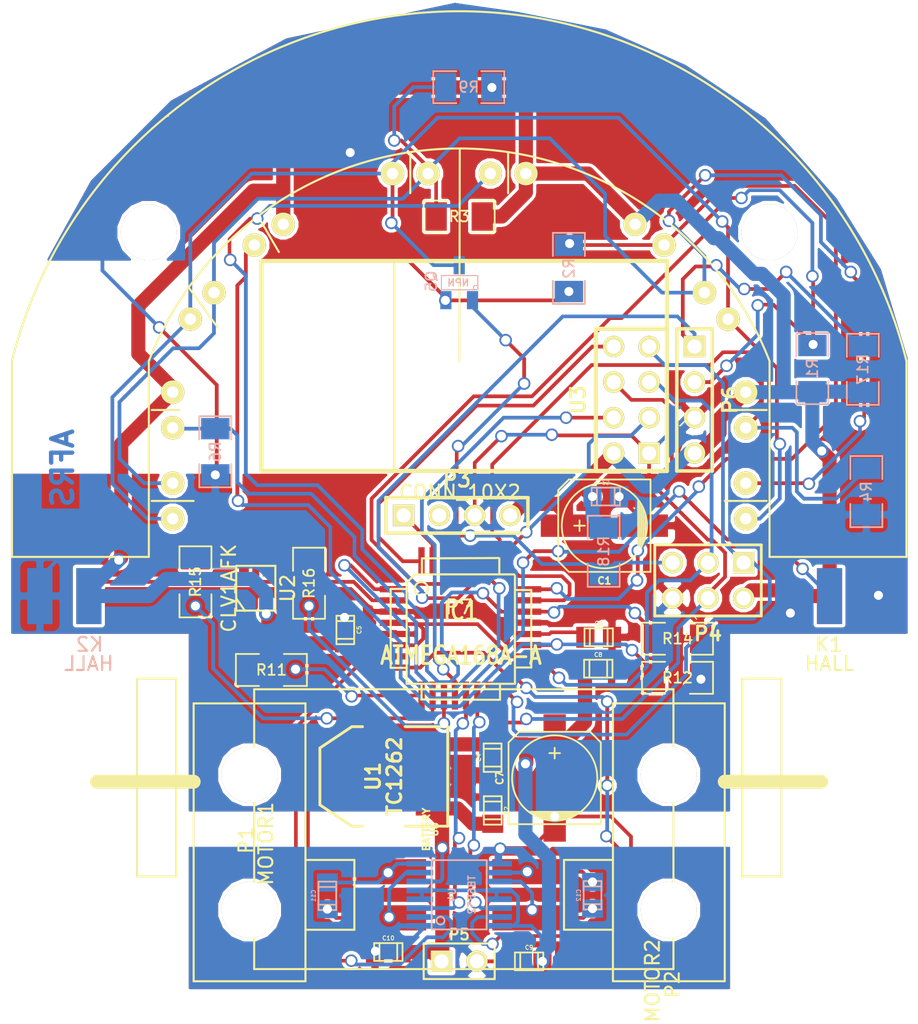
<source format=kicad_pcb>
(kicad_pcb (version 3) (host pcbnew "(2013-07-07 BZR 4022)-stable")
  (layers (15 F.Cu signal) (0 B.Cu signal) (18 B.Paste user) (19 F.Paste user) (20 B.SilkS user hide) (21 F.SilkS user) (22 B.Mask user) (23 F.Mask user) (28 Edge.Cuts user hide))
  (net 0 "")
  (net 1 +3.3V)
  (net 2 /ADC1)
  (net 3 /ADC2)
  (net 4 /ADC3)
  (net 5 /ADC6)
  (net 6 /ADC7)
  (net 7 /AO1)
  (net 8 /AO2)
  (net 9 /BLUE)
  (net 10 /BO1)
  (net 11 /BO2)
  (net 12 /CE)
  (net 13 /GREEN)
  (net 14 /INT0)
  (net 15 /M1)
  (net 16 /M2)
  (net 17 /MISO)
  (net 18 /MOSI)
  (net 19 /OC1A)
  (net 20 /OC1B)
  (net 21 /PCINT19)
  (net 22 /PCINT20)
  (net 23 /PD0)
  (net 24 /RED)
  (net 25 /RESET)
  (net 26 /SCK)
  (net 27 /SCL)
  (net 28 /SDA)
  (net 29 /TX)
  (net 30 /~SS)
  (net 31 AGND)
  (net 32 N-0000010)
  (net 33 N-0000011)
  (net 34 N-0000012)
  (net 35 N-0000032)
  (net 36 N-000007)
  (net 37 N-000009)
  (net 38 VCC)
  (module IR_Sensors (layer F.Cu) (at 100 79.6)
    (fp_text reference P7 (at -0.01524 3.5814) (layer F.SilkS))
    (fp_text value CONN_10X2 (at 0.04064 -4.6228) (layer F.SilkS))
    (pad 19 thru_hole circle (at 20.5 -2.73) (size 1.6764 1.6764) (drill 0.8128) (layers *.Cu *.Mask F.SilkS) (net 36 N-000007))
    (pad 20 thru_hole circle (at 20.5 -5.27) (size 1.6764 1.6764) (drill 0.8128) (layers *.Cu *.Mask F.SilkS) (net 37 N-000009))
    (pad 4 thru_hole circle (at 20.5 -11.77) (size 1.6764 1.6764) (drill 0.8128) (layers *.Cu *.Mask F.SilkS) (net 1 +3.3V))
    (pad 3 thru_hole circle (at 20.5 -9.23) (size 1.6764 1.6764) (drill 0.8128) (layers *.Cu *.Mask F.SilkS) (net 3 /ADC2))
    (pad 12 thru_hole circle (at -20.5 -5.27) (size 1.6764 1.6764) (drill 0.8128) (layers *.Cu *.Mask F.SilkS) (net 37 N-000009))
    (pad 11 thru_hole circle (at -20.5 -2.73) (size 1.6764 1.6764) (drill 0.8128) (layers *.Cu *.Mask F.SilkS) (net 36 N-000007))
    (pad 5 thru_hole circle (at -20.5 -9.23) (size 1.6764 1.6764) (drill 0.8128) (layers *.Cu *.Mask F.SilkS) (net 4 /ADC3))
    (pad 6 thru_hole circle (at -20.5 -11.77) (size 1.6764 1.6764) (drill 0.8128) (layers *.Cu *.Mask F.SilkS) (net 1 +3.3V))
    (pad 15 thru_hole circle (at -4.77 -27.4) (size 1.6764 1.6764) (drill 0.8128) (layers *.Cu *.Mask F.SilkS) (net 36 N-000007))
    (pad 16 thru_hole circle (at -2.23 -27.4) (size 1.6764 1.6764) (drill 0.8128) (layers *.Cu *.Mask F.SilkS) (net 37 N-000009))
    (pad 9 thru_hole circle (at 2.23 -27.4) (size 1.6764 1.6764) (drill 0.8128) (layers *.Cu *.Mask F.SilkS) (net 6 /ADC7))
    (pad 10 thru_hole circle (at 4.77 -27.4) (size 1.6764 1.6764) (drill 0.8128) (layers *.Cu *.Mask F.SilkS) (net 1 +3.3V))
    (pad 13 thru_hole circle (at -19.23796 -16.9926) (size 1.6764 1.6764) (drill 0.8128) (layers *.Cu *.Mask F.SilkS) (net 36 N-000007))
    (pad 14 thru_hole circle (at -17.546 -18.88744) (size 1.6764 1.6764) (drill 0.8128) (layers *.Cu *.Mask F.SilkS) (net 37 N-000009))
    (pad 7 thru_hole circle (at -14.66 -22.289) (size 1.6764 1.6764) (drill 0.8128) (layers *.Cu *.Mask F.SilkS) (net 5 /ADC6))
    (pad 8 thru_hole circle (at -12.5884 -23.76916) (size 1.6764 1.6764) (drill 0.8128) (layers *.Cu *.Mask F.SilkS) (net 1 +3.3V))
    (pad 2 thru_hole circle (at 12.5884 -23.76916) (size 1.6764 1.6764) (drill 0.8128) (layers *.Cu *.Mask F.SilkS) (net 1 +3.3V))
    (pad 1 thru_hole circle (at 14.66 -22.289) (size 1.6764 1.6764) (drill 0.8128) (layers *.Cu *.Mask F.SilkS) (net 2 /ADC1))
    (pad 18 thru_hole circle (at 17.546 -18.88744) (size 1.6764 1.6764) (drill 0.8128) (layers *.Cu *.Mask F.SilkS) (net 37 N-000009))
    (pad 17 thru_hole circle (at 19.23796 -16.9926) (size 1.6764 1.6764) (drill 0.8128) (layers *.Cu *.Mask F.SilkS) (net 36 N-000007))
    (pad "" thru_hole circle (at 22.2057 -23.2) (size 4 4) (drill 4) (layers *.Cu *.Mask F.SilkS))
    (pad "" thru_hole circle (at -22.2057 -23.2) (size 4 4) (drill 4) (layers *.Cu *.Mask F.SilkS))
  )
  (module ssop_16 (layer B.Cu) (at 100 103.75 90)
    (fp_text reference U4 (at 0 -0.508 90) (layer B.SilkS) (effects (font (size 0.50038 0.50038) (thickness 0.09906)) (justify mirror)))
    (fp_text value TB6552 (at 0 0.89916 90) (layer B.SilkS) (effects (font (size 0.50038 0.50038) (thickness 0.09906)) (justify mirror)))
    (pad 4 smd rect (at -0.3175 -2.816 90) (size 0.4064 1.9) (layers B.Cu B.Paste B.Mask) (net 1 +3.3V))
    (pad 5 smd rect (at 0.3175 -2.816 90) (size 0.4064 1.9) (layers B.Cu B.Paste B.Mask) (net 1 +3.3V))
    (pad 6 smd rect (at 0.9525 -2.816 90) (size 0.4064 1.9) (layers B.Cu B.Paste B.Mask) (net 38 VCC))
    (pad 7 smd rect (at 1.5875 -2.816 90) (size 0.4064 1.9) (layers B.Cu B.Paste B.Mask) (net 7 /AO1))
    (pad 16 smd rect (at -2.2225 2.816 90) (size 0.4064 1.9) (layers B.Cu B.Paste B.Mask) (net 1 +3.3V))
    (pad 1 smd rect (at -2.2225 -2.816 90) (size 0.4064 1.9) (layers B.Cu B.Paste B.Mask) (net 31 AGND))
    (pad 2 smd rect (at -1.5875 -2.816 90) (size 0.4064 1.9) (layers B.Cu B.Paste B.Mask) (net 15 /M1))
    (pad 3 smd rect (at -0.9525 -2.816 90) (size 0.4064 1.9) (layers B.Cu B.Paste B.Mask) (net 19 /OC1A))
    (pad 9 smd rect (at 2.2225 2.816 90) (size 0.4064 1.9) (layers B.Cu B.Paste B.Mask) (net 31 AGND))
    (pad 10 smd rect (at 1.5875 2.816 90) (size 0.4064 1.9) (layers B.Cu B.Paste B.Mask) (net 11 /BO2))
    (pad 11 smd rect (at 0.9525 2.816 90) (size 0.4064 1.9) (layers B.Cu B.Paste B.Mask) (net 10 /BO1))
    (pad 12 smd rect (at 0.3175 2.816 90) (size 0.4064 1.9) (layers B.Cu B.Paste B.Mask) (net 1 +3.3V))
    (pad 13 smd rect (at -0.3175 2.816 90) (size 0.4064 1.9) (layers B.Cu B.Paste B.Mask) (net 1 +3.3V))
    (pad 14 smd rect (at -0.9525 2.816 90) (size 0.4064 1.9) (layers B.Cu B.Paste B.Mask) (net 20 /OC1B))
    (pad 8 smd rect (at 2.2225 -2.816 90) (size 0.4064 1.9) (layers B.Cu B.Paste B.Mask) (net 8 /AO2))
    (pad 15 smd rect (at -1.5875 2.816 90) (size 0.4064 1.9) (layers B.Cu B.Paste B.Mask) (net 16 /M2))
  )
  (module SM1206 (layer B.Cu) (at 128.8796 66.1924 270)
    (fp_text reference R17 (at 0 0 270) (layer B.SilkS) (effects (font (size 0.762 0.762) (thickness 0.127)) (justify mirror)))
    (fp_text value 10K hide)
    (pad 1 smd rect (at -1.651 0 270) (size 1.524 2.032) (layers B.Cu B.Paste B.Mask) (net 28 /SDA))
    (pad 2 smd rect (at 1.651 0 270) (size 1.524 2.032) (layers B.Cu B.Paste B.Mask) (net 1 +3.3V))
  )
  (module SM1206 (layer B.Cu) (at 82.55 72.0852 270)
    (fp_text reference R6 (at 0 0 270) (layer B.SilkS) (effects (font (size 0.762 0.762) (thickness 0.127)) (justify mirror)))
    (fp_text value 1.5K hide)
    (pad 1 smd rect (at -1.651 0 270) (size 1.524 2.032) (layers B.Cu B.Paste B.Mask) (net 4 /ADC3))
    (pad 2 smd rect (at 1.651 0 270) (size 1.524 2.032) (layers B.Cu B.Paste B.Mask) (net 31 AGND))
  )
  (module PIN_ARRAY_4x1 (layer F.Cu) (at 116.84 68.3768 270)
    (fp_text reference P6 (at 0 -2.54 270) (layer F.SilkS) (effects (font (size 1.016 1.016) (thickness 0.2032))))
    (fp_text value I2C hide)
    (pad 1 thru_hole rect (at -3.81 0 270) (size 1.524 1.524) (drill 1.016) (layers *.Cu *.Mask F.SilkS) (net 28 /SDA))
    (pad 2 thru_hole circle (at -1.27 0 270) (size 1.524 1.524) (drill 1.016) (layers *.Cu *.Mask F.SilkS) (net 27 /SCL))
    (pad 3 thru_hole circle (at 1.27 0 270) (size 1.524 1.524) (drill 1.016) (layers *.Cu *.Mask F.SilkS) (net 31 AGND))
    (pad 4 thru_hole circle (at 3.81 0 270) (size 1.524 1.524) (drill 1.016) (layers *.Cu *.Mask F.SilkS) (net 1 +3.3V))
  )
  (module Nrf24l01 (layer F.Cu) (at 112.3188 68.3768 90)
    (fp_text reference U3 (at 0 -3.81 90) (layer F.SilkS) (effects (font (size 1.016 1.016) (thickness 0.2032))))
    (fp_text value NRF24L01 hide)
    (pad 1 thru_hole rect (at -3.81 1.27 90) (size 1.524 1.524) (drill 1.016) (layers *.Cu *.Mask F.SilkS) (net 31 AGND))
    (pad 2 thru_hole circle (at -3.81 -1.27 90) (size 1.524 1.524) (drill 1.016) (layers *.Cu *.Mask F.SilkS) (net 1 +3.3V))
    (pad 3 thru_hole circle (at -1.27 1.27 90) (size 1.524 1.524) (drill 1.016) (layers *.Cu *.Mask F.SilkS) (net 12 /CE))
    (pad 4 thru_hole circle (at -1.27 -1.27 90) (size 1.524 1.524) (drill 1.016) (layers *.Cu *.Mask F.SilkS) (net 30 /~SS))
    (pad 5 thru_hole circle (at 1.27 1.27 90) (size 1.524 1.524) (drill 1.016) (layers *.Cu *.Mask F.SilkS) (net 26 /SCK))
    (pad 6 thru_hole circle (at 1.27 -1.27 90) (size 1.524 1.524) (drill 1.016) (layers *.Cu *.Mask F.SilkS) (net 18 /MOSI))
    (pad 7 thru_hole circle (at 3.81 1.27 90) (size 1.524 1.524) (drill 1.016) (layers *.Cu *.Mask F.SilkS) (net 17 /MISO))
    (pad 8 thru_hole circle (at 3.81 -1.27 90) (size 1.524 1.524) (drill 1.016) (layers *.Cu *.Mask F.SilkS) (net 14 /INT0))
  )
  (module MotorRight (layer F.Cu) (at 115 110 90)
    (fp_text reference P2 (at -0.1524 0.254 90) (layer F.SilkS))
    (fp_text value MOTOR2 (at 0.1016 -1.1684 90) (layer F.SilkS))
    (pad "" thru_hole circle (at 5.17252 0 270) (size 4 4) (drill 4) (layers *.Cu *.Mask F.SilkS))
    (pad "" thru_hole circle (at 14.83252 0 270) (size 4 4) (drill 4) (layers *.Cu *.Mask F.SilkS))
    (pad 1 smd rect (at 7.90252 -10.13 270) (size 1.8 5) (layers F.Cu F.Paste F.Mask) (net 11 /BO2))
    (pad 2 smd rect (at 4.60252 -10.13 270) (size 1.8 5) (layers F.Cu F.Paste F.Mask) (net 10 /BO1))
  )
  (module SOT223 (layer F.Cu) (at 94.60484 95.29064 90)
    (fp_text reference U1 (at 0 -0.762 90) (layer F.SilkS) (effects (font (size 1.016 1.016) (thickness 0.2032))))
    (fp_text value TC1262 (at 0 0.762 90) (layer F.SilkS) (effects (font (size 1.016 1.016) (thickness 0.2032))))
    (pad 4 smd rect (at 0 -3.302 90) (size 3.6576 2.032) (layers F.Cu F.Paste F.Mask) (net 31 AGND))
    (pad 2 smd rect (at 0 3.302 90) (size 1.016 2.032) (layers F.Cu F.Paste F.Mask) (net 31 AGND))
    (pad 3 smd rect (at 2.286 3.302 90) (size 1.016 2.032) (layers F.Cu F.Paste F.Mask) (net 1 +3.3V))
    (pad 1 smd rect (at -2.286 3.302 90) (size 1.016 2.032) (layers F.Cu F.Paste F.Mask) (net 38 VCC))
  )
  (module SM1206 (layer F.Cu) (at 115.6208 85.4456 180)
    (fp_text reference R14 (at 0 0 180) (layer F.SilkS) (effects (font (size 0.762 0.762) (thickness 0.127))))
    (fp_text value 1.5K hide)
    (pad 1 smd rect (at -1.651 0 180) (size 1.524 2.032) (layers F.Cu F.Paste F.Mask) (net 31 AGND))
    (pad 2 smd rect (at 1.651 0 180) (size 1.524 2.032) (layers F.Cu F.Paste F.Mask) (net 6 /ADC7))
  )
  (module SM1206 (layer F.Cu) (at 89.2556 81.4832 270)
    (fp_text reference R16 (at 0 0 270) (layer F.SilkS) (effects (font (size 0.762 0.762) (thickness 0.127))))
    (fp_text value 430 hide)
    (pad 1 smd rect (at -1.651 0 270) (size 1.524 2.032) (layers F.Cu F.Paste F.Mask) (net 33 N-0000011))
    (pad 2 smd rect (at 1.651 0 270) (size 1.524 2.032) (layers F.Cu F.Paste F.Mask) (net 9 /BLUE))
  )
  (module SM1206 (layer F.Cu) (at 81.1276 81.3816 270)
    (fp_text reference R15 (at 0 0 270) (layer F.SilkS) (effects (font (size 0.762 0.762) (thickness 0.127))))
    (fp_text value 430 hide)
    (pad 1 smd rect (at -1.651 0 270) (size 1.524 2.032) (layers F.Cu F.Paste F.Mask) (net 34 N-0000012))
    (pad 2 smd rect (at 1.651 0 270) (size 1.524 2.032) (layers F.Cu F.Paste F.Mask) (net 13 /GREEN))
  )
  (module SM1206 (layer F.Cu) (at 86.5632 87.6808 180)
    (fp_text reference R11 (at 0 0 180) (layer F.SilkS) (effects (font (size 0.762 0.762) (thickness 0.127))))
    (fp_text value 430 hide)
    (pad 1 smd rect (at -1.651 0 180) (size 1.524 2.032) (layers F.Cu F.Paste F.Mask) (net 24 /RED))
    (pad 2 smd rect (at 1.651 0 180) (size 1.524 2.032) (layers F.Cu F.Paste F.Mask) (net 32 N-0000010))
  )
  (module SM1206 (layer F.Cu) (at 115.6208 88.2396)
    (fp_text reference R12 (at 0 0) (layer F.SilkS) (effects (font (size 0.762 0.762) (thickness 0.127))))
    (fp_text value 1.5K hide)
    (pad 1 smd rect (at -1.651 0) (size 1.524 2.032) (layers F.Cu F.Paste F.Mask) (net 5 /ADC6))
    (pad 2 smd rect (at 1.651 0) (size 1.524 2.032) (layers F.Cu F.Paste F.Mask) (net 31 AGND))
  )
  (module SM1206 (layer B.Cu) (at 100.6856 46.0248 180)
    (fp_text reference R9 (at 0 0 180) (layer B.SilkS) (effects (font (size 0.762 0.762) (thickness 0.127)) (justify mirror)))
    (fp_text value 33 hide)
    (pad 1 smd rect (at -1.651 0 180) (size 1.524 2.032) (layers B.Cu B.Paste B.Mask) (net 1 +3.3V))
    (pad 2 smd rect (at 1.651 0 180) (size 1.524 2.032) (layers B.Cu B.Paste B.Mask) (net 37 N-000009))
  )
  (module SM1206 (layer B.Cu) (at 129.1336 74.93 270)
    (fp_text reference R4 (at 0 0 270) (layer B.SilkS) (effects (font (size 0.762 0.762) (thickness 0.127)) (justify mirror)))
    (fp_text value 1.5K hide)
    (pad 1 smd rect (at -1.651 0 270) (size 1.524 2.032) (layers B.Cu B.Paste B.Mask) (net 3 /ADC2))
    (pad 2 smd rect (at 1.651 0 270) (size 1.524 2.032) (layers B.Cu B.Paste B.Mask) (net 31 AGND))
  )
  (module SM1206 (layer B.Cu) (at 107.8484 58.9788 270)
    (fp_text reference R2 (at 0 0 270) (layer B.SilkS) (effects (font (size 0.762 0.762) (thickness 0.127)) (justify mirror)))
    (fp_text value 1.5K hide)
    (pad 1 smd rect (at -1.651 0 270) (size 1.524 2.032) (layers B.Cu B.Paste B.Mask) (net 2 /ADC1))
    (pad 2 smd rect (at 1.651 0 270) (size 1.524 2.032) (layers B.Cu B.Paste B.Mask) (net 31 AGND))
  )
  (module SM1206 (layer B.Cu) (at 125.2728 66.1416 270)
    (fp_text reference R1 (at 0 0 270) (layer B.SilkS) (effects (font (size 0.762 0.762) (thickness 0.127)) (justify mirror)))
    (fp_text value 10K hide)
    (pad 1 smd rect (at -1.651 0 270) (size 1.524 2.032) (layers B.Cu B.Paste B.Mask) (net 27 /SCL))
    (pad 2 smd rect (at 1.651 0 270) (size 1.524 2.032) (layers B.Cu B.Paste B.Mask) (net 1 +3.3V))
  )
  (module PIN_ARRAY_4x1 (layer F.Cu) (at 99.83724 76.6318)
    (fp_text reference P3 (at 0 -2.54) (layer F.SilkS) (effects (font (size 1.016 1.016) (thickness 0.2032))))
    (fp_text value BT hide)
    (pad 1 thru_hole rect (at -3.81 0) (size 1.524 1.524) (drill 1.016) (layers *.Cu *.Mask F.SilkS) (net 29 /TX))
    (pad 2 thru_hole circle (at -1.27 0) (size 1.524 1.524) (drill 1.016) (layers *.Cu *.Mask F.SilkS))
    (pad 3 thru_hole circle (at 1.27 0) (size 1.524 1.524) (drill 1.016) (layers *.Cu *.Mask F.SilkS) (net 31 AGND))
    (pad 4 thru_hole circle (at 3.81 0) (size 1.524 1.524) (drill 1.016) (layers *.Cu *.Mask F.SilkS) (net 1 +3.3V))
  )
  (module pin_array_3x2 (layer F.Cu) (at 117.8052 81.28 180)
    (fp_text reference P4 (at 0 -3.81 180) (layer F.SilkS) (effects (font (size 1.016 1.016) (thickness 0.2032))))
    (fp_text value AVRSPI hide)
    (pad 1 thru_hole rect (at -2.54 1.27 180) (size 1.524 1.524) (drill 1.016) (layers *.Cu *.Mask F.SilkS) (net 17 /MISO))
    (pad 2 thru_hole circle (at -2.54 -1.27 180) (size 1.524 1.524) (drill 1.016) (layers *.Cu *.Mask F.SilkS) (net 1 +3.3V))
    (pad 3 thru_hole circle (at 0 1.27 180) (size 1.524 1.524) (drill 1.016) (layers *.Cu *.Mask F.SilkS) (net 26 /SCK))
    (pad 4 thru_hole circle (at 0 -1.27 180) (size 1.524 1.524) (drill 1.016) (layers *.Cu *.Mask F.SilkS) (net 18 /MOSI))
    (pad 5 thru_hole circle (at 2.54 1.27 180) (size 1.524 1.524) (drill 1.016) (layers *.Cu *.Mask F.SilkS) (net 25 /RESET))
    (pad 6 thru_hole circle (at 2.54 -1.27 180) (size 1.524 1.524) (drill 1.016) (layers *.Cu *.Mask F.SilkS) (net 31 AGND))
  )
  (module PIN_ARRAY_2X1 (layer F.Cu) (at 100 108.5)
    (fp_text reference P5 (at 0 -1.905) (layer F.SilkS) (effects (font (size 0.762 0.762) (thickness 0.1524))))
    (fp_text value BATT hide)
    (pad 1 thru_hole rect (at -1.27 0) (size 1.524 1.524) (drill 1.016) (layers *.Cu *.Mask F.SilkS) (net 38 VCC))
    (pad 2 thru_hole circle (at 1.27 0) (size 1.524 1.524) (drill 1.016) (layers *.Cu *.Mask F.SilkS) (net 31 AGND))
  )
  (module MotorLeft (layer F.Cu) (at 85 100 270)
    (fp_text reference P1 (at -0.1524 0.254 270) (layer F.SilkS))
    (fp_text value MOTOR1 (at 0.1016 -1.1684 270) (layer F.SilkS))
    (pad "" thru_hole circle (at 4.83 0 270) (size 4 4) (drill 4) (layers *.Cu *.Mask F.SilkS))
    (pad "" thru_hole circle (at -4.83 0 270) (size 4 4) (drill 4) (layers *.Cu *.Mask F.SilkS))
    (pad 1 smd rect (at 2.1 -10.13 270) (size 1.8 5) (layers F.Cu F.Paste F.Mask) (net 8 /AO2))
    (pad 2 smd rect (at 5.4 -10.13 270) (size 1.8 5) (layers F.Cu F.Paste F.Mask) (net 7 /AO1))
  )
  (module HALL (layer F.Cu) (at 126.5 82.4)
    (fp_text reference K1 (at -0.0508 3.4544) (layer F.SilkS))
    (fp_text value HALL (at 0 4.826) (layer F.SilkS))
    (pad 1 smd rect (at 0 0) (size 1.8 4) (layers F.Cu F.Paste F.Mask) (net 1 +3.3V))
    (pad 2 smd rect (at 3.5 0) (size 1.8 4) (layers F.Cu F.Paste F.Mask) (net 31 AGND))
    (pad 3 smd rect (at 0 0) (size 1.8 4) (layers B.Cu F.Paste F.Mask) (net 21 /PCINT19))
  )
  (module c_elec_6.3x5.3 (layer F.Cu) (at 106.8324 95.4024 90)
    (fp_text reference C7 (at 0 -3.937 90) (layer F.SilkS) (effects (font (size 0.50038 0.50038) (thickness 0.11938))))
    (fp_text value 10uF hide)
    (pad 1 smd rect (at 2.75082 0 90) (size 3.59918 1.6002) (layers F.Cu F.Paste F.Mask) (net 1 +3.3V))
    (pad 2 smd rect (at -2.75082 0 90) (size 3.59918 1.6002) (layers F.Cu F.Paste F.Mask) (net 31 AGND))
  )
  (module c_elec_6.3x5.3 (layer F.Cu) (at 110.3884 77.3684 180)
    (fp_text reference C1 (at 0 -3.937 180) (layer F.SilkS) (effects (font (size 0.50038 0.50038) (thickness 0.11938))))
    (fp_text value 10uF hide)
    (pad 1 smd rect (at 2.75082 0 180) (size 3.59918 1.6002) (layers F.Cu F.Paste F.Mask) (net 1 +3.3V))
    (pad 2 smd rect (at -2.75082 0 180) (size 3.59918 1.6002) (layers F.Cu F.Paste F.Mask) (net 31 AGND))
  )
  (module c_0805 (layer B.Cu) (at 90.56624 103.82504 270)
    (fp_text reference C11 (at 0 0.9906 270) (layer B.SilkS) (effects (font (size 0.29972 0.29972) (thickness 0.06096)) (justify mirror)))
    (fp_text value 0.1uF hide)
    (pad 1 smd rect (at 0.9525 0 270) (size 1.30048 1.4986) (layers B.Cu B.Paste B.Mask) (net 7 /AO1))
    (pad 2 smd rect (at -0.9525 0 270) (size 1.30048 1.4986) (layers B.Cu B.Paste B.Mask) (net 8 /AO2))
  )
  (module c_0805 (layer B.Cu) (at 110.49 75.2856 180)
    (fp_text reference C3 (at 0 0.9906 180) (layer B.SilkS) (effects (font (size 0.29972 0.29972) (thickness 0.06096)) (justify mirror)))
    (fp_text value 0.1uF hide)
    (pad 1 smd rect (at 0.9525 0 180) (size 1.30048 1.4986) (layers B.Cu B.Paste B.Mask) (net 1 +3.3V))
    (pad 2 smd rect (at -0.9525 0 180) (size 1.30048 1.4986) (layers B.Cu B.Paste B.Mask) (net 31 AGND))
  )
  (module c_0805 (layer F.Cu) (at 109.982 85.344)
    (fp_text reference C6 (at 0 -0.9906) (layer F.SilkS) (effects (font (size 0.29972 0.29972) (thickness 0.06096))))
    (fp_text value 100nF hide)
    (pad 1 smd rect (at 0.9525 0) (size 1.30048 1.4986) (layers F.Cu F.Paste F.Mask) (net 31 AGND))
    (pad 2 smd rect (at -0.9525 0) (size 1.30048 1.4986) (layers F.Cu F.Paste F.Mask) (net 35 N-0000032))
  )
  (module c_0805 (layer B.Cu) (at 109.54004 103.7844 270)
    (fp_text reference C12 (at 0 0.9906 270) (layer B.SilkS) (effects (font (size 0.29972 0.29972) (thickness 0.06096)) (justify mirror)))
    (fp_text value 0.1uF hide)
    (pad 1 smd rect (at 0.9525 0 270) (size 1.30048 1.4986) (layers B.Cu B.Paste B.Mask) (net 10 /BO1))
    (pad 2 smd rect (at -0.9525 0 270) (size 1.30048 1.4986) (layers B.Cu B.Paste B.Mask) (net 11 /BO2))
  )
  (module c_0805 (layer F.Cu) (at 102.39 93.95 90)
    (fp_text reference C4 (at 0 -0.9906 90) (layer F.SilkS) (effects (font (size 0.29972 0.29972) (thickness 0.06096))))
    (fp_text value 1uF hide)
    (pad 1 smd rect (at 0.9525 0 90) (size 1.30048 1.4986) (layers F.Cu F.Paste F.Mask) (net 1 +3.3V))
    (pad 2 smd rect (at -0.9525 0 90) (size 1.30048 1.4986) (layers F.Cu F.Paste F.Mask) (net 31 AGND))
  )
  (module c_0805 (layer F.Cu) (at 91.85148 84.82076 270)
    (fp_text reference C5 (at 0 -0.9906 270) (layer F.SilkS) (effects (font (size 0.29972 0.29972) (thickness 0.06096))))
    (fp_text value 0.1uF hide)
    (pad 1 smd rect (at 0.9525 0 270) (size 1.30048 1.4986) (layers F.Cu F.Paste F.Mask) (net 1 +3.3V))
    (pad 2 smd rect (at -0.9525 0 270) (size 1.30048 1.4986) (layers F.Cu F.Paste F.Mask) (net 31 AGND))
  )
  (module c_0805 (layer F.Cu) (at 94.92996 107.83824)
    (fp_text reference C10 (at 0 -0.9906) (layer F.SilkS) (effects (font (size 0.29972 0.29972) (thickness 0.06096))))
    (fp_text value 0.1uF hide)
    (pad 1 smd rect (at 0.9525 0) (size 1.30048 1.4986) (layers F.Cu F.Paste F.Mask) (net 38 VCC))
    (pad 2 smd rect (at -0.9525 0) (size 1.30048 1.4986) (layers F.Cu F.Paste F.Mask) (net 31 AGND))
  )
  (module c_0805 (layer F.Cu) (at 105.0036 108.5088)
    (fp_text reference C9 (at 0 -0.9906) (layer F.SilkS) (effects (font (size 0.29972 0.29972) (thickness 0.06096))))
    (fp_text value 0.1uF hide)
    (pad 1 smd rect (at 0.9525 0) (size 1.30048 1.4986) (layers F.Cu F.Paste F.Mask) (net 1 +3.3V))
    (pad 2 smd rect (at -0.9525 0) (size 1.30048 1.4986) (layers F.Cu F.Paste F.Mask) (net 31 AGND))
  )
  (module c_0805 (layer F.Cu) (at 109.95152 87.58428)
    (fp_text reference C8 (at 0 -0.9906) (layer F.SilkS) (effects (font (size 0.29972 0.29972) (thickness 0.06096))))
    (fp_text value 0.1uF hide)
    (pad 1 smd rect (at 0.9525 0) (size 1.30048 1.4986) (layers F.Cu F.Paste F.Mask) (net 31 AGND))
    (pad 2 smd rect (at -0.9525 0) (size 1.30048 1.4986) (layers F.Cu F.Paste F.Mask) (net 1 +3.3V))
  )
  (module c_0805 (layer F.Cu) (at 102.4 97.72 270)
    (fp_text reference C2 (at 0 -0.9906 270) (layer F.SilkS) (effects (font (size 0.29972 0.29972) (thickness 0.06096))))
    (fp_text value 1uF hide)
    (pad 1 smd rect (at 0.9525 0 270) (size 1.30048 1.4986) (layers F.Cu F.Paste F.Mask) (net 38 VCC))
    (pad 2 smd rect (at -0.9525 0 270) (size 1.30048 1.4986) (layers F.Cu F.Paste F.Mask) (net 31 AGND))
  )
  (module TQFP32 (layer F.Cu) (at 100.1268 84.7344)
    (fp_text reference IC1 (at 0 -1.27) (layer F.SilkS) (effects (font (size 1.27 1.016) (thickness 0.2032))))
    (fp_text value ATMEGA168A-A (at 0 1.905) (layer F.SilkS) (effects (font (size 1.27 1.016) (thickness 0.2032))))
    (pad 8 smd rect (at -4.81584 2.77622) (size 1.99898 0.44958) (layers F.Cu F.Paste F.Mask) (net 16 /M2))
    (pad 7 smd rect (at -4.81584 1.97612) (size 1.99898 0.44958) (layers F.Cu F.Paste F.Mask) (net 15 /M1))
    (pad 6 smd rect (at -4.81584 1.17602) (size 1.99898 0.44958) (layers F.Cu F.Paste F.Mask) (net 1 +3.3V))
    (pad 5 smd rect (at -4.81584 0.37592) (size 1.99898 0.44958) (layers F.Cu F.Paste F.Mask) (net 31 AGND))
    (pad 4 smd rect (at -4.81584 -0.42418) (size 1.99898 0.44958) (layers F.Cu F.Paste F.Mask) (net 1 +3.3V))
    (pad 3 smd rect (at -4.81584 -1.22428) (size 1.99898 0.44958) (layers F.Cu F.Paste F.Mask) (net 31 AGND))
    (pad 2 smd rect (at -4.81584 -2.02438) (size 1.99898 0.44958) (layers F.Cu F.Paste F.Mask) (net 22 /PCINT20))
    (pad 1 smd rect (at -4.81584 -2.82448) (size 1.99898 0.44958) (layers F.Cu F.Paste F.Mask) (net 21 /PCINT19))
    (pad 24 smd rect (at 4.7498 -2.8194) (size 1.99898 0.44958) (layers F.Cu F.Paste F.Mask) (net 2 /ADC1))
    (pad 17 smd rect (at 4.7498 2.794) (size 1.99898 0.44958) (layers F.Cu F.Paste F.Mask) (net 26 /SCK))
    (pad 18 smd rect (at 4.7498 1.9812) (size 1.99898 0.44958) (layers F.Cu F.Paste F.Mask) (net 1 +3.3V))
    (pad 19 smd rect (at 4.7498 1.1684) (size 1.99898 0.44958) (layers F.Cu F.Paste F.Mask) (net 5 /ADC6))
    (pad 20 smd rect (at 4.7498 0.381) (size 1.99898 0.44958) (layers F.Cu F.Paste F.Mask) (net 35 N-0000032))
    (pad 21 smd rect (at 4.7498 -0.4318) (size 1.99898 0.44958) (layers F.Cu F.Paste F.Mask) (net 31 AGND))
    (pad 22 smd rect (at 4.7498 -1.2192) (size 1.99898 0.44958) (layers F.Cu F.Paste F.Mask) (net 6 /ADC7))
    (pad 23 smd rect (at 4.7498 -2.032) (size 1.99898 0.44958) (layers F.Cu F.Paste F.Mask) (net 12 /CE))
    (pad 32 smd rect (at -2.82448 -4.826) (size 0.44958 1.99898) (layers F.Cu F.Paste F.Mask) (net 14 /INT0))
    (pad 31 smd rect (at -2.02692 -4.826) (size 0.44958 1.99898) (layers F.Cu F.Paste F.Mask) (net 29 /TX))
    (pad 30 smd rect (at -1.22428 -4.826) (size 0.44958 1.99898) (layers F.Cu F.Paste F.Mask) (net 23 /PD0))
    (pad 29 smd rect (at -0.42672 -4.826) (size 0.44958 1.99898) (layers F.Cu F.Paste F.Mask) (net 25 /RESET))
    (pad 28 smd rect (at 0.37592 -4.826) (size 0.44958 1.99898) (layers F.Cu F.Paste F.Mask) (net 27 /SCL))
    (pad 27 smd rect (at 1.17348 -4.826) (size 0.44958 1.99898) (layers F.Cu F.Paste F.Mask) (net 28 /SDA))
    (pad 26 smd rect (at 1.97612 -4.826) (size 0.44958 1.99898) (layers F.Cu F.Paste F.Mask) (net 4 /ADC3))
    (pad 25 smd rect (at 2.77368 -4.826) (size 0.44958 1.99898) (layers F.Cu F.Paste F.Mask) (net 3 /ADC2))
    (pad 9 smd rect (at -2.8194 4.7752) (size 0.44958 1.99898) (layers F.Cu F.Paste F.Mask) (net 24 /RED))
    (pad 10 smd rect (at -2.032 4.7752) (size 0.44958 1.99898) (layers F.Cu F.Paste F.Mask) (net 13 /GREEN))
    (pad 11 smd rect (at -1.2192 4.7752) (size 0.44958 1.99898) (layers F.Cu F.Paste F.Mask) (net 9 /BLUE))
    (pad 12 smd rect (at -0.4318 4.7752) (size 0.44958 1.99898) (layers F.Cu F.Paste F.Mask) (net 30 /~SS))
    (pad 13 smd rect (at 0.3556 4.7752) (size 0.44958 1.99898) (layers F.Cu F.Paste F.Mask) (net 19 /OC1A))
    (pad 14 smd rect (at 1.1684 4.7752) (size 0.44958 1.99898) (layers F.Cu F.Paste F.Mask) (net 20 /OC1B))
    (pad 15 smd rect (at 1.9812 4.7752) (size 0.44958 1.99898) (layers F.Cu F.Paste F.Mask) (net 18 /MOSI))
    (pad 16 smd rect (at 2.794 4.7752) (size 0.44958 1.99898) (layers F.Cu F.Paste F.Mask) (net 17 /MISO))
  )
  (module SM1206 (layer B.Cu) (at 110.3376 79.1972 270)
    (fp_text reference R18 (at 0 0 270) (layer B.SilkS) (effects (font (size 0.762 0.762) (thickness 0.127)) (justify mirror)))
    (fp_text value 10K hide)
    (pad 1 smd rect (at -1.651 0 270) (size 1.524 2.032) (layers B.Cu B.Paste B.Mask) (net 1 +3.3V))
    (pad 2 smd rect (at 1.651 0 270) (size 1.524 2.032) (layers B.Cu B.Paste B.Mask) (net 25 /RESET))
  )
  (module SM1206 (layer F.Cu) (at 100 55.2704 180)
    (fp_text reference R3 (at 0 0 180) (layer F.SilkS) (effects (font (size 0.762 0.762) (thickness 0.127))))
    (fp_text value 33 hide)
    (pad 1 smd rect (at -1.651 0 180) (size 1.524 2.032) (layers F.Cu F.Paste F.Mask) (net 1 +3.3V))
    (pad 2 smd rect (at 1.651 0 180) (size 1.524 2.032) (layers F.Cu F.Paste F.Mask) (net 37 N-000009))
  )
  (module LEDRGB (layer F.Cu) (at 85.4456 81.8388 90)
    (fp_text reference U2 (at 0 2.286 90) (layer F.SilkS))
    (fp_text value CLV1AFK (at 0 -1.9304 90) (layer F.SilkS))
    (pad 1 smd rect (at -1.85 -0.75 90) (size 2 0.7) (layers F.Cu F.Paste F.Mask) (net 32 N-0000010))
    (pad 2 smd rect (at -1.85 0.75 90) (size 2 0.7) (layers F.Cu F.Paste F.Mask) (net 1 +3.3V))
    (pad 3 smd rect (at 1.85 0.85 90) (size 2 0.7) (layers F.Cu F.Paste F.Mask) (net 33 N-0000011))
    (pad 4 smd rect (at 1.85 -0.85 90) (size 2 0.7) (layers F.Cu F.Paste F.Mask) (net 34 N-0000012))
  )
  (module SOT23_MOD (layer B.Cu) (at 100 60 180)
    (fp_text reference Q5 (at 1.99898 0.09906 450) (layer B.SilkS) (effects (font (size 0.762 0.762) (thickness 0.11938)) (justify mirror)))
    (fp_text value NPN (at 0.0635 0 180) (layer B.SilkS) (effects (font (size 0.50038 0.50038) (thickness 0.09906)) (justify mirror)))
    (pad 3 smd rect (at 0 1.24982 180) (size 0.8001 1.30076) (layers B.Cu B.Paste B.Mask) (net 36 N-000007))
    (pad 2 smd rect (at 0.9525 -1.24982 180) (size 0.8001 1.30076) (layers B.Cu B.Paste B.Mask) (net 31 AGND))
    (pad 1 smd rect (at -0.9525 -1.24982 180) (size 0.8001 1.30076) (layers B.Cu B.Paste B.Mask) (net 23 /PD0))
  )
  (module HALL (layer B.Cu) (at 73.5 82.4 180)
    (fp_text reference K2 (at -0.0508 -3.4544 180) (layer B.SilkS) (effects (justify mirror)))
    (fp_text value HALL (at 0 -4.826 180) (layer B.SilkS) (effects (justify mirror)))
    (pad 1 smd rect (at 0 0 180) (size 1.8 4) (layers B.Cu B.Paste B.Mask) (net 1 +3.3V))
    (pad 2 smd rect (at 3.5 0 180) (size 1.8 4) (layers B.Cu B.Paste B.Mask) (net 31 AGND))
    (pad 3 smd rect (at 0 0 180) (size 1.8 4) (layers F.Cu B.Paste B.Mask) (net 22 /PCINT20))
  )
  (module Battery3x2 (layer F.Cu) (at 100.33 99.06 90)
    (fp_text reference U6 (at -0.02032 -2.09296 90) (layer F.SilkS) (effects (font (size 0.5 0.5) (thickness 0.125))))
    (fp_text value BATTERY (at -0.02032 -2.68224 90) (layer F.SilkS) (effects (font (size 0.5 0.5) (thickness 0.125))))
  )
  (target plus (at 12.0015 187.9795) (size 0.005) (width 0.1) (layer Edge.Cuts))
  (target plus (at 12.0015 187.9795) (size 0.005) (width 0.1) (layer Edge.Cuts))
  (target plus (at 11.938 188.043) (size 0.005) (width 0.1) (layer Edge.Cuts))
  (target plus (at 11.938 188.043) (size 0.005) (width 0.1) (layer Edge.Cuts))
  (target plus (at 0 150) (size 0.005) (width 0.1) (layer Edge.Cuts))
  (gr_text AFRS (at 71.628 73.2536 90) (layer B.Cu) (effects (font (size 1.5 1.5) (thickness 0.3)) (justify mirror)))
  (gr_text AFRS (at 71.628 73.2536 90) (layer B.Cu) (effects (font (size 1.5 1.5) (thickness 0.3)) (justify mirror)))
  (segment (start 102.667 103.4325) (end 102.667 104.0675) (width 0.254) (layer B.Cu) (net 1))
  (segment (start 97.333 103.4325) (end 97.333 104.0675) (width 0.254) (layer B.Cu) (net 1))
  (segment (start 97.08388 84.4042) (end 97.0788 84.39912) (width 0.254) (layer F.Cu) (net 1))
  (segment (start 97.0788 84.39912) (end 95.39986 84.39912) (width 0.254) (layer F.Cu) (net 1))
  (segment (start 95.39986 84.39912) (end 95.31096 84.31022) (width 0.254) (layer F.Cu) (net 1))
  (segment (start 97.42424 84.74456) (end 97.08388 84.4042) (width 0.254) (layer F.Cu) (net 1))
  (segment (start 97.42424 85.25764) (end 97.42424 84.74456) (width 0.254) (layer F.Cu) (net 1))
  (segment (start 97.42424 85.4456) (end 97.42424 85.25764) (width 0.254) (layer F.Cu) (net 1))
  (segment (start 96.95942 85.91042) (end 97.42424 85.4456) (width 0.254) (layer F.Cu) (net 1))
  (segment (start 95.31096 85.91042) (end 96.95942 85.91042) (width 0.254) (layer F.Cu) (net 1))
  (segment (start 101.31552 84.4042) (end 97.08388 84.4042) (width 0.254) (layer F.Cu) (net 1))
  (segment (start 103.62692 86.7156) (end 101.31552 84.4042) (width 0.254) (layer F.Cu) (net 1))
  (segment (start 104.8766 86.7156) (end 103.62692 86.7156) (width 0.254) (layer F.Cu) (net 1))
  (segment (start 91.98864 85.91042) (end 91.85148 85.77326) (width 0.254) (layer F.Cu) (net 1))
  (segment (start 95.31096 85.91042) (end 91.98864 85.91042) (width 0.254) (layer F.Cu) (net 1))
  (segment (start 106.46664 93.01734) (end 106.8324 92.65158) (width 1) (layer F.Cu) (net 1))
  (segment (start 104.8 93.01734) (end 106.46664 93.01734) (width 1) (layer F.Cu) (net 1))
  (segment (start 107.74842 92.65158) (end 108.99902 91.40098) (width 1) (layer F.Cu) (net 1))
  (segment (start 108.99902 91.40098) (end 108.99902 87.58428) (width 1) (layer F.Cu) (net 1))
  (segment (start 106.8324 92.65158) (end 107.74842 92.65158) (width 1) (layer F.Cu) (net 1))
  (segment (start 108.1024 86.7156) (end 104.8766 86.7156) (width 0.254) (layer F.Cu) (net 1))
  (segment (start 108.99902 87.58428) (end 108.97108 87.58428) (width 0.254) (layer F.Cu) (net 1))
  (segment (start 102.667 103.4325) (end 97.333 103.4325) (width 0.254) (layer B.Cu) (net 1))
  (segment (start 103.88738 105.9725) (end 104.21112 105.64876) (width 0.254) (layer B.Cu) (net 1))
  (segment (start 104.21112 105.64876) (end 104.21112 103.90632) (width 0.254) (layer B.Cu) (net 1))
  (segment (start 104.21112 103.90632) (end 103.7373 103.4325) (width 0.254) (layer B.Cu) (net 1))
  (segment (start 102.667 103.4325) (end 103.7373 103.4325) (width 0.254) (layer B.Cu) (net 1))
  (segment (start 102.667 105.9725) (end 103.88738 105.9725) (width 0.254) (layer B.Cu) (net 1))
  (segment (start 105.87736 108.43006) (end 105.9561 108.5088) (width 0.254) (layer B.Cu) (net 1))
  (segment (start 105.87736 108.43006) (end 105.87736 106.70032) (width 0.254) (layer B.Cu) (net 1))
  (segment (start 105.87736 106.70032) (end 105.14954 105.9725) (width 0.254) (layer B.Cu) (net 1))
  (segment (start 102.667 105.9725) (end 105.14954 105.9725) (width 0.254) (layer B.Cu) (net 1))
  (via (at 105.9561 108.5088) (size 0.889) (layers F.Cu B.Cu) (net 1))
  (segment (start 104.8 94.33) (end 104.8 93.01734) (width 1) (layer F.Cu) (net 1))
  (segment (start 104.74 94.39) (end 104.8 94.33) (width 1) (layer F.Cu) (net 1))
  (via (at 104.74 94.39) (size 0.889) (layers F.Cu B.Cu) (net 1))
  (segment (start 104.74 99.44) (end 104.74 94.39) (width 1) (layer B.Cu) (net 1))
  (segment (start 106.43 101.13) (end 104.74 99.44) (width 1) (layer B.Cu) (net 1))
  (segment (start 106.43 107.4) (end 106.43 101.13) (width 1) (layer B.Cu) (net 1))
  (segment (start 105.9561 107.8739) (end 106.43 107.4) (width 1) (layer B.Cu) (net 1))
  (segment (start 105.9561 108.5088) (end 105.9561 107.8739) (width 1) (layer B.Cu) (net 1))
  (segment (start 97.91398 92.9975) (end 97.90684 93.00464) (width 1) (layer F.Cu) (net 1))
  (segment (start 102.39 92.9975) (end 97.91398 92.9975) (width 1) (layer F.Cu) (net 1))
  (segment (start 104.78016 92.9975) (end 104.8 93.01734) (width 1) (layer F.Cu) (net 1))
  (segment (start 102.39 92.9975) (end 104.78016 92.9975) (width 1) (layer F.Cu) (net 1))
  (segment (start 103.7482 76.6318) (end 104.57 75.81) (width 1) (layer F.Cu) (net 1))
  (segment (start 104.57 75.81) (end 106.96 75.81) (width 1) (layer F.Cu) (net 1))
  (segment (start 106.96 75.81) (end 107.63758 76.48758) (width 1) (layer F.Cu) (net 1))
  (segment (start 107.63758 76.48758) (end 107.63758 77.3684) (width 1) (layer F.Cu) (net 1))
  (segment (start 103.64724 76.6318) (end 103.7482 76.6318) (width 1) (layer F.Cu) (net 1))
  (segment (start 108.7578 74.4778) (end 111.0488 72.1868) (width 1) (layer F.Cu) (net 1))
  (segment (start 108.7578 74.5059) (end 109.5375 75.2856) (width 1) (layer F.Cu) (net 1))
  (segment (start 108.7578 74.4778) (end 108.7578 74.5059) (width 1) (layer F.Cu) (net 1))
  (via (at 109.5375 75.2856) (size 0.889) (layers F.Cu B.Cu) (net 1))
  (segment (start 109.5375 76.7461) (end 110.3376 77.5462) (width 1) (layer B.Cu) (net 1))
  (segment (start 109.5375 75.2856) (end 109.5375 76.7461) (width 1) (layer B.Cu) (net 1))
  (segment (start 111.0488 72.3888) (end 113.24 74.58) (width 1) (layer B.Cu) (net 1))
  (segment (start 116.4232 72.1868) (end 116.84 72.1868) (width 1) (layer B.Cu) (net 1))
  (segment (start 111.0488 72.1868) (end 111.0488 72.3888) (width 1) (layer B.Cu) (net 1))
  (segment (start 117.1732 72.1868) (end 118.63 70.73) (width 1) (layer F.Cu) (net 1))
  (segment (start 118.63 70.73) (end 118.63 69.7) (width 1) (layer F.Cu) (net 1))
  (segment (start 118.63 69.7) (end 120.5 67.83) (width 1) (layer F.Cu) (net 1))
  (segment (start 116.84 72.1868) (end 117.1732 72.1868) (width 1) (layer F.Cu) (net 1))
  (segment (start 123.22 67.83) (end 125.2354 67.83) (width 1) (layer B.Cu) (net 1))
  (segment (start 120.5 67.83) (end 123.22 67.83) (width 1) (layer B.Cu) (net 1))
  (segment (start 125.2354 67.83) (end 125.2728 67.7926) (width 1) (layer B.Cu) (net 1))
  (segment (start 125.2728 67.7926) (end 128.8288 67.7926) (width 1) (layer B.Cu) (net 1))
  (segment (start 128.8288 67.7926) (end 128.8796 67.8434) (width 1) (layer B.Cu) (net 1))
  (segment (start 126.5 72.59) (end 125.94 72.03) (width 1) (layer F.Cu) (net 1))
  (via (at 125.94 72.03) (size 0.889) (layers F.Cu B.Cu) (net 1))
  (segment (start 125.94 72.03) (end 125.2728 71.3628) (width 1) (layer B.Cu) (net 1))
  (segment (start 125.2728 71.3628) (end 125.2728 67.7926) (width 1) (layer B.Cu) (net 1))
  (segment (start 126.5 82.4) (end 126.5 72.59) (width 1) (layer F.Cu) (net 1))
  (segment (start 88.28006 85.77326) (end 86.1956 83.6888) (width 1) (layer F.Cu) (net 1))
  (segment (start 91.85148 85.77326) (end 88.28006 85.77326) (width 1) (layer F.Cu) (net 1))
  (segment (start 77.8 82.4) (end 79.02 81.18) (width 1) (layer B.Cu) (net 1))
  (segment (start 79.02 81.18) (end 85.17 81.18) (width 1) (layer B.Cu) (net 1))
  (segment (start 85.17 81.18) (end 86.19 82.2) (width 1) (layer B.Cu) (net 1))
  (segment (start 86.19 82.2) (end 86.19 83.67) (width 1) (layer B.Cu) (net 1))
  (via (at 86.19 83.67) (size 0.889) (layers F.Cu B.Cu) (net 1))
  (segment (start 86.19 83.67) (end 86.1956 83.6756) (width 1) (layer F.Cu) (net 1))
  (segment (start 86.1956 83.6756) (end 86.1956 83.6888) (width 1) (layer F.Cu) (net 1))
  (segment (start 73.5 82.4) (end 77.8 82.4) (width 1) (layer B.Cu) (net 1))
  (segment (start 73.5 81.97) (end 75.64 79.83) (width 1) (layer B.Cu) (net 1))
  (segment (start 75.82 71.51) (end 79.5 67.83) (width 1) (layer F.Cu) (net 1))
  (segment (start 73.5 82.4) (end 73.5 81.97) (width 1) (layer B.Cu) (net 1))
  (segment (start 109.2 52.2) (end 104.77 52.2) (width 1) (layer F.Cu) (net 1))
  (segment (start 112.5884 55.5884) (end 109.2 52.2) (width 1) (layer F.Cu) (net 1))
  (segment (start 112.5884 55.83084) (end 112.5884 55.5884) (width 1) (layer F.Cu) (net 1))
  (segment (start 104.77 46.89) (end 103.93 46.05) (width 1) (layer F.Cu) (net 1))
  (segment (start 103.93 46.05) (end 102.34 46.05) (width 1) (layer F.Cu) (net 1))
  (via (at 102.34 46.05) (size 0.889) (layers F.Cu B.Cu) (net 1))
  (segment (start 102.34 46.05) (end 102.3366 46.0466) (width 1) (layer B.Cu) (net 1))
  (segment (start 102.3366 46.0466) (end 102.3366 46.0248) (width 1) (layer B.Cu) (net 1))
  (segment (start 104.77 52.2) (end 104.77 46.89) (width 1) (layer F.Cu) (net 1))
  (segment (start 87.4116 53.43) (end 87.4116 55.83084) (width 1) (layer F.Cu) (net 1))
  (segment (start 87.4116 50.9284) (end 87.4116 53.43) (width 1) (layer F.Cu) (net 1))
  (segment (start 92.29 46.05) (end 87.4116 50.9284) (width 1) (layer F.Cu) (net 1))
  (segment (start 102.34 46.05) (end 92.29 46.05) (width 1) (layer F.Cu) (net 1))
  (segment (start 103.0496 55.2704) (end 104.77 53.55) (width 1) (layer F.Cu) (net 1))
  (segment (start 104.77 53.55) (end 104.77 52.2) (width 1) (layer F.Cu) (net 1))
  (segment (start 101.651 55.2704) (end 103.0496 55.2704) (width 1) (layer F.Cu) (net 1))
  (segment (start 123.22 60.92) (end 121.67 59.37) (width 1) (layer B.Cu) (net 1))
  (segment (start 121.67 59.37) (end 121.1 59.37) (width 1) (layer B.Cu) (net 1))
  (segment (start 121.1 59.37) (end 118.55 56.82) (width 1) (layer B.Cu) (net 1))
  (segment (start 118.55 56.82) (end 118.23 56.82) (width 1) (layer B.Cu) (net 1))
  (segment (start 118.23 56.82) (end 115.55 54.14) (width 1) (layer B.Cu) (net 1))
  (segment (start 115.55 54.14) (end 114.27924 54.14) (width 1) (layer B.Cu) (net 1))
  (segment (start 114.27924 54.14) (end 112.5884 55.83084) (width 1) (layer B.Cu) (net 1))
  (segment (start 123.22 67.83) (end 123.22 60.92) (width 1) (layer B.Cu) (net 1))
  (segment (start 124.62 82.4) (end 124.21 81.99) (width 1) (layer F.Cu) (net 1))
  (segment (start 124.21 81.99) (end 120.9052 81.99) (width 1) (layer F.Cu) (net 1))
  (segment (start 120.9052 81.99) (end 120.3452 82.55) (width 1) (layer F.Cu) (net 1))
  (segment (start 126.5 82.4) (end 124.62 82.4) (width 1) (layer F.Cu) (net 1))
  (segment (start 79.5 67.54) (end 77.04 65.08) (width 1) (layer F.Cu) (net 1))
  (segment (start 77.04 65.08) (end 77.04 61.66) (width 1) (layer F.Cu) (net 1))
  (segment (start 77.04 61.66) (end 85.27 53.43) (width 1) (layer F.Cu) (net 1))
  (segment (start 85.27 53.43) (end 87.4116 53.43) (width 1) (layer F.Cu) (net 1))
  (segment (start 79.5 67.83) (end 79.5 67.54) (width 1) (layer F.Cu) (net 1))
  (segment (start 79.5 67.83) (end 79.5 67.54) (width 1) (layer F.Cu) (net 1))
  (segment (start 85.27 53.43) (end 87.4116 53.43) (width 1) (layer F.Cu) (net 1))
  (segment (start 77.04 61.66) (end 85.27 53.43) (width 1) (layer F.Cu) (net 1))
  (segment (start 77.04 65.08) (end 77.04 61.66) (width 1) (layer F.Cu) (net 1))
  (segment (start 79.5 67.54) (end 77.04 65.08) (width 1) (layer F.Cu) (net 1))
  (segment (start 126.5 82.4) (end 124.62 82.4) (width 1) (layer F.Cu) (net 1))
  (segment (start 120.9052 81.99) (end 120.3452 82.55) (width 1) (layer F.Cu) (net 1))
  (segment (start 124.21 81.99) (end 120.9052 81.99) (width 1) (layer F.Cu) (net 1))
  (segment (start 124.62 82.4) (end 124.21 81.99) (width 1) (layer F.Cu) (net 1))
  (segment (start 123.22 67.83) (end 123.22 60.92) (width 1) (layer B.Cu) (net 1))
  (segment (start 114.27924 54.14) (end 112.5884 55.83084) (width 1) (layer B.Cu) (net 1))
  (segment (start 115.55 54.14) (end 114.27924 54.14) (width 1) (layer B.Cu) (net 1))
  (segment (start 118.23 56.82) (end 115.55 54.14) (width 1) (layer B.Cu) (net 1))
  (segment (start 118.55 56.82) (end 118.23 56.82) (width 1) (layer B.Cu) (net 1))
  (segment (start 121.1 59.37) (end 118.55 56.82) (width 1) (layer B.Cu) (net 1))
  (segment (start 121.67 59.37) (end 121.1 59.37) (width 1) (layer B.Cu) (net 1))
  (segment (start 123.22 60.92) (end 121.67 59.37) (width 1) (layer B.Cu) (net 1))
  (segment (start 101.651 55.2704) (end 103.0496 55.2704) (width 1) (layer F.Cu) (net 1))
  (segment (start 104.77 53.55) (end 104.77 52.2) (width 1) (layer F.Cu) (net 1))
  (segment (start 103.0496 55.2704) (end 104.77 53.55) (width 1) (layer F.Cu) (net 1))
  (segment (start 102.34 46.05) (end 92.29 46.05) (width 1) (layer F.Cu) (net 1))
  (segment (start 92.29 46.05) (end 87.4116 50.9284) (width 1) (layer F.Cu) (net 1))
  (segment (start 87.4116 50.9284) (end 87.4116 53.43) (width 1) (layer F.Cu) (net 1))
  (segment (start 87.4116 53.43) (end 87.4116 55.83084) (width 1) (layer F.Cu) (net 1))
  (segment (start 104.77 52.2) (end 104.77 46.89) (width 1) (layer F.Cu) (net 1))
  (segment (start 102.3366 46.0466) (end 102.3366 46.0248) (width 1) (layer B.Cu) (net 1))
  (segment (start 102.34 46.05) (end 102.3366 46.0466) (width 1) (layer B.Cu) (net 1))
  (via (at 102.34 46.05) (size 0.889) (layers F.Cu B.Cu) (net 1))
  (segment (start 103.93 46.05) (end 102.34 46.05) (width 1) (layer F.Cu) (net 1))
  (segment (start 104.77 46.89) (end 103.93 46.05) (width 1) (layer F.Cu) (net 1))
  (segment (start 112.5884 55.83084) (end 112.5884 55.5884) (width 1) (layer F.Cu) (net 1))
  (segment (start 112.5884 55.5884) (end 109.2 52.2) (width 1) (layer F.Cu) (net 1))
  (segment (start 109.2 52.2) (end 104.77 52.2) (width 1) (layer F.Cu) (net 1))
  (segment (start 73.5 82.4) (end 73.5 81.97) (width 1) (layer B.Cu) (net 1))
  (segment (start 75.82 71.51) (end 79.5 67.83) (width 1) (layer F.Cu) (net 1))
  (segment (start 73.5 81.97) (end 75.64 79.83) (width 1) (layer B.Cu) (net 1))
  (segment (start 73.5 82.4) (end 77.8 82.4) (width 1) (layer B.Cu) (net 1))
  (segment (start 86.1956 83.6756) (end 86.1956 83.6888) (width 1) (layer F.Cu) (net 1))
  (segment (start 86.19 83.67) (end 86.1956 83.6756) (width 1) (layer F.Cu) (net 1))
  (via (at 86.19 83.67) (size 0.889) (layers F.Cu B.Cu) (net 1))
  (segment (start 86.19 82.2) (end 86.19 83.67) (width 1) (layer B.Cu) (net 1))
  (segment (start 85.17 81.18) (end 86.19 82.2) (width 1) (layer B.Cu) (net 1))
  (segment (start 79.02 81.18) (end 85.17 81.18) (width 1) (layer B.Cu) (net 1))
  (segment (start 77.8 82.4) (end 79.02 81.18) (width 1) (layer B.Cu) (net 1))
  (segment (start 91.85148 85.77326) (end 88.28006 85.77326) (width 1) (layer F.Cu) (net 1))
  (segment (start 88.28006 85.77326) (end 86.1956 83.6888) (width 1) (layer F.Cu) (net 1))
  (segment (start 126.5 82.4) (end 126.5 72.59) (width 1) (layer F.Cu) (net 1))
  (segment (start 125.2728 71.3628) (end 125.2728 67.7926) (width 1) (layer B.Cu) (net 1))
  (segment (start 125.94 72.03) (end 125.2728 71.3628) (width 1) (layer B.Cu) (net 1))
  (via (at 125.94 72.03) (size 0.889) (layers F.Cu B.Cu) (net 1))
  (segment (start 126.5 72.59) (end 125.94 72.03) (width 1) (layer F.Cu) (net 1))
  (segment (start 128.8288 67.7926) (end 128.8796 67.8434) (width 1) (layer B.Cu) (net 1))
  (segment (start 125.2728 67.7926) (end 128.8288 67.7926) (width 1) (layer B.Cu) (net 1))
  (segment (start 125.2354 67.83) (end 125.2728 67.7926) (width 1) (layer B.Cu) (net 1))
  (segment (start 120.5 67.83) (end 123.22 67.83) (width 1) (layer B.Cu) (net 1))
  (segment (start 123.22 67.83) (end 125.2354 67.83) (width 1) (layer B.Cu) (net 1))
  (segment (start 116.84 72.1868) (end 117.1732 72.1868) (width 1) (layer F.Cu) (net 1))
  (segment (start 118.63 69.7) (end 120.5 67.83) (width 1) (layer F.Cu) (net 1))
  (segment (start 118.63 70.73) (end 118.63 69.7) (width 1) (layer F.Cu) (net 1))
  (segment (start 117.1732 72.1868) (end 118.63 70.73) (width 1) (layer F.Cu) (net 1))
  (segment (start 111.0488 72.1868) (end 111.0488 72.3888) (width 1) (layer B.Cu) (net 1))
  (segment (start 116.4232 72.1868) (end 116.84 72.1868) (width 1) (layer B.Cu) (net 1))
  (segment (start 111.0488 72.3888) (end 113.24 74.58) (width 1) (layer B.Cu) (net 1))
  (segment (start 109.5375 75.2856) (end 109.5375 76.7461) (width 1) (layer B.Cu) (net 1))
  (segment (start 109.5375 76.7461) (end 110.3376 77.5462) (width 1) (layer B.Cu) (net 1))
  (via (at 109.5375 75.2856) (size 0.889) (layers F.Cu B.Cu) (net 1))
  (segment (start 108.7578 74.4778) (end 108.7578 74.5059) (width 1) (layer F.Cu) (net 1))
  (segment (start 108.7578 74.5059) (end 109.5375 75.2856) (width 1) (layer F.Cu) (net 1))
  (segment (start 108.7578 74.4778) (end 111.0488 72.1868) (width 1) (layer F.Cu) (net 1))
  (segment (start 103.64724 76.6318) (end 103.7482 76.6318) (width 1) (layer F.Cu) (net 1))
  (segment (start 107.63758 76.48758) (end 107.63758 77.3684) (width 1) (layer F.Cu) (net 1))
  (segment (start 106.96 75.81) (end 107.63758 76.48758) (width 1) (layer F.Cu) (net 1))
  (segment (start 104.57 75.81) (end 106.96 75.81) (width 1) (layer F.Cu) (net 1))
  (segment (start 103.7482 76.6318) (end 104.57 75.81) (width 1) (layer F.Cu) (net 1))
  (segment (start 102.39 92.9975) (end 104.78016 92.9975) (width 1) (layer F.Cu) (net 1))
  (segment (start 104.78016 92.9975) (end 104.8 93.01734) (width 1) (layer F.Cu) (net 1))
  (segment (start 102.39 92.9975) (end 97.91398 92.9975) (width 1) (layer F.Cu) (net 1))
  (segment (start 97.91398 92.9975) (end 97.90684 93.00464) (width 1) (layer F.Cu) (net 1))
  (segment (start 105.9561 108.5088) (end 105.9561 107.8739) (width 1) (layer B.Cu) (net 1))
  (segment (start 105.9561 107.8739) (end 106.43 107.4) (width 1) (layer B.Cu) (net 1))
  (segment (start 106.43 107.4) (end 106.43 101.13) (width 1) (layer B.Cu) (net 1))
  (segment (start 106.43 101.13) (end 104.74 99.44) (width 1) (layer B.Cu) (net 1))
  (segment (start 104.74 99.44) (end 104.74 94.39) (width 1) (layer B.Cu) (net 1))
  (via (at 104.74 94.39) (size 0.889) (layers F.Cu B.Cu) (net 1))
  (segment (start 104.74 94.39) (end 104.8 94.33) (width 1) (layer F.Cu) (net 1))
  (segment (start 104.8 94.33) (end 104.8 93.01734) (width 1) (layer F.Cu) (net 1))
  (via (at 105.9561 108.5088) (size 0.889) (layers F.Cu B.Cu) (net 1))
  (segment (start 102.667 105.9725) (end 105.14954 105.9725) (width 0.254) (layer B.Cu) (net 1))
  (segment (start 105.87736 106.70032) (end 105.14954 105.9725) (width 0.254) (layer B.Cu) (net 1))
  (segment (start 105.87736 108.43006) (end 105.87736 106.70032) (width 0.254) (layer B.Cu) (net 1))
  (segment (start 105.87736 108.43006) (end 105.9561 108.5088) (width 0.254) (layer B.Cu) (net 1))
  (segment (start 102.667 105.9725) (end 103.88738 105.9725) (width 0.254) (layer B.Cu) (net 1))
  (segment (start 102.667 103.4325) (end 103.7373 103.4325) (width 0.254) (layer B.Cu) (net 1))
  (segment (start 104.21112 103.90632) (end 103.7373 103.4325) (width 0.254) (layer B.Cu) (net 1))
  (segment (start 104.21112 105.64876) (end 104.21112 103.90632) (width 0.254) (layer B.Cu) (net 1))
  (segment (start 103.88738 105.9725) (end 104.21112 105.64876) (width 0.254) (layer B.Cu) (net 1))
  (segment (start 102.667 103.4325) (end 97.333 103.4325) (width 0.254) (layer B.Cu) (net 1))
  (segment (start 108.99902 87.58428) (end 108.97108 87.58428) (width 0.254) (layer F.Cu) (net 1))
  (segment (start 108.1024 86.7156) (end 104.8766 86.7156) (width 0.254) (layer F.Cu) (net 1))
  (segment (start 106.8324 92.65158) (end 107.74842 92.65158) (width 1) (layer F.Cu) (net 1))
  (segment (start 108.99902 91.40098) (end 108.99902 87.58428) (width 1) (layer F.Cu) (net 1))
  (segment (start 107.74842 92.65158) (end 108.99902 91.40098) (width 1) (layer F.Cu) (net 1))
  (segment (start 104.8 93.01734) (end 106.46664 93.01734) (width 1) (layer F.Cu) (net 1))
  (segment (start 106.46664 93.01734) (end 106.8324 92.65158) (width 1) (layer F.Cu) (net 1))
  (segment (start 95.31096 85.91042) (end 91.98864 85.91042) (width 0.254) (layer F.Cu) (net 1))
  (segment (start 91.98864 85.91042) (end 91.85148 85.77326) (width 0.254) (layer F.Cu) (net 1))
  (segment (start 104.8766 86.7156) (end 103.62692 86.7156) (width 0.254) (layer F.Cu) (net 1))
  (segment (start 103.62692 86.7156) (end 101.31552 84.4042) (width 0.254) (layer F.Cu) (net 1))
  (segment (start 101.31552 84.4042) (end 97.08388 84.4042) (width 0.254) (layer F.Cu) (net 1))
  (segment (start 95.31096 85.91042) (end 96.95942 85.91042) (width 0.254) (layer F.Cu) (net 1))
  (segment (start 96.95942 85.91042) (end 97.42424 85.4456) (width 0.254) (layer F.Cu) (net 1))
  (segment (start 97.42424 85.4456) (end 97.42424 85.25764) (width 0.254) (layer F.Cu) (net 1))
  (segment (start 97.42424 85.25764) (end 97.42424 84.74456) (width 0.254) (layer F.Cu) (net 1))
  (segment (start 97.42424 84.74456) (end 97.08388 84.4042) (width 0.254) (layer F.Cu) (net 1))
  (segment (start 95.39986 84.39912) (end 95.31096 84.31022) (width 0.254) (layer F.Cu) (net 1))
  (segment (start 97.0788 84.39912) (end 95.39986 84.39912) (width 0.254) (layer F.Cu) (net 1))
  (segment (start 97.08388 84.4042) (end 97.0788 84.39912) (width 0.254) (layer F.Cu) (net 1))
  (segment (start 97.333 103.4325) (end 97.333 104.0675) (width 0.254) (layer B.Cu) (net 1))
  (segment (start 102.667 103.4325) (end 102.667 104.0675) (width 0.254) (layer B.Cu) (net 1))
  (segment (start 108.97108 87.58428) (end 108.1024 86.7156) (width 0.254) (layer F.Cu) (net 1))
  (segment (start 108.97108 87.58428) (end 108.1024 86.7156) (width 0.254) (layer F.Cu) (net 1))
  (via (at 75.64 79.83) (size 0.889) (layers F.Cu B.Cu) (net 1))
  (segment (start 75.64 79.83) (end 75.82 79.65) (width 1) (layer F.Cu) (net 1))
  (segment (start 75.82 79.65) (end 75.82 71.51) (width 1) (layer F.Cu) (net 1))
  (segment (start 75.82 79.65) (end 75.82 71.51) (width 1) (layer F.Cu) (net 1))
  (segment (start 75.64 79.83) (end 75.82 79.65) (width 1) (layer F.Cu) (net 1))
  (via (at 75.64 79.83) (size 0.889) (layers F.Cu B.Cu) (net 1))
  (segment (start 107.63758 75.59802) (end 108.7578 74.4778) (width 1) (layer F.Cu) (net 1))
  (segment (start 107.63758 77.3684) (end 107.63758 75.59802) (width 1) (layer F.Cu) (net 1))
  (segment (start 107.63758 77.3684) (end 107.63758 75.59802) (width 1) (layer F.Cu) (net 1))
  (segment (start 107.63758 75.59802) (end 108.7578 74.4778) (width 1) (layer F.Cu) (net 1))
  (segment (start 113.24 74.58) (end 114.03 74.58) (width 1) (layer B.Cu) (net 1))
  (segment (start 114.03 74.58) (end 116.4232 72.1868) (width 1) (layer B.Cu) (net 1))
  (segment (start 114.03 74.58) (end 116.4232 72.1868) (width 1) (layer B.Cu) (net 1))
  (segment (start 113.24 74.58) (end 114.03 74.58) (width 1) (layer B.Cu) (net 1))
  (segment (start 118.885 53.086) (end 114.66 57.311) (width 0.254) (layer F.Cu) (net 2))
  (segment (start 104.8766 81.915) (end 106.9086 81.915) (width 0.254) (layer F.Cu) (net 2))
  (segment (start 108.0094 57.311) (end 107.8992 57.2008) (width 0.254) (layer F.Cu) (net 2))
  (via (at 107.8992 57.2008) (size 0.889) (layers F.Cu B.Cu) (net 2))
  (segment (start 107.8992 57.2008) (end 107.8484 57.2516) (width 0.254) (layer B.Cu) (net 2))
  (segment (start 107.8484 57.2516) (end 107.8484 57.3278) (width 0.254) (layer B.Cu) (net 2))
  (segment (start 114.66 57.311) (end 108.0094 57.311) (width 0.254) (layer F.Cu) (net 2))
  (segment (start 114.66 57.311) (end 108.0094 57.311) (width 0.254) (layer F.Cu) (net 2))
  (segment (start 107.8484 57.2516) (end 107.8484 57.3278) (width 0.254) (layer B.Cu) (net 2))
  (segment (start 107.8992 57.2008) (end 107.8484 57.2516) (width 0.254) (layer B.Cu) (net 2))
  (via (at 107.8992 57.2008) (size 0.889) (layers F.Cu B.Cu) (net 2))
  (segment (start 108.0094 57.311) (end 107.8992 57.2008) (width 0.254) (layer F.Cu) (net 2))
  (segment (start 104.8766 81.915) (end 106.9086 81.915) (width 0.254) (layer F.Cu) (net 2))
  (segment (start 118.885 53.086) (end 114.66 57.311) (width 0.254) (layer F.Cu) (net 2))
  (segment (start 106.9086 81.915) (end 106.9848 81.8388) (width 0.254) (layer F.Cu) (net 2))
  (via (at 106.9848 81.8388) (size 0.889) (layers F.Cu B.Cu) (net 2))
  (segment (start 106.9848 81.8388) (end 107.7468 82.6008) (width 0.254) (layer B.Cu) (net 2))
  (segment (start 107.7468 82.6008) (end 111.4044 82.6008) (width 0.254) (layer B.Cu) (net 2))
  (segment (start 111.4044 82.6008) (end 112.7252 81.28) (width 0.254) (layer B.Cu) (net 2))
  (via (at 112.7252 81.28) (size 0.889) (layers F.Cu B.Cu) (net 2))
  (segment (start 112.7252 81.28) (end 112.776 81.2292) (width 0.254) (layer F.Cu) (net 2))
  (segment (start 112.776 81.2292) (end 112.776 79.1464) (width 0.254) (layer F.Cu) (net 2))
  (via (at 112.776 79.1464) (size 0.889) (layers F.Cu B.Cu) (net 2))
  (segment (start 112.776 79.1464) (end 117.1448 74.7776) (width 0.254) (layer B.Cu) (net 2))
  (segment (start 117.1448 74.7776) (end 117.1448 74.5744) (width 0.254) (layer B.Cu) (net 2))
  (via (at 117.1448 74.5744) (size 0.889) (layers F.Cu B.Cu) (net 2))
  (segment (start 117.1448 74.5744) (end 119.126 72.5932) (width 0.254) (layer F.Cu) (net 2))
  (segment (start 119.126 72.5932) (end 123.7996 72.5932) (width 0.254) (layer F.Cu) (net 2))
  (segment (start 123.7996 72.5932) (end 126.9492 69.4436) (width 0.254) (layer F.Cu) (net 2))
  (segment (start 126.9492 69.4436) (end 126.9492 56.0324) (width 0.254) (layer F.Cu) (net 2))
  (segment (start 126.9492 56.0324) (end 124.0028 53.086) (width 0.254) (layer F.Cu) (net 2))
  (segment (start 124.0028 53.086) (end 118.885 53.086) (width 0.254) (layer F.Cu) (net 2))
  (segment (start 124.0028 53.086) (end 118.885 53.086) (width 0.254) (layer F.Cu) (net 2))
  (segment (start 126.9492 56.0324) (end 124.0028 53.086) (width 0.254) (layer F.Cu) (net 2))
  (segment (start 126.9492 69.4436) (end 126.9492 56.0324) (width 0.254) (layer F.Cu) (net 2))
  (segment (start 123.7996 72.5932) (end 126.9492 69.4436) (width 0.254) (layer F.Cu) (net 2))
  (segment (start 119.126 72.5932) (end 123.7996 72.5932) (width 0.254) (layer F.Cu) (net 2))
  (segment (start 117.1448 74.5744) (end 119.126 72.5932) (width 0.254) (layer F.Cu) (net 2))
  (via (at 117.1448 74.5744) (size 0.889) (layers F.Cu B.Cu) (net 2))
  (segment (start 117.1448 74.7776) (end 117.1448 74.5744) (width 0.254) (layer B.Cu) (net 2))
  (segment (start 112.776 79.1464) (end 117.1448 74.7776) (width 0.254) (layer B.Cu) (net 2))
  (via (at 112.776 79.1464) (size 0.889) (layers F.Cu B.Cu) (net 2))
  (segment (start 112.776 81.2292) (end 112.776 79.1464) (width 0.254) (layer F.Cu) (net 2))
  (segment (start 112.7252 81.28) (end 112.776 81.2292) (width 0.254) (layer F.Cu) (net 2))
  (via (at 112.7252 81.28) (size 0.889) (layers F.Cu B.Cu) (net 2))
  (segment (start 111.4044 82.6008) (end 112.7252 81.28) (width 0.254) (layer B.Cu) (net 2))
  (segment (start 107.7468 82.6008) (end 111.4044 82.6008) (width 0.254) (layer B.Cu) (net 2))
  (segment (start 106.9848 81.8388) (end 107.7468 82.6008) (width 0.254) (layer B.Cu) (net 2))
  (via (at 106.9848 81.8388) (size 0.889) (layers F.Cu B.Cu) (net 2))
  (segment (start 106.9086 81.915) (end 106.9848 81.8388) (width 0.254) (layer F.Cu) (net 2))
  (segment (start 102.90048 78.36408) (end 102.362 77.8256) (width 0.254) (layer F.Cu) (net 3))
  (segment (start 102.362 77.8256) (end 102.362 72.9996) (width 0.254) (layer F.Cu) (net 3))
  (segment (start 102.362 72.9996) (end 109.474 65.8876) (width 0.254) (layer F.Cu) (net 3))
  (segment (start 109.474 65.8876) (end 117.9576 65.8876) (width 0.254) (layer F.Cu) (net 3))
  (segment (start 117.9576 65.8876) (end 118.872 64.9732) (width 0.254) (layer F.Cu) (net 3))
  (segment (start 118.872 64.9732) (end 120.8532 64.9732) (width 0.254) (layer F.Cu) (net 3))
  (segment (start 120.8532 64.9732) (end 122.174 66.294) (width 0.254) (layer F.Cu) (net 3))
  (segment (start 122.174 66.294) (end 122.174 68.696) (width 0.254) (layer F.Cu) (net 3))
  (segment (start 122.174 68.696) (end 120.5 70.37) (width 0.254) (layer F.Cu) (net 3))
  (segment (start 102.90048 79.9084) (end 102.90048 78.36408) (width 0.254) (layer F.Cu) (net 3))
  (segment (start 123.84 70.37) (end 124.16 70.69) (width 0.254) (layer B.Cu) (net 3))
  (segment (start 124.16 70.69) (end 124.16 74.93) (width 0.254) (layer B.Cu) (net 3))
  (segment (start 124.16 74.93) (end 124.67 75.44) (width 0.254) (layer B.Cu) (net 3))
  (segment (start 124.67 75.44) (end 126.9726 75.44) (width 0.254) (layer B.Cu) (net 3))
  (segment (start 126.9726 75.44) (end 129.1336 73.279) (width 0.254) (layer B.Cu) (net 3))
  (segment (start 120.5 70.37) (end 123.84 70.37) (width 0.254) (layer B.Cu) (net 3))
  (segment (start 120.5 70.37) (end 123.84 70.37) (width 0.254) (layer B.Cu) (net 3))
  (segment (start 126.9726 75.44) (end 129.1336 73.279) (width 0.254) (layer B.Cu) (net 3))
  (segment (start 124.67 75.44) (end 126.9726 75.44) (width 0.254) (layer B.Cu) (net 3))
  (segment (start 124.16 74.93) (end 124.67 75.44) (width 0.254) (layer B.Cu) (net 3))
  (segment (start 124.16 70.69) (end 124.16 74.93) (width 0.254) (layer B.Cu) (net 3))
  (segment (start 123.84 70.37) (end 124.16 70.69) (width 0.254) (layer B.Cu) (net 3))
  (segment (start 102.90048 79.9084) (end 102.90048 78.36408) (width 0.254) (layer F.Cu) (net 3))
  (segment (start 122.174 68.696) (end 120.5 70.37) (width 0.254) (layer F.Cu) (net 3))
  (segment (start 122.174 66.294) (end 122.174 68.696) (width 0.254) (layer F.Cu) (net 3))
  (segment (start 120.8532 64.9732) (end 122.174 66.294) (width 0.254) (layer F.Cu) (net 3))
  (segment (start 118.872 64.9732) (end 120.8532 64.9732) (width 0.254) (layer F.Cu) (net 3))
  (segment (start 117.9576 65.8876) (end 118.872 64.9732) (width 0.254) (layer F.Cu) (net 3))
  (segment (start 109.474 65.8876) (end 117.9576 65.8876) (width 0.254) (layer F.Cu) (net 3))
  (segment (start 102.362 72.9996) (end 109.474 65.8876) (width 0.254) (layer F.Cu) (net 3))
  (segment (start 102.362 77.8256) (end 102.362 72.9996) (width 0.254) (layer F.Cu) (net 3))
  (segment (start 102.90048 78.36408) (end 102.362 77.8256) (width 0.254) (layer F.Cu) (net 3))
  (segment (start 79.5642 70.4342) (end 79.5 70.37) (width 0.254) (layer B.Cu) (net 4))
  (segment (start 82.55 70.4342) (end 79.5642 70.4342) (width 0.254) (layer B.Cu) (net 4))
  (segment (start 102.10292 81.07172) (end 102.87 81.8388) (width 0.254) (layer F.Cu) (net 4))
  (via (at 102.87 81.8388) (size 0.889) (layers F.Cu B.Cu) (net 4))
  (segment (start 102.87 81.8388) (end 102.8192 81.8896) (width 0.254) (layer B.Cu) (net 4))
  (segment (start 102.8192 81.8896) (end 102.8192 85.9028) (width 0.254) (layer B.Cu) (net 4))
  (segment (start 102.8192 85.9028) (end 99.568 89.154) (width 0.254) (layer B.Cu) (net 4))
  (segment (start 99.568 89.154) (end 98.2472 89.154) (width 0.254) (layer B.Cu) (net 4))
  (segment (start 98.2472 89.154) (end 96.9264 87.8332) (width 0.254) (layer B.Cu) (net 4))
  (segment (start 96.9264 87.8332) (end 96.9264 84.2772) (width 0.254) (layer B.Cu) (net 4))
  (segment (start 96.9264 84.2772) (end 95.6056 82.9564) (width 0.254) (layer B.Cu) (net 4))
  (segment (start 95.6056 82.9564) (end 95.6056 82.6008) (width 0.254) (layer B.Cu) (net 4))
  (segment (start 95.6056 82.6008) (end 92.5068 79.502) (width 0.254) (layer B.Cu) (net 4))
  (segment (start 92.5068 79.502) (end 92.5068 78.1812) (width 0.254) (layer B.Cu) (net 4))
  (segment (start 92.5068 78.1812) (end 89.408 75.0824) (width 0.254) (layer B.Cu) (net 4))
  (segment (start 89.408 75.0824) (end 84.9376 75.0824) (width 0.254) (layer B.Cu) (net 4))
  (segment (start 84.9376 75.0824) (end 84.1248 74.2696) (width 0.254) (layer B.Cu) (net 4))
  (segment (start 84.1248 74.2696) (end 84.1248 70.9168) (width 0.254) (layer B.Cu) (net 4))
  (segment (start 84.1248 70.9168) (end 83.6422 70.4342) (width 0.254) (layer B.Cu) (net 4))
  (segment (start 83.6422 70.4342) (end 82.55 70.4342) (width 0.254) (layer B.Cu) (net 4))
  (segment (start 102.10292 79.9084) (end 102.10292 81.07172) (width 0.254) (layer F.Cu) (net 4))
  (segment (start 102.10292 79.9084) (end 102.10292 81.07172) (width 0.254) (layer F.Cu) (net 4))
  (segment (start 83.6422 70.4342) (end 82.55 70.4342) (width 0.254) (layer B.Cu) (net 4))
  (segment (start 84.1248 70.9168) (end 83.6422 70.4342) (width 0.254) (layer B.Cu) (net 4))
  (segment (start 84.1248 74.2696) (end 84.1248 70.9168) (width 0.254) (layer B.Cu) (net 4))
  (segment (start 84.9376 75.0824) (end 84.1248 74.2696) (width 0.254) (layer B.Cu) (net 4))
  (segment (start 89.408 75.0824) (end 84.9376 75.0824) (width 0.254) (layer B.Cu) (net 4))
  (segment (start 92.5068 78.1812) (end 89.408 75.0824) (width 0.254) (layer B.Cu) (net 4))
  (segment (start 92.5068 79.502) (end 92.5068 78.1812) (width 0.254) (layer B.Cu) (net 4))
  (segment (start 95.6056 82.6008) (end 92.5068 79.502) (width 0.254) (layer B.Cu) (net 4))
  (segment (start 95.6056 82.9564) (end 95.6056 82.6008) (width 0.254) (layer B.Cu) (net 4))
  (segment (start 96.9264 84.2772) (end 95.6056 82.9564) (width 0.254) (layer B.Cu) (net 4))
  (segment (start 96.9264 87.8332) (end 96.9264 84.2772) (width 0.254) (layer B.Cu) (net 4))
  (segment (start 98.2472 89.154) (end 96.9264 87.8332) (width 0.254) (layer B.Cu) (net 4))
  (segment (start 99.568 89.154) (end 98.2472 89.154) (width 0.254) (layer B.Cu) (net 4))
  (segment (start 102.8192 85.9028) (end 99.568 89.154) (width 0.254) (layer B.Cu) (net 4))
  (segment (start 102.8192 81.8896) (end 102.8192 85.9028) (width 0.254) (layer B.Cu) (net 4))
  (segment (start 102.87 81.8388) (end 102.8192 81.8896) (width 0.254) (layer B.Cu) (net 4))
  (via (at 102.87 81.8388) (size 0.889) (layers F.Cu B.Cu) (net 4))
  (segment (start 102.10292 81.07172) (end 102.87 81.8388) (width 0.254) (layer F.Cu) (net 4))
  (segment (start 82.55 70.4342) (end 79.5642 70.4342) (width 0.254) (layer B.Cu) (net 4))
  (segment (start 79.5642 70.4342) (end 79.5 70.37) (width 0.254) (layer B.Cu) (net 4))
  (segment (start 113.9698 87.8586) (end 112.3696 86.2584) (width 0.254) (layer F.Cu) (net 5))
  (via (at 112.3696 86.2584) (size 0.889) (layers F.Cu B.Cu) (net 5))
  (segment (start 112.3696 86.2584) (end 112.3696 86.3092) (width 0.254) (layer B.Cu) (net 5))
  (segment (start 112.3696 86.3092) (end 111.9124 85.852) (width 0.254) (layer B.Cu) (net 5))
  (segment (start 111.9124 85.852) (end 106.9848 85.852) (width 0.254) (layer B.Cu) (net 5))
  (via (at 106.9848 85.852) (size 0.889) (layers F.Cu B.Cu) (net 5))
  (segment (start 106.9848 85.852) (end 106.934 85.9028) (width 0.254) (layer F.Cu) (net 5))
  (segment (start 106.934 85.9028) (end 104.8766 85.9028) (width 0.254) (layer F.Cu) (net 5))
  (segment (start 113.9698 88.2396) (end 113.9698 87.8586) (width 0.254) (layer F.Cu) (net 5))
  (segment (start 104.4956 85.852) (end 100.076 90.2716) (width 0.254) (layer B.Cu) (net 5))
  (segment (start 100.076 90.2716) (end 97.8408 90.2716) (width 0.254) (layer B.Cu) (net 5))
  (segment (start 97.8408 90.2716) (end 95.808798 88.239598) (width 0.254) (layer B.Cu) (net 5))
  (segment (start 95.808798 88.239598) (end 95.808798 85.699598) (width 0.254) (layer B.Cu) (net 5))
  (segment (start 95.808798 85.699598) (end 90.7796 80.6704) (width 0.254) (layer B.Cu) (net 5))
  (segment (start 90.7796 80.6704) (end 90.7796 77.47) (width 0.254) (layer B.Cu) (net 5))
  (segment (start 90.7796 77.47) (end 89.2048 75.8952) (width 0.254) (layer B.Cu) (net 5))
  (segment (start 89.2048 75.8952) (end 84.4804 75.8952) (width 0.254) (layer B.Cu) (net 5))
  (segment (start 84.4804 75.8952) (end 84.1756 75.5904) (width 0.254) (layer B.Cu) (net 5))
  (via (at 84.1756 75.5904) (size 0.889) (layers F.Cu B.Cu) (net 5))
  (segment (start 84.1756 75.5904) (end 84.1248 75.5396) (width 0.254) (layer F.Cu) (net 5))
  (segment (start 84.1248 75.5396) (end 84.1248 60.198) (width 0.254) (layer F.Cu) (net 5))
  (segment (start 84.1248 60.198) (end 84.7344 59.5884) (width 0.254) (layer F.Cu) (net 5))
  (segment (start 84.7344 59.5884) (end 84.7344 57.9166) (width 0.254) (layer F.Cu) (net 5))
  (segment (start 84.7344 57.9166) (end 85.34 57.311) (width 0.254) (layer F.Cu) (net 5))
  (segment (start 106.9848 85.852) (end 104.4956 85.852) (width 0.254) (layer B.Cu) (net 5))
  (segment (start 106.9848 85.852) (end 104.4956 85.852) (width 0.254) (layer B.Cu) (net 5))
  (segment (start 84.7344 57.9166) (end 85.34 57.311) (width 0.254) (layer F.Cu) (net 5))
  (segment (start 84.7344 59.5884) (end 84.7344 57.9166) (width 0.254) (layer F.Cu) (net 5))
  (segment (start 84.1248 60.198) (end 84.7344 59.5884) (width 0.254) (layer F.Cu) (net 5))
  (segment (start 84.1248 75.5396) (end 84.1248 60.198) (width 0.254) (layer F.Cu) (net 5))
  (segment (start 84.1756 75.5904) (end 84.1248 75.5396) (width 0.254) (layer F.Cu) (net 5))
  (via (at 84.1756 75.5904) (size 0.889) (layers F.Cu B.Cu) (net 5))
  (segment (start 84.4804 75.8952) (end 84.1756 75.5904) (width 0.254) (layer B.Cu) (net 5))
  (segment (start 89.2048 75.8952) (end 84.4804 75.8952) (width 0.254) (layer B.Cu) (net 5))
  (segment (start 90.7796 77.47) (end 89.2048 75.8952) (width 0.254) (layer B.Cu) (net 5))
  (segment (start 90.7796 80.6704) (end 90.7796 77.47) (width 0.254) (layer B.Cu) (net 5))
  (segment (start 95.808798 85.699598) (end 90.7796 80.6704) (width 0.254) (layer B.Cu) (net 5))
  (segment (start 95.808798 88.239598) (end 95.808798 85.699598) (width 0.254) (layer B.Cu) (net 5))
  (segment (start 97.8408 90.2716) (end 95.808798 88.239598) (width 0.254) (layer B.Cu) (net 5))
  (segment (start 100.076 90.2716) (end 97.8408 90.2716) (width 0.254) (layer B.Cu) (net 5))
  (segment (start 104.4956 85.852) (end 100.076 90.2716) (width 0.254) (layer B.Cu) (net 5))
  (segment (start 113.9698 88.2396) (end 113.9698 87.8586) (width 0.254) (layer F.Cu) (net 5))
  (segment (start 106.934 85.9028) (end 104.8766 85.9028) (width 0.254) (layer F.Cu) (net 5))
  (segment (start 106.9848 85.852) (end 106.934 85.9028) (width 0.254) (layer F.Cu) (net 5))
  (via (at 106.9848 85.852) (size 0.889) (layers F.Cu B.Cu) (net 5))
  (segment (start 111.9124 85.852) (end 106.9848 85.852) (width 0.254) (layer B.Cu) (net 5))
  (segment (start 112.3696 86.3092) (end 111.9124 85.852) (width 0.254) (layer B.Cu) (net 5))
  (segment (start 112.3696 86.2584) (end 112.3696 86.3092) (width 0.254) (layer B.Cu) (net 5))
  (via (at 112.3696 86.2584) (size 0.889) (layers F.Cu B.Cu) (net 5))
  (segment (start 113.9698 87.8586) (end 112.3696 86.2584) (width 0.254) (layer F.Cu) (net 5))
  (segment (start 112.5728 83.6168) (end 113.9698 85.0138) (width 0.254) (layer F.Cu) (net 6))
  (segment (start 113.9698 85.0138) (end 113.9698 85.4456) (width 0.254) (layer F.Cu) (net 6))
  (segment (start 99.921598 54.508402) (end 102.23 52.2) (width 0.254) (layer B.Cu) (net 6))
  (segment (start 99.921598 54.508402) (end 102.23 52.2) (width 0.254) (layer B.Cu) (net 6))
  (segment (start 113.9698 85.0138) (end 113.9698 85.4456) (width 0.254) (layer F.Cu) (net 6))
  (segment (start 112.5728 83.6168) (end 113.9698 85.0138) (width 0.254) (layer F.Cu) (net 6))
  (segment (start 93.0656 77.6732) (end 89.8652 74.4728) (width 0.254) (layer B.Cu) (net 6))
  (segment (start 89.8652 74.4728) (end 85.5472 74.4728) (width 0.254) (layer B.Cu) (net 6))
  (segment (start 85.5472 74.4728) (end 84.7344 73.66) (width 0.254) (layer B.Cu) (net 6))
  (segment (start 84.7344 73.66) (end 84.7344 59.4868) (width 0.254) (layer B.Cu) (net 6))
  (segment (start 84.7344 59.4868) (end 83.6168 58.3692) (width 0.254) (layer B.Cu) (net 6))
  (via (at 83.6168 58.3692) (size 0.889) (layers F.Cu B.Cu) (net 6))
  (segment (start 83.6168 58.3692) (end 83.566 58.3184) (width 0.254) (layer F.Cu) (net 6))
  (segment (start 83.566 58.3184) (end 83.566 56.896) (width 0.254) (layer F.Cu) (net 6))
  (segment (start 83.566 56.896) (end 85.0392 55.4228) (width 0.254) (layer F.Cu) (net 6))
  (segment (start 85.0392 55.4228) (end 85.5472 55.4228) (width 0.254) (layer F.Cu) (net 6))
  (via (at 85.5472 55.4228) (size 0.889) (layers F.Cu B.Cu) (net 6))
  (segment (start 85.5472 55.4228) (end 86.461598 54.508402) (width 0.254) (layer B.Cu) (net 6))
  (segment (start 86.461598 54.508402) (end 99.921598 54.508402) (width 0.254) (layer B.Cu) (net 6))
  (segment (start 86.461598 54.508402) (end 99.921598 54.508402) (width 0.254) (layer B.Cu) (net 6))
  (segment (start 85.5472 55.4228) (end 86.461598 54.508402) (width 0.254) (layer B.Cu) (net 6))
  (via (at 85.5472 55.4228) (size 0.889) (layers F.Cu B.Cu) (net 6))
  (segment (start 85.0392 55.4228) (end 85.5472 55.4228) (width 0.254) (layer F.Cu) (net 6))
  (segment (start 83.566 56.896) (end 85.0392 55.4228) (width 0.254) (layer F.Cu) (net 6))
  (segment (start 83.566 58.3184) (end 83.566 56.896) (width 0.254) (layer F.Cu) (net 6))
  (segment (start 83.6168 58.3692) (end 83.566 58.3184) (width 0.254) (layer F.Cu) (net 6))
  (via (at 83.6168 58.3692) (size 0.889) (layers F.Cu B.Cu) (net 6))
  (segment (start 84.7344 59.4868) (end 83.6168 58.3692) (width 0.254) (layer B.Cu) (net 6))
  (segment (start 84.7344 73.66) (end 84.7344 59.4868) (width 0.254) (layer B.Cu) (net 6))
  (segment (start 85.5472 74.4728) (end 84.7344 73.66) (width 0.254) (layer B.Cu) (net 6))
  (segment (start 89.8652 74.4728) (end 85.5472 74.4728) (width 0.254) (layer B.Cu) (net 6))
  (segment (start 93.0656 77.6732) (end 89.8652 74.4728) (width 0.254) (layer B.Cu) (net 6))
  (segment (start 106.7308 83.5152) (end 106.7816 83.566) (width 0.254) (layer F.Cu) (net 6))
  (via (at 106.7816 83.566) (size 0.889) (layers F.Cu B.Cu) (net 6))
  (segment (start 106.7816 83.566) (end 107.188 83.1596) (width 0.254) (layer B.Cu) (net 6))
  (segment (start 107.188 83.1596) (end 112.1156 83.1596) (width 0.254) (layer B.Cu) (net 6))
  (segment (start 112.1156 83.1596) (end 112.5728 83.6168) (width 0.254) (layer B.Cu) (net 6))
  (via (at 112.5728 83.6168) (size 0.889) (layers F.Cu B.Cu) (net 6))
  (segment (start 104.8766 83.5152) (end 106.7308 83.5152) (width 0.254) (layer F.Cu) (net 6))
  (segment (start 104.8766 83.5152) (end 106.7308 83.5152) (width 0.254) (layer F.Cu) (net 6))
  (via (at 112.5728 83.6168) (size 0.889) (layers F.Cu B.Cu) (net 6))
  (segment (start 112.1156 83.1596) (end 112.5728 83.6168) (width 0.254) (layer B.Cu) (net 6))
  (segment (start 107.188 83.1596) (end 112.1156 83.1596) (width 0.254) (layer B.Cu) (net 6))
  (segment (start 106.7816 83.566) (end 107.188 83.1596) (width 0.254) (layer B.Cu) (net 6))
  (via (at 106.7816 83.566) (size 0.889) (layers F.Cu B.Cu) (net 6))
  (segment (start 106.7308 83.5152) (end 106.7816 83.566) (width 0.254) (layer F.Cu) (net 6))
  (segment (start 103.0224 83.5152) (end 101.7016 82.1944) (width 0.254) (layer F.Cu) (net 6))
  (via (at 101.7016 82.1944) (size 0.889) (layers F.Cu B.Cu) (net 6))
  (segment (start 101.7016 82.1944) (end 101.6508 82.1436) (width 0.254) (layer B.Cu) (net 6))
  (segment (start 101.6508 82.1436) (end 99.4664 82.1436) (width 0.254) (layer B.Cu) (net 6))
  (segment (start 99.4664 82.1436) (end 98.755202 82.854798) (width 0.254) (layer B.Cu) (net 6))
  (segment (start 98.755202 82.854798) (end 98.755202 86.258402) (width 0.254) (layer B.Cu) (net 6))
  (segment (start 98.755202 86.258402) (end 99.9236 87.4268) (width 0.254) (layer B.Cu) (net 6))
  (segment (start 99.9236 87.4268) (end 99.9236 87.9856) (width 0.254) (layer B.Cu) (net 6))
  (segment (start 99.9236 87.9856) (end 99.3648 88.5444) (width 0.254) (layer B.Cu) (net 6))
  (segment (start 99.3648 88.5444) (end 98.5012 88.5444) (width 0.254) (layer B.Cu) (net 6))
  (segment (start 98.5012 88.5444) (end 97.6884 87.7316) (width 0.254) (layer B.Cu) (net 6))
  (segment (start 97.6884 87.7316) (end 97.6884 84.1248) (width 0.254) (layer B.Cu) (net 6))
  (segment (start 97.6884 84.1248) (end 96.2152 82.6516) (width 0.254) (layer B.Cu) (net 6))
  (segment (start 96.2152 82.6516) (end 96.2152 82.1944) (width 0.254) (layer B.Cu) (net 6))
  (segment (start 96.2152 82.1944) (end 93.0656 79.0448) (width 0.254) (layer B.Cu) (net 6))
  (segment (start 93.0656 79.0448) (end 93.0656 77.6732) (width 0.254) (layer B.Cu) (net 6))
  (segment (start 104.8766 83.5152) (end 103.0224 83.5152) (width 0.254) (layer F.Cu) (net 6))
  (segment (start 104.8766 83.5152) (end 103.0224 83.5152) (width 0.254) (layer F.Cu) (net 6))
  (segment (start 93.0656 79.0448) (end 93.0656 77.6732) (width 0.254) (layer B.Cu) (net 6))
  (segment (start 96.2152 82.1944) (end 93.0656 79.0448) (width 0.254) (layer B.Cu) (net 6))
  (segment (start 96.2152 82.6516) (end 96.2152 82.1944) (width 0.254) (layer B.Cu) (net 6))
  (segment (start 97.6884 84.1248) (end 96.2152 82.6516) (width 0.254) (layer B.Cu) (net 6))
  (segment (start 97.6884 87.7316) (end 97.6884 84.1248) (width 0.254) (layer B.Cu) (net 6))
  (segment (start 98.5012 88.5444) (end 97.6884 87.7316) (width 0.254) (layer B.Cu) (net 6))
  (segment (start 99.3648 88.5444) (end 98.5012 88.5444) (width 0.254) (layer B.Cu) (net 6))
  (segment (start 99.9236 87.9856) (end 99.3648 88.5444) (width 0.254) (layer B.Cu) (net 6))
  (segment (start 99.9236 87.4268) (end 99.9236 87.9856) (width 0.254) (layer B.Cu) (net 6))
  (segment (start 98.755202 86.258402) (end 99.9236 87.4268) (width 0.254) (layer B.Cu) (net 6))
  (segment (start 98.755202 82.854798) (end 98.755202 86.258402) (width 0.254) (layer B.Cu) (net 6))
  (segment (start 99.4664 82.1436) (end 98.755202 82.854798) (width 0.254) (layer B.Cu) (net 6))
  (segment (start 101.6508 82.1436) (end 99.4664 82.1436) (width 0.254) (layer B.Cu) (net 6))
  (segment (start 101.7016 82.1944) (end 101.6508 82.1436) (width 0.254) (layer B.Cu) (net 6))
  (via (at 101.7016 82.1944) (size 0.889) (layers F.Cu B.Cu) (net 6))
  (segment (start 103.0224 83.5152) (end 101.7016 82.1944) (width 0.254) (layer F.Cu) (net 6))
  (via (at 90.56624 104.77754) (size 0.889) (layers F.Cu B.Cu) (net 7))
  (via (at 90.56624 104.77754) (size 0.889) (layers F.Cu B.Cu) (net 7))
  (segment (start 96.19626 102.1625) (end 94.98584 103.37292) (width 0.254) (layer B.Cu) (net 7))
  (segment (start 97.333 102.1625) (end 96.19626 102.1625) (width 0.254) (layer B.Cu) (net 7))
  (segment (start 97.333 102.1625) (end 96.19626 102.1625) (width 0.254) (layer B.Cu) (net 7))
  (segment (start 96.19626 102.1625) (end 94.98584 103.37292) (width 0.254) (layer B.Cu) (net 7))
  (segment (start 91.1887 105.4) (end 90.56624 104.77754) (width 0.254) (layer F.Cu) (net 7))
  (segment (start 95.13 105.4) (end 91.1887 105.4) (width 0.254) (layer F.Cu) (net 7))
  (segment (start 94.98584 103.37292) (end 94.98584 105.34904) (width 0.254) (layer B.Cu) (net 7))
  (via (at 94.98584 105.34904) (size 0.889) (layers F.Cu B.Cu) (net 7))
  (segment (start 94.98584 105.34904) (end 95.0368 105.4) (width 0.254) (layer F.Cu) (net 7))
  (segment (start 95.0368 105.4) (end 95.13 105.4) (width 0.254) (layer F.Cu) (net 7))
  (segment (start 95.0368 105.4) (end 95.13 105.4) (width 0.254) (layer F.Cu) (net 7))
  (segment (start 94.98584 105.34904) (end 95.0368 105.4) (width 0.254) (layer F.Cu) (net 7))
  (via (at 94.98584 105.34904) (size 0.889) (layers F.Cu B.Cu) (net 7))
  (segment (start 94.98584 103.37292) (end 94.98584 105.34904) (width 0.254) (layer B.Cu) (net 7))
  (segment (start 95.13 105.4) (end 91.1887 105.4) (width 0.254) (layer F.Cu) (net 7))
  (segment (start 91.1887 105.4) (end 90.56624 104.77754) (width 0.254) (layer F.Cu) (net 7))
  (segment (start 95.55618 101.5275) (end 94.91472 102.16896) (width 0.254) (layer B.Cu) (net 8))
  (segment (start 97.333 101.5275) (end 95.55618 101.5275) (width 0.254) (layer B.Cu) (net 8))
  (segment (start 94.21114 102.87254) (end 94.91472 102.16896) (width 0.254) (layer B.Cu) (net 8))
  (segment (start 94.21114 102.87254) (end 94.91472 102.16896) (width 0.254) (layer B.Cu) (net 8))
  (segment (start 97.333 101.5275) (end 95.55618 101.5275) (width 0.254) (layer B.Cu) (net 8))
  (segment (start 95.55618 101.5275) (end 94.91472 102.16896) (width 0.254) (layer B.Cu) (net 8))
  (via (at 94.91472 102.16896) (size 0.889) (layers F.Cu B.Cu) (net 8))
  (segment (start 94.91472 102.16896) (end 94.98368 102.1) (width 0.254) (layer F.Cu) (net 8))
  (segment (start 94.98368 102.1) (end 95.13 102.1) (width 0.254) (layer F.Cu) (net 8))
  (segment (start 90.56624 102.87254) (end 94.21114 102.87254) (width 0.254) (layer B.Cu) (net 8))
  (segment (start 90.56624 102.87254) (end 94.21114 102.87254) (width 0.254) (layer B.Cu) (net 8))
  (segment (start 94.98368 102.1) (end 95.13 102.1) (width 0.254) (layer F.Cu) (net 8))
  (segment (start 94.91472 102.16896) (end 94.98368 102.1) (width 0.254) (layer F.Cu) (net 8))
  (via (at 94.91472 102.16896) (size 0.889) (layers F.Cu B.Cu) (net 8))
  (via (at 98.9076 91.4908) (size 0.889) (layers F.Cu B.Cu) (net 9))
  (segment (start 98.9076 91.4908) (end 98.7044 91.694) (width 0.254) (layer B.Cu) (net 9))
  (segment (start 98.7044 91.694) (end 96.1644 91.694) (width 0.254) (layer B.Cu) (net 9))
  (segment (start 96.1644 91.694) (end 89.2556 84.7852) (width 0.254) (layer B.Cu) (net 9))
  (segment (start 89.2556 84.7852) (end 89.2556 83.1088) (width 0.254) (layer B.Cu) (net 9))
  (segment (start 89.2556 84.7852) (end 89.2556 83.1088) (width 0.254) (layer B.Cu) (net 9))
  (segment (start 96.1644 91.694) (end 89.2556 84.7852) (width 0.254) (layer B.Cu) (net 9))
  (segment (start 98.7044 91.694) (end 96.1644 91.694) (width 0.254) (layer B.Cu) (net 9))
  (segment (start 98.9076 91.4908) (end 98.7044 91.694) (width 0.254) (layer B.Cu) (net 9))
  (via (at 98.9076 91.4908) (size 0.889) (layers F.Cu B.Cu) (net 9))
  (via (at 89.2556 83.1088) (size 0.889) (layers F.Cu B.Cu) (net 9))
  (segment (start 89.2556 83.1088) (end 89.2556 83.1342) (width 0.254) (layer F.Cu) (net 9))
  (segment (start 98.9076 89.5096) (end 98.9076 91.4908) (width 0.254) (layer F.Cu) (net 9))
  (segment (start 98.9076 89.5096) (end 98.9076 91.4908) (width 0.254) (layer F.Cu) (net 9))
  (segment (start 89.2556 83.1088) (end 89.2556 83.1342) (width 0.254) (layer F.Cu) (net 9))
  (via (at 89.2556 83.1088) (size 0.889) (layers F.Cu B.Cu) (net 9))
  (segment (start 104.3977 102.7975) (end 105.22204 103.62184) (width 0.254) (layer B.Cu) (net 10))
  (segment (start 105.22204 103.62184) (end 105.22204 104.83088) (width 0.254) (layer B.Cu) (net 10))
  (via (at 105.22204 104.83088) (size 0.889) (layers F.Cu B.Cu) (net 10))
  (segment (start 105.22204 104.83088) (end 104.87 105.18292) (width 0.254) (layer F.Cu) (net 10))
  (segment (start 104.87 105.18292) (end 104.87 105.39748) (width 0.254) (layer F.Cu) (net 10))
  (segment (start 102.667 102.7975) (end 104.3977 102.7975) (width 0.254) (layer B.Cu) (net 10))
  (segment (start 108.87946 105.39748) (end 109.54004 104.7369) (width 0.254) (layer F.Cu) (net 10))
  (segment (start 104.87 105.39748) (end 108.87946 105.39748) (width 0.254) (layer F.Cu) (net 10))
  (via (at 109.54004 104.7369) (size 0.889) (layers F.Cu B.Cu) (net 10))
  (via (at 109.54004 104.7369) (size 0.889) (layers F.Cu B.Cu) (net 10))
  (segment (start 104.87 105.39748) (end 108.87946 105.39748) (width 0.254) (layer F.Cu) (net 10))
  (segment (start 108.87946 105.39748) (end 109.54004 104.7369) (width 0.254) (layer F.Cu) (net 10))
  (segment (start 102.667 102.7975) (end 104.3977 102.7975) (width 0.254) (layer B.Cu) (net 10))
  (segment (start 104.87 105.18292) (end 104.87 105.39748) (width 0.254) (layer F.Cu) (net 10))
  (segment (start 105.22204 104.83088) (end 104.87 105.18292) (width 0.254) (layer F.Cu) (net 10))
  (via (at 105.22204 104.83088) (size 0.889) (layers F.Cu B.Cu) (net 10))
  (segment (start 105.22204 103.62184) (end 105.22204 104.83088) (width 0.254) (layer B.Cu) (net 10))
  (segment (start 104.3977 102.7975) (end 105.22204 103.62184) (width 0.254) (layer B.Cu) (net 10))
  (segment (start 104.80498 102.1625) (end 104.87 102.09748) (width 0.254) (layer B.Cu) (net 11))
  (segment (start 102.667 102.1625) (end 104.80498 102.1625) (width 0.254) (layer B.Cu) (net 11))
  (via (at 104.87 102.09748) (size 0.889) (layers F.Cu B.Cu) (net 11))
  (segment (start 108.80562 102.09748) (end 109.54004 102.8319) (width 0.254) (layer F.Cu) (net 11))
  (segment (start 104.87 102.09748) (end 108.80562 102.09748) (width 0.254) (layer F.Cu) (net 11))
  (via (at 109.54004 102.8319) (size 0.889) (layers F.Cu B.Cu) (net 11))
  (via (at 109.54004 102.8319) (size 0.889) (layers F.Cu B.Cu) (net 11))
  (segment (start 104.87 102.09748) (end 108.80562 102.09748) (width 0.254) (layer F.Cu) (net 11))
  (segment (start 108.80562 102.09748) (end 109.54004 102.8319) (width 0.254) (layer F.Cu) (net 11))
  (via (at 104.87 102.09748) (size 0.889) (layers F.Cu B.Cu) (net 11))
  (segment (start 102.667 102.1625) (end 104.80498 102.1625) (width 0.254) (layer B.Cu) (net 11))
  (segment (start 104.80498 102.1625) (end 104.87 102.09748) (width 0.254) (layer B.Cu) (net 11))
  (segment (start 107.4928 82.7024) (end 107.8992 82.296) (width 0.254) (layer F.Cu) (net 12))
  (segment (start 107.8992 82.296) (end 107.8992 81.534) (width 0.254) (layer F.Cu) (net 12))
  (segment (start 107.8992 81.534) (end 107.3404 80.9752) (width 0.254) (layer F.Cu) (net 12))
  (segment (start 107.3404 80.9752) (end 104.2924 80.9752) (width 0.254) (layer F.Cu) (net 12))
  (segment (start 104.2924 80.9752) (end 103.7336 80.4164) (width 0.254) (layer F.Cu) (net 12))
  (segment (start 103.7336 80.4164) (end 103.7336 78.8924) (width 0.254) (layer F.Cu) (net 12))
  (segment (start 103.7336 78.8924) (end 104.8004 77.8256) (width 0.254) (layer F.Cu) (net 12))
  (segment (start 103.7336 78.8924) (end 104.8004 77.8256) (width 0.254) (layer F.Cu) (net 12))
  (segment (start 103.7336 80.4164) (end 103.7336 78.8924) (width 0.254) (layer F.Cu) (net 12))
  (segment (start 104.2924 80.9752) (end 103.7336 80.4164) (width 0.254) (layer F.Cu) (net 12))
  (segment (start 107.3404 80.9752) (end 104.2924 80.9752) (width 0.254) (layer F.Cu) (net 12))
  (segment (start 107.8992 81.534) (end 107.3404 80.9752) (width 0.254) (layer F.Cu) (net 12))
  (segment (start 107.8992 82.296) (end 107.8992 81.534) (width 0.254) (layer F.Cu) (net 12))
  (segment (start 107.4928 82.7024) (end 107.8992 82.296) (width 0.254) (layer F.Cu) (net 12))
  (segment (start 112.268 70.9676) (end 113.5888 69.6468) (width 0.254) (layer B.Cu) (net 12))
  (segment (start 112.268 70.9676) (end 113.5888 69.6468) (width 0.254) (layer B.Cu) (net 12))
  (via (at 104.8004 77.8256) (size 0.889) (layers F.Cu B.Cu) (net 12))
  (segment (start 104.8004 77.8256) (end 109.2708 73.3552) (width 0.254) (layer B.Cu) (net 12))
  (segment (start 109.2708 73.3552) (end 109.2708 71.5264) (width 0.254) (layer B.Cu) (net 12))
  (segment (start 109.2708 71.5264) (end 109.8296 70.9676) (width 0.254) (layer B.Cu) (net 12))
  (segment (start 109.8296 70.9676) (end 112.268 70.9676) (width 0.254) (layer B.Cu) (net 12))
  (segment (start 109.8296 70.9676) (end 112.268 70.9676) (width 0.254) (layer B.Cu) (net 12))
  (segment (start 109.2708 71.5264) (end 109.8296 70.9676) (width 0.254) (layer B.Cu) (net 12))
  (segment (start 109.2708 73.3552) (end 109.2708 71.5264) (width 0.254) (layer B.Cu) (net 12))
  (segment (start 104.8004 77.8256) (end 109.2708 73.3552) (width 0.254) (layer B.Cu) (net 12))
  (via (at 104.8004 77.8256) (size 0.889) (layers F.Cu B.Cu) (net 12))
  (segment (start 104.8766 82.7024) (end 107.4928 82.7024) (width 0.254) (layer F.Cu) (net 12))
  (segment (start 104.8766 82.7024) (end 107.4928 82.7024) (width 0.254) (layer F.Cu) (net 12))
  (segment (start 98.0948 90.9828) (end 97.9424 91.1352) (width 0.254) (layer F.Cu) (net 13))
  (segment (start 97.9424 91.1352) (end 90.5256 91.1352) (width 0.254) (layer F.Cu) (net 13))
  (via (at 90.5256 91.1352) (size 0.889) (layers F.Cu B.Cu) (net 13))
  (segment (start 90.5256 91.1352) (end 85.9536 91.1352) (width 0.254) (layer B.Cu) (net 13))
  (segment (start 85.9536 91.1352) (end 82.3976 87.5792) (width 0.254) (layer B.Cu) (net 13))
  (segment (start 82.3976 87.5792) (end 82.3976 84.3788) (width 0.254) (layer B.Cu) (net 13))
  (segment (start 82.3976 84.3788) (end 81.1276 83.1088) (width 0.254) (layer B.Cu) (net 13))
  (via (at 81.1276 83.1088) (size 0.889) (layers F.Cu B.Cu) (net 13))
  (segment (start 81.1276 83.1088) (end 81.1276 83.0326) (width 0.254) (layer F.Cu) (net 13))
  (segment (start 98.0948 89.5096) (end 98.0948 90.9828) (width 0.254) (layer F.Cu) (net 13))
  (segment (start 98.0948 89.5096) (end 98.0948 90.9828) (width 0.254) (layer F.Cu) (net 13))
  (segment (start 81.1276 83.1088) (end 81.1276 83.0326) (width 0.254) (layer F.Cu) (net 13))
  (via (at 81.1276 83.1088) (size 0.889) (layers F.Cu B.Cu) (net 13))
  (segment (start 82.3976 84.3788) (end 81.1276 83.1088) (width 0.254) (layer B.Cu) (net 13))
  (segment (start 82.3976 87.5792) (end 82.3976 84.3788) (width 0.254) (layer B.Cu) (net 13))
  (segment (start 85.9536 91.1352) (end 82.3976 87.5792) (width 0.254) (layer B.Cu) (net 13))
  (segment (start 90.5256 91.1352) (end 85.9536 91.1352) (width 0.254) (layer B.Cu) (net 13))
  (via (at 90.5256 91.1352) (size 0.889) (layers F.Cu B.Cu) (net 13))
  (segment (start 97.9424 91.1352) (end 90.5256 91.1352) (width 0.254) (layer F.Cu) (net 13))
  (segment (start 98.0948 90.9828) (end 97.9424 91.1352) (width 0.254) (layer F.Cu) (net 13))
  (segment (start 97.30232 79.9084) (end 95.961202 79.9084) (width 0.254) (layer F.Cu) (net 14))
  (segment (start 97.30232 79.9084) (end 95.961202 79.9084) (width 0.254) (layer F.Cu) (net 14))
  (segment (start 95.961202 79.9084) (end 94.234002 78.1812) (width 0.254) (layer F.Cu) (net 14))
  (segment (start 94.234002 78.1812) (end 94.234002 75.793598) (width 0.254) (layer F.Cu) (net 14))
  (segment (start 94.234002 75.793598) (end 101.2444 68.7832) (width 0.254) (layer F.Cu) (net 14))
  (segment (start 101.2444 68.7832) (end 105.3084 68.7832) (width 0.254) (layer F.Cu) (net 14))
  (segment (start 105.3084 68.7832) (end 109.5248 64.5668) (width 0.254) (layer F.Cu) (net 14))
  (segment (start 109.5248 64.5668) (end 111.0488 64.5668) (width 0.254) (layer F.Cu) (net 14))
  (segment (start 109.5248 64.5668) (end 111.0488 64.5668) (width 0.254) (layer F.Cu) (net 14))
  (segment (start 105.3084 68.7832) (end 109.5248 64.5668) (width 0.254) (layer F.Cu) (net 14))
  (segment (start 101.2444 68.7832) (end 105.3084 68.7832) (width 0.254) (layer F.Cu) (net 14))
  (segment (start 94.234002 75.793598) (end 101.2444 68.7832) (width 0.254) (layer F.Cu) (net 14))
  (segment (start 94.234002 78.1812) (end 94.234002 75.793598) (width 0.254) (layer F.Cu) (net 14))
  (segment (start 95.961202 79.9084) (end 94.234002 78.1812) (width 0.254) (layer F.Cu) (net 14))
  (segment (start 98.84156 106.78668) (end 99.41052 106.21772) (width 0.254) (layer B.Cu) (net 15))
  (segment (start 99.41052 106.21772) (end 99.41052 105.64876) (width 0.254) (layer B.Cu) (net 15))
  (segment (start 99.41052 105.64876) (end 99.09926 105.3375) (width 0.254) (layer B.Cu) (net 15))
  (segment (start 99.41052 105.64876) (end 99.09926 105.3375) (width 0.254) (layer B.Cu) (net 15))
  (segment (start 99.41052 106.21772) (end 99.41052 105.64876) (width 0.254) (layer B.Cu) (net 15))
  (segment (start 98.84156 106.78668) (end 99.41052 106.21772) (width 0.254) (layer B.Cu) (net 15))
  (segment (start 99.09926 105.3375) (end 97.333 105.3375) (width 0.254) (layer B.Cu) (net 15))
  (segment (start 99.09926 105.3375) (end 97.333 105.3375) (width 0.254) (layer B.Cu) (net 15))
  (segment (start 93.40088 86.71052) (end 88.3158 91.7956) (width 0.254) (layer F.Cu) (net 15))
  (segment (start 88.3158 91.7956) (end 88.3158 107.63504) (width 0.254) (layer F.Cu) (net 15))
  (segment (start 88.3158 107.63504) (end 89.13876 108.458) (width 0.254) (layer F.Cu) (net 15))
  (segment (start 89.13876 108.458) (end 92.2782 108.458) (width 0.254) (layer F.Cu) (net 15))
  (via (at 92.2782 108.458) (size 0.889) (layers F.Cu B.Cu) (net 15))
  (segment (start 92.2782 108.458) (end 92.55252 108.73232) (width 0.254) (layer B.Cu) (net 15))
  (segment (start 92.55252 108.73232) (end 95.758 108.73232) (width 0.254) (layer B.Cu) (net 15))
  (segment (start 95.758 108.73232) (end 97.70364 106.78668) (width 0.254) (layer B.Cu) (net 15))
  (segment (start 97.70364 106.78668) (end 98.84156 106.78668) (width 0.254) (layer B.Cu) (net 15))
  (segment (start 95.31096 86.71052) (end 93.40088 86.71052) (width 0.254) (layer F.Cu) (net 15))
  (segment (start 95.31096 86.71052) (end 93.40088 86.71052) (width 0.254) (layer F.Cu) (net 15))
  (segment (start 97.70364 106.78668) (end 98.84156 106.78668) (width 0.254) (layer B.Cu) (net 15))
  (segment (start 95.758 108.73232) (end 97.70364 106.78668) (width 0.254) (layer B.Cu) (net 15))
  (segment (start 92.55252 108.73232) (end 95.758 108.73232) (width 0.254) (layer B.Cu) (net 15))
  (segment (start 92.2782 108.458) (end 92.55252 108.73232) (width 0.254) (layer B.Cu) (net 15))
  (via (at 92.2782 108.458) (size 0.889) (layers F.Cu B.Cu) (net 15))
  (segment (start 89.13876 108.458) (end 92.2782 108.458) (width 0.254) (layer F.Cu) (net 15))
  (segment (start 88.3158 107.63504) (end 89.13876 108.458) (width 0.254) (layer F.Cu) (net 15))
  (segment (start 88.3158 91.7956) (end 88.3158 107.63504) (width 0.254) (layer F.Cu) (net 15))
  (segment (start 93.40088 86.71052) (end 88.3158 91.7956) (width 0.254) (layer F.Cu) (net 15))
  (segment (start 101.3225 105.3375) (end 100.93 105.73) (width 0.254) (layer B.Cu) (net 16))
  (segment (start 100.93 105.73) (end 100.93 106.5) (width 0.254) (layer B.Cu) (net 16))
  (segment (start 100.93 106.5) (end 101.69 107.26) (width 0.254) (layer B.Cu) (net 16))
  (segment (start 101.69 107.26) (end 102.38 107.26) (width 0.254) (layer B.Cu) (net 16))
  (via (at 102.38 107.26) (size 0.889) (layers F.Cu B.Cu) (net 16))
  (segment (start 102.38 107.26) (end 102.94 106.7) (width 0.254) (layer F.Cu) (net 16))
  (segment (start 102.94 106.7) (end 109.99 106.7) (width 0.254) (layer F.Cu) (net 16))
  (segment (start 109.99 106.7) (end 111.51 105.18) (width 0.254) (layer F.Cu) (net 16))
  (segment (start 111.51 105.18) (end 111.51 100.54) (width 0.254) (layer F.Cu) (net 16))
  (segment (start 111.51 100.54) (end 110.53 99.56) (width 0.254) (layer F.Cu) (net 16))
  (via (at 110.53 99.56) (size 0.889) (layers F.Cu B.Cu) (net 16))
  (segment (start 110.53 99.56) (end 110.59 99.5) (width 0.254) (layer B.Cu) (net 16))
  (segment (start 110.59 99.5) (end 110.59 95.94) (width 0.254) (layer B.Cu) (net 16))
  (via (at 110.59 95.94) (size 0.889) (layers F.Cu B.Cu) (net 16))
  (segment (start 110.59 95.94) (end 110.59 89.94) (width 0.254) (layer F.Cu) (net 16))
  (via (at 110.59 89.94) (size 0.889) (layers F.Cu B.Cu) (net 16))
  (segment (start 110.59 89.94) (end 110.26 89.61) (width 0.254) (layer B.Cu) (net 16))
  (segment (start 110.26 89.61) (end 105.44 89.61) (width 0.254) (layer B.Cu) (net 16))
  (segment (start 105.44 89.61) (end 104.8 88.97) (width 0.254) (layer B.Cu) (net 16))
  (via (at 104.8 88.97) (size 0.889) (layers F.Cu B.Cu) (net 16))
  (segment (start 104.8 88.97) (end 104.25 88.42) (width 0.254) (layer F.Cu) (net 16))
  (segment (start 104.25 88.42) (end 103.73 88.42) (width 0.254) (layer F.Cu) (net 16))
  (segment (start 103.73 88.42) (end 101.76 86.45) (width 0.254) (layer F.Cu) (net 16))
  (segment (start 97.20938 87.51062) (end 95.31096 87.51062) (width 0.254) (layer F.Cu) (net 16))
  (segment (start 102.816 105.3375) (end 101.3225 105.3375) (width 0.254) (layer B.Cu) (net 16))
  (segment (start 102.816 105.3375) (end 101.3225 105.3375) (width 0.254) (layer B.Cu) (net 16))
  (segment (start 97.20938 87.51062) (end 95.31096 87.51062) (width 0.254) (layer F.Cu) (net 16))
  (segment (start 103.73 88.42) (end 101.76 86.45) (width 0.254) (layer F.Cu) (net 16))
  (segment (start 104.25 88.42) (end 103.73 88.42) (width 0.254) (layer F.Cu) (net 16))
  (segment (start 104.8 88.97) (end 104.25 88.42) (width 0.254) (layer F.Cu) (net 16))
  (via (at 104.8 88.97) (size 0.889) (layers F.Cu B.Cu) (net 16))
  (segment (start 105.44 89.61) (end 104.8 88.97) (width 0.254) (layer B.Cu) (net 16))
  (segment (start 110.26 89.61) (end 105.44 89.61) (width 0.254) (layer B.Cu) (net 16))
  (segment (start 110.59 89.94) (end 110.26 89.61) (width 0.254) (layer B.Cu) (net 16))
  (via (at 110.59 89.94) (size 0.889) (layers F.Cu B.Cu) (net 16))
  (segment (start 110.59 95.94) (end 110.59 89.94) (width 0.254) (layer F.Cu) (net 16))
  (via (at 110.59 95.94) (size 0.889) (layers F.Cu B.Cu) (net 16))
  (segment (start 110.59 99.5) (end 110.59 95.94) (width 0.254) (layer B.Cu) (net 16))
  (segment (start 110.53 99.56) (end 110.59 99.5) (width 0.254) (layer B.Cu) (net 16))
  (via (at 110.53 99.56) (size 0.889) (layers F.Cu B.Cu) (net 16))
  (segment (start 111.51 100.54) (end 110.53 99.56) (width 0.254) (layer F.Cu) (net 16))
  (segment (start 111.51 105.18) (end 111.51 100.54) (width 0.254) (layer F.Cu) (net 16))
  (segment (start 109.99 106.7) (end 111.51 105.18) (width 0.254) (layer F.Cu) (net 16))
  (segment (start 102.94 106.7) (end 109.99 106.7) (width 0.254) (layer F.Cu) (net 16))
  (segment (start 102.38 107.26) (end 102.94 106.7) (width 0.254) (layer F.Cu) (net 16))
  (via (at 102.38 107.26) (size 0.889) (layers F.Cu B.Cu) (net 16))
  (segment (start 101.69 107.26) (end 102.38 107.26) (width 0.254) (layer B.Cu) (net 16))
  (segment (start 100.93 106.5) (end 101.69 107.26) (width 0.254) (layer B.Cu) (net 16))
  (segment (start 100.93 105.73) (end 100.93 106.5) (width 0.254) (layer B.Cu) (net 16))
  (segment (start 101.3225 105.3375) (end 100.93 105.73) (width 0.254) (layer B.Cu) (net 16))
  (segment (start 101.76 86.45) (end 98.27 86.45) (width 0.254) (layer F.Cu) (net 16))
  (segment (start 98.27 86.45) (end 97.20938 87.51062) (width 0.254) (layer F.Cu) (net 16))
  (segment (start 98.27 86.45) (end 97.20938 87.51062) (width 0.254) (layer F.Cu) (net 16))
  (segment (start 101.76 86.45) (end 98.27 86.45) (width 0.254) (layer F.Cu) (net 16))
  (segment (start 114.7064 65.8876) (end 117.602 65.8876) (width 0.254) (layer B.Cu) (net 17))
  (segment (start 117.602 65.8876) (end 118.872 67.1576) (width 0.254) (layer B.Cu) (net 17))
  (segment (start 118.872 67.1576) (end 118.872 78.5368) (width 0.254) (layer B.Cu) (net 17))
  (segment (start 118.872 67.1576) (end 118.872 78.5368) (width 0.254) (layer B.Cu) (net 17))
  (segment (start 117.602 65.8876) (end 118.872 67.1576) (width 0.254) (layer B.Cu) (net 17))
  (segment (start 114.7064 65.8876) (end 117.602 65.8876) (width 0.254) (layer B.Cu) (net 17))
  (segment (start 121.0564 80.01) (end 122.2248 81.1784) (width 0.254) (layer B.Cu) (net 17))
  (segment (start 122.2248 81.1784) (end 122.2248 82.8548) (width 0.254) (layer B.Cu) (net 17))
  (segment (start 122.2248 82.8548) (end 121.0564 84.0232) (width 0.254) (layer B.Cu) (net 17))
  (segment (start 121.0564 84.0232) (end 118.3132 84.0232) (width 0.254) (layer B.Cu) (net 17))
  (segment (start 118.3132 84.0232) (end 116.2304 86.106) (width 0.254) (layer B.Cu) (net 17))
  (segment (start 116.2304 86.106) (end 116.2304 88.0364) (width 0.254) (layer B.Cu) (net 17))
  (segment (start 116.2304 88.0364) (end 111.9632 92.3036) (width 0.254) (layer B.Cu) (net 17))
  (segment (start 111.9632 92.3036) (end 104.2416 92.3036) (width 0.254) (layer B.Cu) (net 17))
  (segment (start 104.2416 92.3036) (end 103.886 91.948) (width 0.254) (layer B.Cu) (net 17))
  (segment (start 103.886 91.948) (end 103.886 90.2208) (width 0.254) (layer B.Cu) (net 17))
  (segment (start 103.886 90.2208) (end 104.14 89.9668) (width 0.254) (layer B.Cu) (net 17))
  (via (at 104.14 89.9668) (size 0.889) (layers F.Cu B.Cu) (net 17))
  (segment (start 104.14 89.9668) (end 103.6828 89.5096) (width 0.254) (layer F.Cu) (net 17))
  (segment (start 103.6828 89.5096) (end 102.9208 89.5096) (width 0.254) (layer F.Cu) (net 17))
  (segment (start 113.5888 64.77) (end 114.7064 65.8876) (width 0.254) (layer B.Cu) (net 17))
  (segment (start 113.5888 64.5668) (end 113.5888 64.77) (width 0.254) (layer B.Cu) (net 17))
  (segment (start 113.5888 64.5668) (end 113.5888 64.77) (width 0.254) (layer B.Cu) (net 17))
  (segment (start 113.5888 64.77) (end 114.7064 65.8876) (width 0.254) (layer B.Cu) (net 17))
  (segment (start 103.6828 89.5096) (end 102.9208 89.5096) (width 0.254) (layer F.Cu) (net 17))
  (segment (start 104.14 89.9668) (end 103.6828 89.5096) (width 0.254) (layer F.Cu) (net 17))
  (via (at 104.14 89.9668) (size 0.889) (layers F.Cu B.Cu) (net 17))
  (segment (start 103.886 90.2208) (end 104.14 89.9668) (width 0.254) (layer B.Cu) (net 17))
  (segment (start 103.886 91.948) (end 103.886 90.2208) (width 0.254) (layer B.Cu) (net 17))
  (segment (start 104.2416 92.3036) (end 103.886 91.948) (width 0.254) (layer B.Cu) (net 17))
  (segment (start 111.9632 92.3036) (end 104.2416 92.3036) (width 0.254) (layer B.Cu) (net 17))
  (segment (start 116.2304 88.0364) (end 111.9632 92.3036) (width 0.254) (layer B.Cu) (net 17))
  (segment (start 116.2304 86.106) (end 116.2304 88.0364) (width 0.254) (layer B.Cu) (net 17))
  (segment (start 118.3132 84.0232) (end 116.2304 86.106) (width 0.254) (layer B.Cu) (net 17))
  (segment (start 121.0564 84.0232) (end 118.3132 84.0232) (width 0.254) (layer B.Cu) (net 17))
  (segment (start 122.2248 82.8548) (end 121.0564 84.0232) (width 0.254) (layer B.Cu) (net 17))
  (segment (start 122.2248 81.1784) (end 122.2248 82.8548) (width 0.254) (layer B.Cu) (net 17))
  (segment (start 121.0564 80.01) (end 122.2248 81.1784) (width 0.254) (layer B.Cu) (net 17))
  (segment (start 120.3452 80.01) (end 121.0564 80.01) (width 0.254) (layer B.Cu) (net 17))
  (segment (start 118.872 78.5368) (end 120.3452 80.01) (width 0.254) (layer B.Cu) (net 17))
  (segment (start 118.872 78.5368) (end 120.3452 80.01) (width 0.254) (layer B.Cu) (net 17))
  (segment (start 120.3452 80.01) (end 121.0564 80.01) (width 0.254) (layer B.Cu) (net 17))
  (segment (start 115.2144 69.0372) (end 114.554 68.3768) (width 0.254) (layer F.Cu) (net 18))
  (segment (start 114.554 68.3768) (end 112.3188 68.3768) (width 0.254) (layer F.Cu) (net 18))
  (segment (start 114.554 68.3768) (end 112.3188 68.3768) (width 0.254) (layer F.Cu) (net 18))
  (segment (start 115.2144 69.0372) (end 114.554 68.3768) (width 0.254) (layer F.Cu) (net 18))
  (segment (start 115.6716 84.6836) (end 115.6716 87.1728) (width 0.254) (layer B.Cu) (net 18))
  (segment (start 115.6716 87.1728) (end 111.6584 91.186) (width 0.254) (layer B.Cu) (net 18))
  (segment (start 111.6584 91.186) (end 104.8004 91.186) (width 0.254) (layer B.Cu) (net 18))
  (via (at 104.8004 91.186) (size 0.889) (layers F.Cu B.Cu) (net 18))
  (segment (start 104.8004 91.186) (end 104.5464 91.44) (width 0.254) (layer F.Cu) (net 18))
  (segment (start 104.5464 91.44) (end 102.87 91.44) (width 0.254) (layer F.Cu) (net 18))
  (segment (start 102.87 91.44) (end 102.108 90.678) (width 0.254) (layer F.Cu) (net 18))
  (segment (start 102.108 90.678) (end 102.108 89.5096) (width 0.254) (layer F.Cu) (net 18))
  (segment (start 117.8052 82.55) (end 115.6716 84.6836) (width 0.254) (layer B.Cu) (net 18))
  (segment (start 117.8052 82.2452) (end 119.0244 81.026) (width 0.254) (layer F.Cu) (net 18))
  (segment (start 119.0244 81.026) (end 119.0244 79.2988) (width 0.254) (layer F.Cu) (net 18))
  (segment (start 119.0244 79.2988) (end 118.11 78.3844) (width 0.254) (layer F.Cu) (net 18))
  (segment (start 118.11 78.3844) (end 117.8052 78.3844) (width 0.254) (layer F.Cu) (net 18))
  (segment (start 117.8052 82.55) (end 117.8052 82.2452) (width 0.254) (layer F.Cu) (net 18))
  (segment (start 117.8052 82.55) (end 117.8052 82.2452) (width 0.254) (layer F.Cu) (net 18))
  (segment (start 118.11 78.3844) (end 117.8052 78.3844) (width 0.254) (layer F.Cu) (net 18))
  (segment (start 119.0244 79.2988) (end 118.11 78.3844) (width 0.254) (layer F.Cu) (net 18))
  (segment (start 119.0244 81.026) (end 119.0244 79.2988) (width 0.254) (layer F.Cu) (net 18))
  (segment (start 117.8052 82.2452) (end 119.0244 81.026) (width 0.254) (layer F.Cu) (net 18))
  (segment (start 117.8052 82.55) (end 115.6716 84.6836) (width 0.254) (layer B.Cu) (net 18))
  (segment (start 102.108 90.678) (end 102.108 89.5096) (width 0.254) (layer F.Cu) (net 18))
  (segment (start 102.87 91.44) (end 102.108 90.678) (width 0.254) (layer F.Cu) (net 18))
  (segment (start 104.5464 91.44) (end 102.87 91.44) (width 0.254) (layer F.Cu) (net 18))
  (segment (start 104.8004 91.186) (end 104.5464 91.44) (width 0.254) (layer F.Cu) (net 18))
  (via (at 104.8004 91.186) (size 0.889) (layers F.Cu B.Cu) (net 18))
  (segment (start 111.6584 91.186) (end 104.8004 91.186) (width 0.254) (layer B.Cu) (net 18))
  (segment (start 115.6716 87.1728) (end 111.6584 91.186) (width 0.254) (layer B.Cu) (net 18))
  (segment (start 115.6716 84.6836) (end 115.6716 87.1728) (width 0.254) (layer B.Cu) (net 18))
  (segment (start 112.3188 68.3768) (end 111.0488 67.1068) (width 0.254) (layer F.Cu) (net 18))
  (segment (start 112.3188 68.3768) (end 111.0488 67.1068) (width 0.254) (layer F.Cu) (net 18))
  (segment (start 117.8052 78.3844) (end 114.3 74.8792) (width 0.254) (layer F.Cu) (net 18))
  (segment (start 114.3 74.8792) (end 114.3 74.2188) (width 0.254) (layer F.Cu) (net 18))
  (segment (start 114.3 74.2188) (end 115.2144 73.3044) (width 0.254) (layer F.Cu) (net 18))
  (segment (start 115.2144 73.3044) (end 115.2144 69.0372) (width 0.254) (layer F.Cu) (net 18))
  (segment (start 115.2144 73.3044) (end 115.2144 69.0372) (width 0.254) (layer F.Cu) (net 18))
  (segment (start 114.3 74.2188) (end 115.2144 73.3044) (width 0.254) (layer F.Cu) (net 18))
  (segment (start 114.3 74.8792) (end 114.3 74.2188) (width 0.254) (layer F.Cu) (net 18))
  (segment (start 117.8052 78.3844) (end 114.3 74.8792) (width 0.254) (layer F.Cu) (net 18))
  (via (at 100.26 91.5) (size 0.889) (layers F.Cu B.Cu) (net 19))
  (segment (start 100.26 91.5) (end 100.4824 91.2776) (width 0.254) (layer F.Cu) (net 19))
  (segment (start 100.26 91.5) (end 100.4824 91.2776) (width 0.254) (layer F.Cu) (net 19))
  (via (at 100.26 91.5) (size 0.889) (layers F.Cu B.Cu) (net 19))
  (segment (start 99.69 104) (end 99.69 99.99) (width 0.254) (layer F.Cu) (net 19))
  (segment (start 99.69 99.99) (end 99.98 99.7) (width 0.254) (layer F.Cu) (net 19))
  (via (at 99.98 99.7) (size 0.889) (layers F.Cu B.Cu) (net 19))
  (segment (start 99.98 99.7) (end 99.75 99.47) (width 0.254) (layer B.Cu) (net 19))
  (segment (start 99.75 99.47) (end 99.75 92.01) (width 0.254) (layer B.Cu) (net 19))
  (segment (start 99.75 92.01) (end 100.26 91.5) (width 0.254) (layer B.Cu) (net 19))
  (segment (start 99.75 92.01) (end 100.26 91.5) (width 0.254) (layer B.Cu) (net 19))
  (segment (start 99.75 99.47) (end 99.75 92.01) (width 0.254) (layer B.Cu) (net 19))
  (segment (start 99.98 99.7) (end 99.75 99.47) (width 0.254) (layer B.Cu) (net 19))
  (via (at 99.98 99.7) (size 0.889) (layers F.Cu B.Cu) (net 19))
  (segment (start 99.69 99.99) (end 99.98 99.7) (width 0.254) (layer F.Cu) (net 19))
  (segment (start 99.69 104) (end 99.69 99.99) (width 0.254) (layer F.Cu) (net 19))
  (segment (start 99.5875 104.7025) (end 99.99 104.3) (width 0.254) (layer B.Cu) (net 19))
  (via (at 99.99 104.3) (size 0.889) (layers F.Cu B.Cu) (net 19))
  (segment (start 99.99 104.3) (end 99.69 104) (width 0.254) (layer F.Cu) (net 19))
  (segment (start 100.4824 91.2776) (end 100.4824 89.5096) (width 0.254) (layer F.Cu) (net 19))
  (segment (start 97.184 104.7025) (end 99.5875 104.7025) (width 0.254) (layer B.Cu) (net 19))
  (segment (start 97.184 104.7025) (end 99.5875 104.7025) (width 0.254) (layer B.Cu) (net 19))
  (segment (start 100.4824 91.2776) (end 100.4824 89.5096) (width 0.254) (layer F.Cu) (net 19))
  (segment (start 99.99 104.3) (end 99.69 104) (width 0.254) (layer F.Cu) (net 19))
  (via (at 99.99 104.3) (size 0.889) (layers F.Cu B.Cu) (net 19))
  (segment (start 99.5875 104.7025) (end 99.99 104.3) (width 0.254) (layer B.Cu) (net 19))
  (segment (start 101.2952 91.2652) (end 101.44 91.41) (width 0.254) (layer F.Cu) (net 20))
  (via (at 101.44 91.41) (size 0.889) (layers F.Cu B.Cu) (net 20))
  (segment (start 101.44 91.41) (end 101.05 91.8) (width 0.254) (layer B.Cu) (net 20))
  (segment (start 101.05 91.8) (end 101.05 100.21) (width 0.254) (layer B.Cu) (net 20))
  (via (at 101.05 100.21) (size 0.889) (layers F.Cu B.Cu) (net 20))
  (segment (start 101.05 100.21) (end 100.8 100.46) (width 0.254) (layer F.Cu) (net 20))
  (segment (start 100.8 100.46) (end 100.8 103.93) (width 0.254) (layer F.Cu) (net 20))
  (segment (start 100.8 103.93) (end 101.16 104.29) (width 0.254) (layer F.Cu) (net 20))
  (via (at 101.16 104.29) (size 0.889) (layers F.Cu B.Cu) (net 20))
  (segment (start 101.16 104.29) (end 101.5725 104.7025) (width 0.254) (layer B.Cu) (net 20))
  (segment (start 101.5725 104.7025) (end 102.816 104.7025) (width 0.254) (layer B.Cu) (net 20))
  (segment (start 101.2952 89.5096) (end 101.2952 91.2652) (width 0.254) (layer F.Cu) (net 20))
  (segment (start 101.2952 89.5096) (end 101.2952 91.2652) (width 0.254) (layer F.Cu) (net 20))
  (segment (start 101.5725 104.7025) (end 102.816 104.7025) (width 0.254) (layer B.Cu) (net 20))
  (segment (start 101.16 104.29) (end 101.5725 104.7025) (width 0.254) (layer B.Cu) (net 20))
  (via (at 101.16 104.29) (size 0.889) (layers F.Cu B.Cu) (net 20))
  (segment (start 100.8 103.93) (end 101.16 104.29) (width 0.254) (layer F.Cu) (net 20))
  (segment (start 100.8 100.46) (end 100.8 103.93) (width 0.254) (layer F.Cu) (net 20))
  (segment (start 101.05 100.21) (end 100.8 100.46) (width 0.254) (layer F.Cu) (net 20))
  (via (at 101.05 100.21) (size 0.889) (layers F.Cu B.Cu) (net 20))
  (segment (start 101.05 91.8) (end 101.05 100.21) (width 0.254) (layer B.Cu) (net 20))
  (segment (start 101.44 91.41) (end 101.05 91.8) (width 0.254) (layer B.Cu) (net 20))
  (via (at 101.44 91.41) (size 0.889) (layers F.Cu B.Cu) (net 20))
  (segment (start 101.2952 91.2652) (end 101.44 91.41) (width 0.254) (layer F.Cu) (net 20))
  (segment (start 93.93992 81.90992) (end 92.23 80.2) (width 0.254) (layer F.Cu) (net 21))
  (segment (start 92.23 80.2) (end 91.79 80.2) (width 0.254) (layer F.Cu) (net 21))
  (via (at 91.79 80.2) (size 0.889) (layers F.Cu B.Cu) (net 21))
  (segment (start 91.79 80.2) (end 96.34 84.75) (width 0.254) (layer B.Cu) (net 21))
  (segment (start 96.34 84.75) (end 96.34 88.02) (width 0.254) (layer B.Cu) (net 21))
  (segment (start 96.34 88.02) (end 98.02 89.7) (width 0.254) (layer B.Cu) (net 21))
  (segment (start 98.02 89.7) (end 99.85 89.7) (width 0.254) (layer B.Cu) (net 21))
  (segment (start 99.85 89.7) (end 104.57 84.98) (width 0.254) (layer B.Cu) (net 21))
  (segment (start 104.57 84.98) (end 104.57 80.01) (width 0.254) (layer B.Cu) (net 21))
  (via (at 104.57 80.01) (size 0.889) (layers F.Cu B.Cu) (net 21))
  (segment (start 104.57 80.01) (end 105.39 79.19) (width 0.254) (layer F.Cu) (net 21))
  (segment (start 105.39 79.19) (end 107.08 79.19) (width 0.254) (layer F.Cu) (net 21))
  (via (at 107.08 79.19) (size 0.889) (layers F.Cu B.Cu) (net 21))
  (segment (start 107.08 79.19) (end 107.12 79.23) (width 0.254) (layer B.Cu) (net 21))
  (segment (start 107.12 79.23) (end 111.43 79.23) (width 0.254) (layer B.Cu) (net 21))
  (segment (start 111.43 79.23) (end 115.74 74.92) (width 0.254) (layer B.Cu) (net 21))
  (via (at 115.74 74.92) (size 0.889) (layers F.Cu B.Cu) (net 21))
  (segment (start 115.74 74.92) (end 119.18 78.36) (width 0.254) (layer F.Cu) (net 21))
  (segment (start 119.18 78.36) (end 122.48 78.36) (width 0.254) (layer F.Cu) (net 21))
  (segment (start 122.48 78.36) (end 124.57 80.45) (width 0.254) (layer F.Cu) (net 21))
  (via (at 124.57 80.45) (size 0.889) (layers F.Cu B.Cu) (net 21))
  (segment (start 124.57 80.45) (end 126.5 82.38) (width 0.254) (layer B.Cu) (net 21))
  (segment (start 126.5 82.38) (end 126.5 82.4) (width 0.254) (layer B.Cu) (net 21))
  (segment (start 95.31096 81.90992) (end 93.93992 81.90992) (width 0.254) (layer F.Cu) (net 21))
  (segment (start 95.31096 81.90992) (end 93.93992 81.90992) (width 0.254) (layer F.Cu) (net 21))
  (segment (start 126.5 82.38) (end 126.5 82.4) (width 0.254) (layer B.Cu) (net 21))
  (segment (start 124.57 80.45) (end 126.5 82.38) (width 0.254) (layer B.Cu) (net 21))
  (via (at 124.57 80.45) (size 0.889) (layers F.Cu B.Cu) (net 21))
  (segment (start 122.48 78.36) (end 124.57 80.45) (width 0.254) (layer F.Cu) (net 21))
  (segment (start 119.18 78.36) (end 122.48 78.36) (width 0.254) (layer F.Cu) (net 21))
  (segment (start 115.74 74.92) (end 119.18 78.36) (width 0.254) (layer F.Cu) (net 21))
  (via (at 115.74 74.92) (size 0.889) (layers F.Cu B.Cu) (net 21))
  (segment (start 111.43 79.23) (end 115.74 74.92) (width 0.254) (layer B.Cu) (net 21))
  (segment (start 107.12 79.23) (end 111.43 79.23) (width 0.254) (layer B.Cu) (net 21))
  (segment (start 107.08 79.19) (end 107.12 79.23) (width 0.254) (layer B.Cu) (net 21))
  (via (at 107.08 79.19) (size 0.889) (layers F.Cu B.Cu) (net 21))
  (segment (start 105.39 79.19) (end 107.08 79.19) (width 0.254) (layer F.Cu) (net 21))
  (segment (start 104.57 80.01) (end 105.39 79.19) (width 0.254) (layer F.Cu) (net 21))
  (via (at 104.57 80.01) (size 0.889) (layers F.Cu B.Cu) (net 21))
  (segment (start 104.57 84.98) (end 104.57 80.01) (width 0.254) (layer B.Cu) (net 21))
  (segment (start 99.85 89.7) (end 104.57 84.98) (width 0.254) (layer B.Cu) (net 21))
  (segment (start 98.02 89.7) (end 99.85 89.7) (width 0.254) (layer B.Cu) (net 21))
  (segment (start 96.34 88.02) (end 98.02 89.7) (width 0.254) (layer B.Cu) (net 21))
  (segment (start 96.34 84.75) (end 96.34 88.02) (width 0.254) (layer B.Cu) (net 21))
  (segment (start 91.79 80.2) (end 96.34 84.75) (width 0.254) (layer B.Cu) (net 21))
  (via (at 91.79 80.2) (size 0.889) (layers F.Cu B.Cu) (net 21))
  (segment (start 92.23 80.2) (end 91.79 80.2) (width 0.254) (layer F.Cu) (net 21))
  (segment (start 93.93992 81.90992) (end 92.23 80.2) (width 0.254) (layer F.Cu) (net 21))
  (segment (start 93.78442 82.71002) (end 92.456 81.3816) (width 0.254) (layer F.Cu) (net 22))
  (segment (start 92.456 81.3816) (end 74.5184 81.3816) (width 0.254) (layer F.Cu) (net 22))
  (segment (start 74.5184 81.3816) (end 73.5 82.4) (width 0.254) (layer F.Cu) (net 22))
  (segment (start 95.31096 82.71002) (end 93.78442 82.71002) (width 0.254) (layer F.Cu) (net 22))
  (segment (start 95.31096 82.71002) (end 93.78442 82.71002) (width 0.254) (layer F.Cu) (net 22))
  (segment (start 74.5184 81.3816) (end 73.5 82.4) (width 0.254) (layer F.Cu) (net 22))
  (segment (start 92.456 81.3816) (end 74.5184 81.3816) (width 0.254) (layer F.Cu) (net 22))
  (segment (start 93.78442 82.71002) (end 92.456 81.3816) (width 0.254) (layer F.Cu) (net 22))
  (segment (start 100.9525 61.7349) (end 103.3272 64.1096) (width 0.254) (layer B.Cu) (net 23))
  (via (at 103.3272 64.1096) (size 0.889) (layers F.Cu B.Cu) (net 23))
  (segment (start 103.3272 64.1096) (end 104.648 65.4304) (width 0.254) (layer F.Cu) (net 23))
  (segment (start 98.90252 78.38948) (end 98.90252 79.9084) (width 0.254) (layer F.Cu) (net 23))
  (segment (start 100.9525 61.24982) (end 100.9525 61.7349) (width 0.254) (layer B.Cu) (net 23))
  (segment (start 100.9525 61.24982) (end 100.9525 61.7349) (width 0.254) (layer B.Cu) (net 23))
  (segment (start 98.90252 78.38948) (end 98.90252 79.9084) (width 0.254) (layer F.Cu) (net 23))
  (segment (start 103.3272 64.1096) (end 104.648 65.4304) (width 0.254) (layer F.Cu) (net 23))
  (via (at 103.3272 64.1096) (size 0.889) (layers F.Cu B.Cu) (net 23))
  (segment (start 100.9525 61.7349) (end 103.3272 64.1096) (width 0.254) (layer B.Cu) (net 23))
  (segment (start 104.648 65.4304) (end 104.648 67.2084) (width 0.254) (layer F.Cu) (net 23))
  (via (at 104.648 67.2084) (size 0.889) (layers F.Cu B.Cu) (net 23))
  (segment (start 104.648 67.2084) (end 100.1776 71.6788) (width 0.254) (layer B.Cu) (net 23))
  (segment (start 100.1776 71.6788) (end 99.9236 71.6788) (width 0.254) (layer B.Cu) (net 23))
  (via (at 99.9236 71.6788) (size 0.889) (layers F.Cu B.Cu) (net 23))
  (segment (start 99.9236 71.6788) (end 99.822 71.7804) (width 0.254) (layer F.Cu) (net 23))
  (segment (start 99.822 71.7804) (end 99.822 77.47) (width 0.254) (layer F.Cu) (net 23))
  (segment (start 99.822 77.47) (end 98.90252 78.38948) (width 0.254) (layer F.Cu) (net 23))
  (segment (start 99.822 77.47) (end 98.90252 78.38948) (width 0.254) (layer F.Cu) (net 23))
  (segment (start 99.822 71.7804) (end 99.822 77.47) (width 0.254) (layer F.Cu) (net 23))
  (segment (start 99.9236 71.6788) (end 99.822 71.7804) (width 0.254) (layer F.Cu) (net 23))
  (via (at 99.9236 71.6788) (size 0.889) (layers F.Cu B.Cu) (net 23))
  (segment (start 100.1776 71.6788) (end 99.9236 71.6788) (width 0.254) (layer B.Cu) (net 23))
  (segment (start 104.648 67.2084) (end 100.1776 71.6788) (width 0.254) (layer B.Cu) (net 23))
  (via (at 104.648 67.2084) (size 0.889) (layers F.Cu B.Cu) (net 23))
  (segment (start 104.648 65.4304) (end 104.648 67.2084) (width 0.254) (layer F.Cu) (net 23))
  (segment (start 92.3544 89.5096) (end 92.3036 89.5604) (width 0.254) (layer F.Cu) (net 24))
  (via (at 92.3036 89.5604) (size 0.889) (layers F.Cu B.Cu) (net 24))
  (segment (start 92.3036 89.5604) (end 90.3732 87.63) (width 0.254) (layer B.Cu) (net 24))
  (segment (start 90.3732 87.63) (end 88.2904 87.63) (width 0.254) (layer B.Cu) (net 24))
  (via (at 88.2904 87.63) (size 0.889) (layers F.Cu B.Cu) (net 24))
  (segment (start 88.2904 87.63) (end 88.2396 87.6808) (width 0.254) (layer F.Cu) (net 24))
  (segment (start 88.2396 87.6808) (end 88.2142 87.6808) (width 0.254) (layer F.Cu) (net 24))
  (segment (start 97.3074 89.5096) (end 92.3544 89.5096) (width 0.254) (layer F.Cu) (net 24))
  (segment (start 97.3074 89.5096) (end 92.3544 89.5096) (width 0.254) (layer F.Cu) (net 24))
  (segment (start 88.2396 87.6808) (end 88.2142 87.6808) (width 0.254) (layer F.Cu) (net 24))
  (segment (start 88.2904 87.63) (end 88.2396 87.6808) (width 0.254) (layer F.Cu) (net 24))
  (via (at 88.2904 87.63) (size 0.889) (layers F.Cu B.Cu) (net 24))
  (segment (start 90.3732 87.63) (end 88.2904 87.63) (width 0.254) (layer B.Cu) (net 24))
  (segment (start 92.3036 89.5604) (end 90.3732 87.63) (width 0.254) (layer B.Cu) (net 24))
  (via (at 92.3036 89.5604) (size 0.889) (layers F.Cu B.Cu) (net 24))
  (segment (start 92.3544 89.5096) (end 92.3036 89.5604) (width 0.254) (layer F.Cu) (net 24))
  (segment (start 115.2652 80.01) (end 111.1758 80.01) (width 0.254) (layer B.Cu) (net 25))
  (segment (start 115.2652 80.01) (end 111.1758 80.01) (width 0.254) (layer B.Cu) (net 25))
  (segment (start 111.1758 80.01) (end 110.3376 80.8482) (width 0.254) (layer B.Cu) (net 25))
  (segment (start 99.70008 78.35392) (end 99.9744 78.0796) (width 0.254) (layer F.Cu) (net 25))
  (segment (start 99.9744 78.0796) (end 100.7872 78.0796) (width 0.254) (layer F.Cu) (net 25))
  (via (at 100.7872 78.0796) (size 0.889) (layers F.Cu B.Cu) (net 25))
  (segment (start 100.7872 78.0796) (end 103.886 78.0796) (width 0.254) (layer B.Cu) (net 25))
  (segment (start 103.886 78.0796) (end 104.8004 78.994) (width 0.254) (layer B.Cu) (net 25))
  (segment (start 104.8004 78.994) (end 105.2576 79.4512) (width 0.254) (layer B.Cu) (net 25))
  (segment (start 105.2576 79.4512) (end 105.918 80.1116) (width 0.254) (layer B.Cu) (net 25))
  (segment (start 99.70008 79.9084) (end 99.70008 78.35392) (width 0.254) (layer F.Cu) (net 25))
  (segment (start 99.70008 79.9084) (end 99.70008 78.35392) (width 0.254) (layer F.Cu) (net 25))
  (segment (start 105.2576 79.4512) (end 105.918 80.1116) (width 0.254) (layer B.Cu) (net 25))
  (segment (start 104.8004 78.994) (end 105.2576 79.4512) (width 0.254) (layer B.Cu) (net 25))
  (segment (start 103.886 78.0796) (end 104.8004 78.994) (width 0.254) (layer B.Cu) (net 25))
  (segment (start 100.7872 78.0796) (end 103.886 78.0796) (width 0.254) (layer B.Cu) (net 25))
  (via (at 100.7872 78.0796) (size 0.889) (layers F.Cu B.Cu) (net 25))
  (segment (start 99.9744 78.0796) (end 100.7872 78.0796) (width 0.254) (layer F.Cu) (net 25))
  (segment (start 99.70008 78.35392) (end 99.9744 78.0796) (width 0.254) (layer F.Cu) (net 25))
  (segment (start 111.1758 80.01) (end 110.3376 80.8482) (width 0.254) (layer B.Cu) (net 25))
  (segment (start 105.918 80.1116) (end 109.601 80.1116) (width 0.254) (layer B.Cu) (net 25))
  (segment (start 109.601 80.1116) (end 110.3376 80.8482) (width 0.254) (layer B.Cu) (net 25))
  (segment (start 109.601 80.1116) (end 110.3376 80.8482) (width 0.254) (layer B.Cu) (net 25))
  (segment (start 105.918 80.1116) (end 109.601 80.1116) (width 0.254) (layer B.Cu) (net 25))
  (segment (start 106.426 87.5284) (end 107.1372 88.2396) (width 0.254) (layer F.Cu) (net 26))
  (via (at 107.1372 88.2396) (size 0.889) (layers F.Cu B.Cu) (net 26))
  (segment (start 107.1372 88.2396) (end 107.6452 88.7476) (width 0.254) (layer B.Cu) (net 26))
  (segment (start 107.6452 88.7476) (end 112.1156 88.7476) (width 0.254) (layer B.Cu) (net 26))
  (segment (start 112.1156 88.7476) (end 113.4364 87.4268) (width 0.254) (layer B.Cu) (net 26))
  (segment (start 113.4364 87.4268) (end 113.4364 82.1436) (width 0.254) (layer B.Cu) (net 26))
  (segment (start 113.4364 82.1436) (end 114.3 81.28) (width 0.254) (layer B.Cu) (net 26))
  (segment (start 114.3 81.28) (end 116.5352 81.28) (width 0.254) (layer B.Cu) (net 26))
  (segment (start 116.5352 81.28) (end 117.8052 80.01) (width 0.254) (layer B.Cu) (net 26))
  (segment (start 104.8766 87.5284) (end 106.426 87.5284) (width 0.254) (layer F.Cu) (net 26))
  (segment (start 114.0968 67.1068) (end 115.4176 68.4276) (width 0.254) (layer B.Cu) (net 26))
  (segment (start 115.4176 68.4276) (end 117.348 68.4276) (width 0.254) (layer B.Cu) (net 26))
  (segment (start 117.348 68.4276) (end 118.0592 69.1388) (width 0.254) (layer B.Cu) (net 26))
  (segment (start 118.0592 69.1388) (end 118.0592 79.756) (width 0.254) (layer B.Cu) (net 26))
  (segment (start 118.0592 79.756) (end 117.8052 80.01) (width 0.254) (layer B.Cu) (net 26))
  (segment (start 113.5888 67.1068) (end 114.0968 67.1068) (width 0.254) (layer B.Cu) (net 26))
  (segment (start 113.5888 67.1068) (end 114.0968 67.1068) (width 0.254) (layer B.Cu) (net 26))
  (segment (start 118.0592 79.756) (end 117.8052 80.01) (width 0.254) (layer B.Cu) (net 26))
  (segment (start 118.0592 69.1388) (end 118.0592 79.756) (width 0.254) (layer B.Cu) (net 26))
  (segment (start 117.348 68.4276) (end 118.0592 69.1388) (width 0.254) (layer B.Cu) (net 26))
  (segment (start 115.4176 68.4276) (end 117.348 68.4276) (width 0.254) (layer B.Cu) (net 26))
  (segment (start 114.0968 67.1068) (end 115.4176 68.4276) (width 0.254) (layer B.Cu) (net 26))
  (segment (start 104.8766 87.5284) (end 106.426 87.5284) (width 0.254) (layer F.Cu) (net 26))
  (segment (start 116.5352 81.28) (end 117.8052 80.01) (width 0.254) (layer B.Cu) (net 26))
  (segment (start 114.3 81.28) (end 116.5352 81.28) (width 0.254) (layer B.Cu) (net 26))
  (segment (start 113.4364 82.1436) (end 114.3 81.28) (width 0.254) (layer B.Cu) (net 26))
  (segment (start 113.4364 87.4268) (end 113.4364 82.1436) (width 0.254) (layer B.Cu) (net 26))
  (segment (start 112.1156 88.7476) (end 113.4364 87.4268) (width 0.254) (layer B.Cu) (net 26))
  (segment (start 107.6452 88.7476) (end 112.1156 88.7476) (width 0.254) (layer B.Cu) (net 26))
  (segment (start 107.1372 88.2396) (end 107.6452 88.7476) (width 0.254) (layer B.Cu) (net 26))
  (via (at 107.1372 88.2396) (size 0.889) (layers F.Cu B.Cu) (net 26))
  (segment (start 106.426 87.5284) (end 107.1372 88.2396) (width 0.254) (layer F.Cu) (net 26))
  (via (at 119.126 65.9384) (size 0.889) (layers F.Cu B.Cu) (net 27))
  (segment (start 119.126 65.9384) (end 121.3612 63.7032) (width 0.254) (layer B.Cu) (net 27))
  (segment (start 121.3612 63.7032) (end 121.3612 61.6204) (width 0.254) (layer B.Cu) (net 27))
  (via (at 121.3612 61.6204) (size 0.889) (layers F.Cu B.Cu) (net 27))
  (segment (start 121.3612 61.6204) (end 121.412 61.5696) (width 0.254) (layer F.Cu) (net 27))
  (segment (start 121.412 61.5696) (end 122.4788 61.5696) (width 0.254) (layer F.Cu) (net 27))
  (segment (start 122.4788 61.5696) (end 125.3236 64.4144) (width 0.254) (layer F.Cu) (net 27))
  (segment (start 125.3236 59.5884) (end 125.3236 64.4144) (width 0.254) (layer F.Cu) (net 27))
  (segment (start 125.3236 59.5884) (end 125.3236 64.4144) (width 0.254) (layer F.Cu) (net 27))
  (segment (start 122.4788 61.5696) (end 125.3236 64.4144) (width 0.254) (layer F.Cu) (net 27))
  (segment (start 121.412 61.5696) (end 122.4788 61.5696) (width 0.254) (layer F.Cu) (net 27))
  (segment (start 121.3612 61.6204) (end 121.412 61.5696) (width 0.254) (layer F.Cu) (net 27))
  (via (at 121.3612 61.6204) (size 0.889) (layers F.Cu B.Cu) (net 27))
  (segment (start 121.3612 63.7032) (end 121.3612 61.6204) (width 0.254) (layer B.Cu) (net 27))
  (segment (start 119.126 65.9384) (end 121.3612 63.7032) (width 0.254) (layer B.Cu) (net 27))
  (via (at 119.126 65.9384) (size 0.889) (layers F.Cu B.Cu) (net 27))
  (segment (start 117.9576 67.1068) (end 119.126 65.9384) (width 0.254) (layer F.Cu) (net 27))
  (via (at 125.3236 64.4144) (size 0.889) (layers F.Cu B.Cu) (net 27))
  (segment (start 125.3236 64.4144) (end 125.2728 64.4652) (width 0.254) (layer B.Cu) (net 27))
  (segment (start 125.2728 64.4652) (end 125.2728 64.4906) (width 0.254) (layer B.Cu) (net 27))
  (segment (start 116.84 67.1068) (end 117.9576 67.1068) (width 0.254) (layer F.Cu) (net 27))
  (segment (start 100.50272 81.00568) (end 99.9744 81.534) (width 0.254) (layer F.Cu) (net 27))
  (segment (start 99.9744 81.534) (end 96.868378 81.534) (width 0.254) (layer F.Cu) (net 27))
  (segment (start 96.868378 81.534) (end 93.726 78.391622) (width 0.254) (layer F.Cu) (net 27))
  (segment (start 93.726 78.391622) (end 93.726 75.438) (width 0.254) (layer F.Cu) (net 27))
  (segment (start 93.726 75.438) (end 101.0412 68.1228) (width 0.254) (layer F.Cu) (net 27))
  (segment (start 101.0412 68.1228) (end 105.2068 68.1228) (width 0.254) (layer F.Cu) (net 27))
  (segment (start 100.50272 79.9084) (end 100.50272 81.00568) (width 0.254) (layer F.Cu) (net 27))
  (segment (start 100.50272 79.9084) (end 100.50272 81.00568) (width 0.254) (layer F.Cu) (net 27))
  (segment (start 101.0412 68.1228) (end 105.2068 68.1228) (width 0.254) (layer F.Cu) (net 27))
  (segment (start 93.726 75.438) (end 101.0412 68.1228) (width 0.254) (layer F.Cu) (net 27))
  (segment (start 93.726 78.391622) (end 93.726 75.438) (width 0.254) (layer F.Cu) (net 27))
  (segment (start 96.868378 81.534) (end 93.726 78.391622) (width 0.254) (layer F.Cu) (net 27))
  (segment (start 99.9744 81.534) (end 96.868378 81.534) (width 0.254) (layer F.Cu) (net 27))
  (segment (start 100.50272 81.00568) (end 99.9744 81.534) (width 0.254) (layer F.Cu) (net 27))
  (segment (start 116.84 67.1068) (end 117.9576 67.1068) (width 0.254) (layer F.Cu) (net 27))
  (segment (start 125.2728 64.4652) (end 125.2728 64.4906) (width 0.254) (layer B.Cu) (net 27))
  (segment (start 125.3236 64.4144) (end 125.2728 64.4652) (width 0.254) (layer B.Cu) (net 27))
  (via (at 125.3236 64.4144) (size 0.889) (layers F.Cu B.Cu) (net 27))
  (segment (start 117.9576 67.1068) (end 119.126 65.9384) (width 0.254) (layer F.Cu) (net 27))
  (segment (start 105.2068 68.1228) (end 110.7948 62.5348) (width 0.254) (layer F.Cu) (net 27))
  (segment (start 110.7948 62.5348) (end 111.6076 62.5348) (width 0.254) (layer F.Cu) (net 27))
  (segment (start 111.6076 62.5348) (end 117.5512 56.5912) (width 0.254) (layer F.Cu) (net 27))
  (segment (start 117.5512 56.5912) (end 117.5512 55.6768) (width 0.254) (layer F.Cu) (net 27))
  (segment (start 117.5512 55.6768) (end 119.2784 53.9496) (width 0.254) (layer F.Cu) (net 27))
  (segment (start 119.2784 53.9496) (end 120.1928 53.9496) (width 0.254) (layer F.Cu) (net 27))
  (via (at 120.1928 53.9496) (size 0.889) (layers F.Cu B.Cu) (net 27))
  (segment (start 120.1928 53.9496) (end 120.7516 53.3908) (width 0.254) (layer B.Cu) (net 27))
  (segment (start 120.7516 53.3908) (end 122.936 53.3908) (width 0.254) (layer B.Cu) (net 27))
  (segment (start 122.936 53.3908) (end 125.2728 55.7276) (width 0.254) (layer B.Cu) (net 27))
  (segment (start 125.2728 55.7276) (end 125.2728 59.5376) (width 0.254) (layer B.Cu) (net 27))
  (via (at 125.2728 59.5376) (size 0.889) (layers F.Cu B.Cu) (net 27))
  (segment (start 125.2728 59.5376) (end 125.3236 59.5884) (width 0.254) (layer F.Cu) (net 27))
  (segment (start 125.2728 59.5376) (end 125.3236 59.5884) (width 0.254) (layer F.Cu) (net 27))
  (via (at 125.2728 59.5376) (size 0.889) (layers F.Cu B.Cu) (net 27))
  (segment (start 125.2728 55.7276) (end 125.2728 59.5376) (width 0.254) (layer B.Cu) (net 27))
  (segment (start 122.936 53.3908) (end 125.2728 55.7276) (width 0.254) (layer B.Cu) (net 27))
  (segment (start 120.7516 53.3908) (end 122.936 53.3908) (width 0.254) (layer B.Cu) (net 27))
  (segment (start 120.1928 53.9496) (end 120.7516 53.3908) (width 0.254) (layer B.Cu) (net 27))
  (via (at 120.1928 53.9496) (size 0.889) (layers F.Cu B.Cu) (net 27))
  (segment (start 119.2784 53.9496) (end 120.1928 53.9496) (width 0.254) (layer F.Cu) (net 27))
  (segment (start 117.5512 55.6768) (end 119.2784 53.9496) (width 0.254) (layer F.Cu) (net 27))
  (segment (start 117.5512 56.5912) (end 117.5512 55.6768) (width 0.254) (layer F.Cu) (net 27))
  (segment (start 111.6076 62.5348) (end 117.5512 56.5912) (width 0.254) (layer F.Cu) (net 27))
  (segment (start 110.7948 62.5348) (end 111.6076 62.5348) (width 0.254) (layer F.Cu) (net 27))
  (segment (start 105.2068 68.1228) (end 110.7948 62.5348) (width 0.254) (layer F.Cu) (net 27))
  (segment (start 115.61 62.41) (end 107.41 62.41) (width 0.254) (layer B.Cu) (net 28))
  (segment (start 107.41 62.41) (end 94.23 75.59) (width 0.254) (layer B.Cu) (net 28))
  (segment (start 107.41 62.41) (end 94.23 75.59) (width 0.254) (layer B.Cu) (net 28))
  (segment (start 115.61 62.41) (end 107.41 62.41) (width 0.254) (layer B.Cu) (net 28))
  (segment (start 94.23 75.59) (end 94.23 78.94) (width 0.254) (layer B.Cu) (net 28))
  (segment (start 94.23 78.94) (end 97.35 82.06) (width 0.254) (layer B.Cu) (net 28))
  (segment (start 97.35 82.06) (end 97.35 82.52) (width 0.254) (layer B.Cu) (net 28))
  (via (at 97.35 82.52) (size 0.889) (layers F.Cu B.Cu) (net 28))
  (segment (start 97.35 82.52) (end 97.38 82.55) (width 0.254) (layer F.Cu) (net 28))
  (segment (start 97.38 82.55) (end 99.91 82.55) (width 0.254) (layer F.Cu) (net 28))
  (segment (start 99.91 82.55) (end 101.30028 81.15972) (width 0.254) (layer F.Cu) (net 28))
  (segment (start 99.91 82.55) (end 101.30028 81.15972) (width 0.254) (layer F.Cu) (net 28))
  (segment (start 97.38 82.55) (end 99.91 82.55) (width 0.254) (layer F.Cu) (net 28))
  (segment (start 97.35 82.52) (end 97.38 82.55) (width 0.254) (layer F.Cu) (net 28))
  (via (at 97.35 82.52) (size 0.889) (layers F.Cu B.Cu) (net 28))
  (segment (start 97.35 82.06) (end 97.35 82.52) (width 0.254) (layer B.Cu) (net 28))
  (segment (start 94.23 78.94) (end 97.35 82.06) (width 0.254) (layer B.Cu) (net 28))
  (segment (start 94.23 75.59) (end 94.23 78.94) (width 0.254) (layer B.Cu) (net 28))
  (segment (start 128.7018 64.5414) (end 123.668988 59.508588) (width 0.254) (layer B.Cu) (net 28))
  (segment (start 123.668988 59.508588) (end 123.3932 59.2328) (width 0.254) (layer B.Cu) (net 28))
  (via (at 123.3932 59.2328) (size 0.889) (layers F.Cu B.Cu) (net 28))
  (segment (start 123.3932 59.2328) (end 122.174 60.452) (width 0.254) (layer F.Cu) (net 28))
  (segment (start 122.174 60.452) (end 120.396 60.452) (width 0.254) (layer F.Cu) (net 28))
  (via (at 120.396 60.452) (size 0.889) (layers F.Cu B.Cu) (net 28))
  (segment (start 128.8796 64.5414) (end 128.7018 64.5414) (width 0.254) (layer B.Cu) (net 28))
  (segment (start 120.092 60.452) (end 118.4 58.76) (width 0.254) (layer B.Cu) (net 28))
  (via (at 118.4 58.76) (size 0.889) (layers F.Cu B.Cu) (net 28))
  (segment (start 118.4 58.76) (end 118.32 58.84) (width 0.254) (layer F.Cu) (net 28))
  (segment (start 118.32 58.84) (end 116.91 58.84) (width 0.254) (layer F.Cu) (net 28))
  (segment (start 116.91 58.84) (end 116 59.75) (width 0.254) (layer F.Cu) (net 28))
  (segment (start 116 59.75) (end 116 63.7268) (width 0.254) (layer F.Cu) (net 28))
  (segment (start 116 63.7268) (end 116.84 64.5668) (width 0.254) (layer F.Cu) (net 28))
  (segment (start 120.396 60.452) (end 120.092 60.452) (width 0.254) (layer B.Cu) (net 28))
  (segment (start 116.84 63.64) (end 115.61 62.41) (width 0.254) (layer B.Cu) (net 28))
  (segment (start 101.30028 81.15972) (end 101.30028 79.9084) (width 0.254) (layer F.Cu) (net 28))
  (segment (start 116.84 64.5668) (end 116.84 63.64) (width 0.254) (layer B.Cu) (net 28))
  (segment (start 116.84 64.5668) (end 116.84 63.64) (width 0.254) (layer B.Cu) (net 28))
  (segment (start 101.30028 81.15972) (end 101.30028 79.9084) (width 0.254) (layer F.Cu) (net 28))
  (segment (start 116.84 63.64) (end 115.61 62.41) (width 0.254) (layer B.Cu) (net 28))
  (segment (start 120.396 60.452) (end 120.092 60.452) (width 0.254) (layer B.Cu) (net 28))
  (segment (start 116 63.7268) (end 116.84 64.5668) (width 0.254) (layer F.Cu) (net 28))
  (segment (start 116 59.75) (end 116 63.7268) (width 0.254) (layer F.Cu) (net 28))
  (segment (start 116.91 58.84) (end 116 59.75) (width 0.254) (layer F.Cu) (net 28))
  (segment (start 118.32 58.84) (end 116.91 58.84) (width 0.254) (layer F.Cu) (net 28))
  (segment (start 118.4 58.76) (end 118.32 58.84) (width 0.254) (layer F.Cu) (net 28))
  (via (at 118.4 58.76) (size 0.889) (layers F.Cu B.Cu) (net 28))
  (segment (start 120.092 60.452) (end 118.4 58.76) (width 0.254) (layer B.Cu) (net 28))
  (segment (start 128.8796 64.5414) (end 128.7018 64.5414) (width 0.254) (layer B.Cu) (net 28))
  (via (at 120.396 60.452) (size 0.889) (layers F.Cu B.Cu) (net 28))
  (segment (start 122.174 60.452) (end 120.396 60.452) (width 0.254) (layer F.Cu) (net 28))
  (segment (start 123.3932 59.2328) (end 122.174 60.452) (width 0.254) (layer F.Cu) (net 28))
  (via (at 123.3932 59.2328) (size 0.889) (layers F.Cu B.Cu) (net 28))
  (segment (start 123.668988 59.508588) (end 123.3932 59.2328) (width 0.254) (layer B.Cu) (net 28))
  (segment (start 128.7018 64.5414) (end 123.668988 59.508588) (width 0.254) (layer B.Cu) (net 28))
  (segment (start 98.09988 78.70444) (end 96.02724 76.6318) (width 0.254) (layer F.Cu) (net 29))
  (segment (start 98.09988 79.9084) (end 98.09988 78.70444) (width 0.254) (layer F.Cu) (net 29))
  (segment (start 98.09988 79.9084) (end 98.09988 78.70444) (width 0.254) (layer F.Cu) (net 29))
  (segment (start 98.09988 78.70444) (end 96.02724 76.6318) (width 0.254) (layer F.Cu) (net 29))
  (segment (start 99.695 88.4682) (end 98.8568 87.63) (width 0.254) (layer F.Cu) (net 30))
  (via (at 98.8568 87.63) (size 0.889) (layers F.Cu B.Cu) (net 30))
  (segment (start 98.8568 87.63) (end 98.2472 87.0204) (width 0.254) (layer B.Cu) (net 30))
  (segment (start 98.2472 87.0204) (end 98.2472 78.74) (width 0.254) (layer B.Cu) (net 30))
  (segment (start 98.2472 78.74) (end 97.3328 77.8256) (width 0.254) (layer B.Cu) (net 30))
  (segment (start 97.3328 77.8256) (end 97.3328 75.4888) (width 0.254) (layer B.Cu) (net 30))
  (segment (start 97.3328 75.4888) (end 103.1748 69.6468) (width 0.254) (layer B.Cu) (net 30))
  (segment (start 97.3328 75.4888) (end 103.1748 69.6468) (width 0.254) (layer B.Cu) (net 30))
  (segment (start 97.3328 77.8256) (end 97.3328 75.4888) (width 0.254) (layer B.Cu) (net 30))
  (segment (start 98.2472 78.74) (end 97.3328 77.8256) (width 0.254) (layer B.Cu) (net 30))
  (segment (start 98.2472 87.0204) (end 98.2472 78.74) (width 0.254) (layer B.Cu) (net 30))
  (segment (start 98.8568 87.63) (end 98.2472 87.0204) (width 0.254) (layer B.Cu) (net 30))
  (via (at 98.8568 87.63) (size 0.889) (layers F.Cu B.Cu) (net 30))
  (segment (start 99.695 88.4682) (end 98.8568 87.63) (width 0.254) (layer F.Cu) (net 30))
  (segment (start 99.695 89.5096) (end 99.695 88.4682) (width 0.254) (layer F.Cu) (net 30))
  (segment (start 99.695 89.5096) (end 99.695 88.4682) (width 0.254) (layer F.Cu) (net 30))
  (segment (start 103.1748 69.6468) (end 107.6452 69.6468) (width 0.254) (layer B.Cu) (net 30))
  (via (at 107.6452 69.6468) (size 0.889) (layers F.Cu B.Cu) (net 30))
  (segment (start 107.6452 69.6468) (end 111.0488 69.6468) (width 0.254) (layer F.Cu) (net 30))
  (segment (start 107.6452 69.6468) (end 111.0488 69.6468) (width 0.254) (layer F.Cu) (net 30))
  (via (at 107.6452 69.6468) (size 0.889) (layers F.Cu B.Cu) (net 30))
  (segment (start 103.1748 69.6468) (end 107.6452 69.6468) (width 0.254) (layer B.Cu) (net 30))
  (segment (start 102.25532 83.51012) (end 103.0478 84.3026) (width 0.254) (layer F.Cu) (net 31))
  (segment (start 103.0478 84.3026) (end 104.8766 84.3026) (width 0.254) (layer F.Cu) (net 31))
  (segment (start 101.10724 72.88276) (end 103.0224 70.9676) (width 0.254) (layer F.Cu) (net 31))
  (via (at 103.0224 70.9676) (size 0.889) (layers F.Cu B.Cu) (net 31))
  (segment (start 103.0224 70.9676) (end 103.124 70.866) (width 0.254) (layer B.Cu) (net 31))
  (segment (start 103.124 70.866) (end 106.6292 70.866) (width 0.254) (layer B.Cu) (net 31))
  (via (at 106.6292 70.866) (size 0.889) (layers F.Cu B.Cu) (net 31))
  (segment (start 106.6292 70.866) (end 106.68 70.9168) (width 0.254) (layer F.Cu) (net 31))
  (segment (start 106.68 70.9168) (end 112.3188 70.9168) (width 0.254) (layer F.Cu) (net 31))
  (segment (start 72.39 78.6892) (end 80.7212 78.6892) (width 0.254) (layer B.Cu) (net 31))
  (segment (start 80.7212 78.6892) (end 82.55 76.8604) (width 0.254) (layer B.Cu) (net 31))
  (segment (start 82.55 76.8604) (end 82.55 76.7588) (width 0.254) (layer B.Cu) (net 31))
  (segment (start 82.55 76.8096) (end 87.4776 81.7372) (width 0.254) (layer B.Cu) (net 31))
  (segment (start 82.55 76.7588) (end 82.55 76.8096) (width 0.254) (layer B.Cu) (net 31))
  (segment (start 82.55 76.7588) (end 82.55 76.8096) (width 0.254) (layer B.Cu) (net 31))
  (segment (start 82.55 76.8096) (end 87.4776 81.7372) (width 0.254) (layer B.Cu) (net 31))
  (segment (start 82.55 76.8604) (end 82.55 76.7588) (width 0.254) (layer B.Cu) (net 31))
  (segment (start 80.7212 78.6892) (end 82.55 76.8604) (width 0.254) (layer B.Cu) (net 31))
  (segment (start 72.39 78.6892) (end 80.7212 78.6892) (width 0.254) (layer B.Cu) (net 31))
  (segment (start 106.68 70.9168) (end 112.3188 70.9168) (width 0.254) (layer F.Cu) (net 31))
  (segment (start 106.6292 70.866) (end 106.68 70.9168) (width 0.254) (layer F.Cu) (net 31))
  (via (at 106.6292 70.866) (size 0.889) (layers F.Cu B.Cu) (net 31))
  (segment (start 103.124 70.866) (end 106.6292 70.866) (width 0.254) (layer B.Cu) (net 31))
  (segment (start 103.0224 70.9676) (end 103.124 70.866) (width 0.254) (layer B.Cu) (net 31))
  (via (at 103.0224 70.9676) (size 0.889) (layers F.Cu B.Cu) (net 31))
  (segment (start 101.10724 72.88276) (end 103.0224 70.9676) (width 0.254) (layer F.Cu) (net 31))
  (segment (start 103.0478 84.3026) (end 104.8766 84.3026) (width 0.254) (layer F.Cu) (net 31))
  (segment (start 102.25532 83.51012) (end 103.0478 84.3026) (width 0.254) (layer F.Cu) (net 31))
  (segment (start 87.4776 81.7372) (end 90.678 81.7372) (width 0.254) (layer B.Cu) (net 31))
  (segment (start 90.678 81.7372) (end 91.7956 82.8548) (width 0.254) (layer B.Cu) (net 31))
  (segment (start 91.7956 82.8548) (end 91.7956 83.9216) (width 0.254) (layer B.Cu) (net 31))
  (segment (start 91.7956 82.8548) (end 91.7956 83.9216) (width 0.254) (layer B.Cu) (net 31))
  (segment (start 90.678 81.7372) (end 91.7956 82.8548) (width 0.254) (layer B.Cu) (net 31))
  (segment (start 87.4776 81.7372) (end 90.678 81.7372) (width 0.254) (layer B.Cu) (net 31))
  (segment (start 107.8484 83.82) (end 110.3884 83.82) (width 0.254) (layer F.Cu) (net 31))
  (segment (start 107.2388 84.4296) (end 107.8484 83.82) (width 0.254) (layer F.Cu) (net 31))
  (segment (start 106.426 84.4296) (end 107.2388 84.4296) (width 0.254) (layer F.Cu) (net 31))
  (segment (start 106.299 84.3026) (end 106.426 84.4296) (width 0.254) (layer F.Cu) (net 31))
  (segment (start 106.299 84.3026) (end 106.426 84.4296) (width 0.254) (layer F.Cu) (net 31))
  (segment (start 106.426 84.4296) (end 107.2388 84.4296) (width 0.254) (layer F.Cu) (net 31))
  (segment (start 107.2388 84.4296) (end 107.8484 83.82) (width 0.254) (layer F.Cu) (net 31))
  (segment (start 107.8484 83.82) (end 110.3884 83.82) (width 0.254) (layer F.Cu) (net 31))
  (segment (start 102.667 100.72096) (end 102.93096 100.457) (width 0.254) (layer B.Cu) (net 31))
  (via (at 102.93096 100.457) (size 0.889) (layers F.Cu B.Cu) (net 31))
  (segment (start 102.93096 100.457) (end 102.98176 100.4062) (width 0.254) (layer F.Cu) (net 31))
  (segment (start 102.98176 100.4062) (end 105.18648 100.4062) (width 0.254) (layer F.Cu) (net 31))
  (segment (start 102.98176 100.4062) (end 105.18648 100.4062) (width 0.254) (layer F.Cu) (net 31))
  (segment (start 102.93096 100.457) (end 102.98176 100.4062) (width 0.254) (layer F.Cu) (net 31))
  (via (at 102.93096 100.457) (size 0.889) (layers F.Cu B.Cu) (net 31))
  (segment (start 102.667 100.72096) (end 102.93096 100.457) (width 0.254) (layer B.Cu) (net 31))
  (segment (start 97.333 106.248) (end 95.79864 107.78236) (width 0.254) (layer B.Cu) (net 31))
  (segment (start 95.79864 107.78236) (end 94.0054 107.78236) (width 0.254) (layer B.Cu) (net 31))
  (via (at 94.0054 107.78236) (size 0.889) (layers F.Cu B.Cu) (net 31))
  (segment (start 94.0054 107.78236) (end 93.97746 107.8103) (width 0.254) (layer F.Cu) (net 31))
  (segment (start 93.97746 107.8103) (end 93.97746 107.83824) (width 0.254) (layer F.Cu) (net 31))
  (segment (start 97.333 105.9725) (end 97.333 106.248) (width 0.254) (layer B.Cu) (net 31))
  (segment (start 93.5228 84.95284) (end 93.68028 85.11032) (width 0.254) (layer F.Cu) (net 31))
  (segment (start 93.5228 84.7344) (end 93.5228 84.95284) (width 0.254) (layer F.Cu) (net 31))
  (segment (start 93.68028 85.11032) (end 95.31096 85.11032) (width 0.254) (layer F.Cu) (net 31))
  (segment (start 93.83776 83.51012) (end 93.8276 83.51012) (width 0.254) (layer F.Cu) (net 31))
  (segment (start 93.5228 83.81492) (end 93.5228 84.7344) (width 0.254) (layer F.Cu) (net 31))
  (segment (start 93.8276 83.51012) (end 93.5228 83.81492) (width 0.254) (layer F.Cu) (net 31))
  (segment (start 95.31096 83.51012) (end 93.83776 83.51012) (width 0.254) (layer F.Cu) (net 31))
  (segment (start 95.31096 83.51012) (end 97.34804 83.51012) (width 0.254) (layer F.Cu) (net 31))
  (segment (start 106.8324 98.76028) (end 106.8324 98.15322) (width 0.254) (layer F.Cu) (net 31))
  (segment (start 105.18648 100.4062) (end 106.8324 98.76028) (width 0.254) (layer F.Cu) (net 31))
  (segment (start 102.667 101.5275) (end 102.667 100.72096) (width 0.254) (layer B.Cu) (net 31))
  (segment (start 101.2788 108.5088) (end 101.27 108.5) (width 0.254) (layer F.Cu) (net 31))
  (segment (start 104.0511 108.5088) (end 101.2788 108.5088) (width 0.254) (layer F.Cu) (net 31))
  (segment (start 89.1794 97.41408) (end 91.30284 95.29064) (width 0.254) (layer F.Cu) (net 31))
  (segment (start 89.1794 100.74148) (end 89.1794 97.41408) (width 0.254) (layer F.Cu) (net 31))
  (segment (start 89.18448 100.74656) (end 89.1794 100.74148) (width 0.254) (layer F.Cu) (net 31))
  (segment (start 93.68536 107.83824) (end 92.83192 106.9848) (width 0.254) (layer F.Cu) (net 31))
  (segment (start 93.97746 107.83824) (end 93.68536 107.83824) (width 0.254) (layer F.Cu) (net 31))
  (segment (start 97.90684 95.29064) (end 91.30284 95.29064) (width 0.254) (layer F.Cu) (net 31))
  (segment (start 117.2718 88.2396) (end 117.2718 85.4456) (width 0.254) (layer F.Cu) (net 31))
  (segment (start 117.2718 84.5566) (end 115.2652 82.55) (width 0.254) (layer F.Cu) (net 31))
  (segment (start 117.2718 85.4456) (end 117.2718 84.5566) (width 0.254) (layer F.Cu) (net 31))
  (segment (start 110.90402 88.75522) (end 113.0808 90.932) (width 0.254) (layer F.Cu) (net 31))
  (segment (start 113.0808 90.932) (end 114.5794 90.932) (width 0.254) (layer F.Cu) (net 31))
  (segment (start 114.5794 90.932) (end 117.2718 88.2396) (width 0.254) (layer F.Cu) (net 31))
  (segment (start 110.90402 87.58428) (end 110.90402 88.75522) (width 0.254) (layer F.Cu) (net 31))
  (segment (start 117.2718 88.2396) (end 117.2718 88.3158) (width 0.254) (layer F.Cu) (net 31))
  (segment (start 117.2972 88.3412) (end 117.2718 88.3158) (width 0.254) (layer F.Cu) (net 31))
  (via (at 117.2972 88.3412) (size 0.889) (layers F.Cu B.Cu) (net 31))
  (segment (start 116.64442 88.3412) (end 117.2972 88.3412) (width 0.254) (layer B.Cu) (net 31))
  (segment (start 116.64442 88.3412) (end 106.8324 98.15322) (width 0.254) (layer B.Cu) (net 31))
  (via (at 106.8324 98.15322) (size 0.889) (layers F.Cu B.Cu) (net 31))
  (segment (start 116.1288 69.6468) (end 113.5888 72.1868) (width 0.254) (layer B.Cu) (net 31))
  (segment (start 116.84 69.6468) (end 116.1288 69.6468) (width 0.254) (layer B.Cu) (net 31))
  (segment (start 113.13922 76.95438) (end 113.5888 76.5048) (width 0.254) (layer F.Cu) (net 31))
  (segment (start 113.5888 76.5048) (end 113.5888 72.1868) (width 0.254) (layer F.Cu) (net 31))
  (segment (start 113.13922 77.3684) (end 113.13922 76.95438) (width 0.254) (layer F.Cu) (net 31))
  (segment (start 113.13922 76.98232) (end 111.4425 75.2856) (width 0.254) (layer F.Cu) (net 31))
  (segment (start 113.13922 77.3684) (end 113.13922 76.98232) (width 0.254) (layer F.Cu) (net 31))
  (via (at 111.4425 75.2856) (size 0.889) (layers F.Cu B.Cu) (net 31))
  (segment (start 110.9345 84.3661) (end 110.9345 85.344) (width 0.254) (layer F.Cu) (net 31))
  (segment (start 110.3884 83.82) (end 110.9345 84.3661) (width 0.254) (layer F.Cu) (net 31))
  (segment (start 104.8766 84.3026) (end 106.299 84.3026) (width 0.254) (layer F.Cu) (net 31))
  (segment (start 110.90402 85.37448) (end 110.9345 85.344) (width 0.254) (layer F.Cu) (net 31))
  (segment (start 110.90402 87.58428) (end 110.90402 85.37448) (width 0.254) (layer F.Cu) (net 31))
  (segment (start 117.2718 85.0646) (end 118.2624 84.074) (width 0.254) (layer F.Cu) (net 31))
  (segment (start 118.2624 84.074) (end 123.2408 84.074) (width 0.254) (layer F.Cu) (net 31))
  (segment (start 123.2408 84.074) (end 123.698 83.6168) (width 0.254) (layer F.Cu) (net 31))
  (via (at 123.698 83.6168) (size 0.889) (layers F.Cu B.Cu) (net 31))
  (segment (start 123.698 83.6168) (end 123.5456 83.4644) (width 0.254) (layer B.Cu) (net 31))
  (segment (start 123.5456 83.4644) (end 123.5456 79.756) (width 0.254) (layer B.Cu) (net 31))
  (segment (start 123.5456 79.756) (end 124.714 78.5876) (width 0.254) (layer B.Cu) (net 31))
  (segment (start 124.714 78.5876) (end 129.4384 78.5876) (width 0.254) (layer B.Cu) (net 31))
  (segment (start 129.3368 78.486) (end 129.9972 79.1464) (width 0.254) (layer B.Cu) (net 31))
  (segment (start 129.4384 78.5876) (end 129.3368 78.486) (width 0.254) (layer B.Cu) (net 31))
  (segment (start 129.9972 79.1464) (end 129.9972 82.3468) (width 0.254) (layer B.Cu) (net 31))
  (via (at 129.9972 82.3468) (size 0.889) (layers F.Cu B.Cu) (net 31))
  (segment (start 129.9972 82.3468) (end 130 82.3496) (width 0.254) (layer F.Cu) (net 31))
  (segment (start 130 82.3496) (end 130 82.4) (width 0.254) (layer F.Cu) (net 31))
  (segment (start 117.2718 85.4456) (end 117.2718 85.0646) (width 0.254) (layer F.Cu) (net 31))
  (segment (start 115.5192 77.3684) (end 116.5352 78.3844) (width 0.254) (layer F.Cu) (net 31))
  (segment (start 116.5352 78.3844) (end 116.5352 81.28) (width 0.254) (layer F.Cu) (net 31))
  (segment (start 116.5352 81.28) (end 115.2652 82.55) (width 0.254) (layer F.Cu) (net 31))
  (segment (start 113.13922 77.3684) (end 115.5192 77.3684) (width 0.254) (layer F.Cu) (net 31))
  (segment (start 99.0092 61.2648) (end 99.02418 61.24982) (width 0.254) (layer B.Cu) (net 31))
  (via (at 99.0092 61.2648) (size 0.889) (layers F.Cu B.Cu) (net 31))
  (segment (start 99.0475 61.24982) (end 99.02418 61.24982) (width 0.254) (layer B.Cu) (net 31))
  (segment (start 107.2134 61.2648) (end 99.0092 61.2648) (width 0.254) (layer F.Cu) (net 31))
  (segment (start 107.2134 61.2648) (end 107.8484 60.6298) (width 0.254) (layer F.Cu) (net 31))
  (via (at 107.8484 60.6298) (size 0.889) (layers F.Cu B.Cu) (net 31))
  (segment (start 129.1336 78.3844) (end 129.3368 78.5876) (width 0.254) (layer B.Cu) (net 31))
  (segment (start 129.3368 78.5876) (end 129.3368 78.486) (width 0.254) (layer B.Cu) (net 31))
  (segment (start 129.1336 76.581) (end 129.1336 78.3844) (width 0.254) (layer B.Cu) (net 31))
  (segment (start 112.3188 70.9168) (end 113.5888 72.1868) (width 0.254) (layer F.Cu) (net 31))
  (segment (start 101.10724 76.6318) (end 101.10724 72.88276) (width 0.254) (layer F.Cu) (net 31))
  (segment (start 82.55 73.7362) (end 82.6516 73.6346) (width 0.254) (layer F.Cu) (net 31))
  (segment (start 82.6516 73.6346) (end 82.6516 67.31) (width 0.254) (layer F.Cu) (net 31))
  (segment (start 82.6516 67.31) (end 78.5368 63.1952) (width 0.254) (layer F.Cu) (net 31))
  (via (at 78.5368 63.1952) (size 0.889) (layers F.Cu B.Cu) (net 31))
  (segment (start 78.5368 63.1952) (end 74.4728 59.1312) (width 0.254) (layer B.Cu) (net 31))
  (segment (start 74.4728 59.1312) (end 74.4728 54.9656) (width 0.254) (layer B.Cu) (net 31))
  (segment (start 74.4728 54.9656) (end 78.74 50.6984) (width 0.254) (layer B.Cu) (net 31))
  (segment (start 78.74 50.6984) (end 92.202 50.6984) (width 0.254) (layer B.Cu) (net 31))
  (via (at 92.202 50.6984) (size 0.889) (layers F.Cu B.Cu) (net 31))
  (segment (start 92.202 50.6984) (end 93.5736 52.07) (width 0.254) (layer F.Cu) (net 31))
  (segment (start 93.5736 52.07) (end 93.5736 55.626) (width 0.254) (layer F.Cu) (net 31))
  (segment (start 93.5736 55.626) (end 99.0092 61.0616) (width 0.254) (layer F.Cu) (net 31))
  (segment (start 99.0092 61.0616) (end 99.0092 61.2648) (width 0.254) (layer F.Cu) (net 31))
  (segment (start 82.55 73.7362) (end 82.55 75.946) (width 0.254) (layer B.Cu) (net 31))
  (via (at 82.55 73.7362) (size 0.889) (layers F.Cu B.Cu) (net 31))
  (segment (start 70 81.0792) (end 72.39 78.6892) (width 0.254) (layer B.Cu) (net 31))
  (segment (start 82.55 76.7588) (end 82.55 75.946) (width 0.254) (layer B.Cu) (net 31))
  (segment (start 70 82.4) (end 70 81.0792) (width 0.254) (layer B.Cu) (net 31))
  (via (at 91.7956 83.9216) (size 0.889) (layers F.Cu B.Cu) (net 31))
  (segment (start 91.7956 83.9216) (end 91.84894 83.86826) (width 0.254) (layer F.Cu) (net 31))
  (segment (start 91.84894 83.86826) (end 91.85148 83.86826) (width 0.254) (layer F.Cu) (net 31))
  (segment (start 92.65666 83.86826) (end 93.5228 84.7344) (width 0.254) (layer F.Cu) (net 31))
  (segment (start 91.85148 83.86826) (end 92.65666 83.86826) (width 0.254) (layer F.Cu) (net 31))
  (segment (start 105.44668 96.7675) (end 106.8324 98.15322) (width 1) (layer F.Cu) (net 31))
  (segment (start 102.4 96.7675) (end 105.44668 96.7675) (width 1) (layer F.Cu) (net 31))
  (segment (start 102.39 96.7575) (end 102.4 96.7675) (width 1) (layer F.Cu) (net 31))
  (segment (start 102.39 94.9025) (end 102.39 96.7575) (width 1) (layer F.Cu) (net 31))
  (segment (start 102.00186 95.29064) (end 102.39 94.9025) (width 1) (layer F.Cu) (net 31))
  (segment (start 97.90684 95.29064) (end 102.00186 95.29064) (width 1) (layer F.Cu) (net 31))
  (segment (start 104.0511 107.6489) (end 104.48 107.22) (width 0.254) (layer F.Cu) (net 31))
  (segment (start 104.48 107.22) (end 111.1 107.22) (width 0.254) (layer F.Cu) (net 31))
  (segment (start 111.1 107.22) (end 112.29 106.03) (width 0.254) (layer F.Cu) (net 31))
  (segment (start 112.29 106.03) (end 112.29 99.59) (width 0.254) (layer F.Cu) (net 31))
  (segment (start 112.29 99.59) (end 110.85322 98.15322) (width 0.254) (layer F.Cu) (net 31))
  (segment (start 110.85322 98.15322) (end 106.8324 98.15322) (width 0.254) (layer F.Cu) (net 31))
  (segment (start 104.0511 108.5088) (end 104.0511 107.6489) (width 0.254) (layer F.Cu) (net 31))
  (segment (start 104.0511 108.5088) (end 104.0511 107.6489) (width 0.254) (layer F.Cu) (net 31))
  (segment (start 110.85322 98.15322) (end 106.8324 98.15322) (width 0.254) (layer F.Cu) (net 31))
  (segment (start 112.29 99.59) (end 110.85322 98.15322) (width 0.254) (layer F.Cu) (net 31))
  (segment (start 112.29 106.03) (end 112.29 99.59) (width 0.254) (layer F.Cu) (net 31))
  (segment (start 111.1 107.22) (end 112.29 106.03) (width 0.254) (layer F.Cu) (net 31))
  (segment (start 104.48 107.22) (end 111.1 107.22) (width 0.254) (layer F.Cu) (net 31))
  (segment (start 104.0511 107.6489) (end 104.48 107.22) (width 0.254) (layer F.Cu) (net 31))
  (segment (start 97.90684 95.29064) (end 102.00186 95.29064) (width 1) (layer F.Cu) (net 31))
  (segment (start 102.00186 95.29064) (end 102.39 94.9025) (width 1) (layer F.Cu) (net 31))
  (segment (start 102.39 94.9025) (end 102.39 96.7575) (width 1) (layer F.Cu) (net 31))
  (segment (start 102.39 96.7575) (end 102.4 96.7675) (width 1) (layer F.Cu) (net 31))
  (segment (start 102.4 96.7675) (end 105.44668 96.7675) (width 1) (layer F.Cu) (net 31))
  (segment (start 105.44668 96.7675) (end 106.8324 98.15322) (width 1) (layer F.Cu) (net 31))
  (segment (start 91.85148 83.86826) (end 92.65666 83.86826) (width 0.254) (layer F.Cu) (net 31))
  (segment (start 92.65666 83.86826) (end 93.5228 84.7344) (width 0.254) (layer F.Cu) (net 31))
  (segment (start 91.84894 83.86826) (end 91.85148 83.86826) (width 0.254) (layer F.Cu) (net 31))
  (segment (start 91.7956 83.9216) (end 91.84894 83.86826) (width 0.254) (layer F.Cu) (net 31))
  (via (at 91.7956 83.9216) (size 0.889) (layers F.Cu B.Cu) (net 31))
  (segment (start 70 82.4) (end 70 81.0792) (width 0.254) (layer B.Cu) (net 31))
  (segment (start 82.55 76.7588) (end 82.55 75.946) (width 0.254) (layer B.Cu) (net 31))
  (segment (start 70 81.0792) (end 72.39 78.6892) (width 0.254) (layer B.Cu) (net 31))
  (via (at 82.55 73.7362) (size 0.889) (layers F.Cu B.Cu) (net 31))
  (segment (start 82.55 73.7362) (end 82.55 75.946) (width 0.254) (layer B.Cu) (net 31))
  (segment (start 99.0092 61.0616) (end 99.0092 61.2648) (width 0.254) (layer F.Cu) (net 31))
  (segment (start 93.5736 55.626) (end 99.0092 61.0616) (width 0.254) (layer F.Cu) (net 31))
  (segment (start 93.5736 52.07) (end 93.5736 55.626) (width 0.254) (layer F.Cu) (net 31))
  (segment (start 92.202 50.6984) (end 93.5736 52.07) (width 0.254) (layer F.Cu) (net 31))
  (via (at 92.202 50.6984) (size 0.889) (layers F.Cu B.Cu) (net 31))
  (segment (start 78.74 50.6984) (end 92.202 50.6984) (width 0.254) (layer B.Cu) (net 31))
  (segment (start 74.4728 54.9656) (end 78.74 50.6984) (width 0.254) (layer B.Cu) (net 31))
  (segment (start 74.4728 59.1312) (end 74.4728 54.9656) (width 0.254) (layer B.Cu) (net 31))
  (segment (start 78.5368 63.1952) (end 74.4728 59.1312) (width 0.254) (layer B.Cu) (net 31))
  (via (at 78.5368 63.1952) (size 0.889) (layers F.Cu B.Cu) (net 31))
  (segment (start 82.6516 67.31) (end 78.5368 63.1952) (width 0.254) (layer F.Cu) (net 31))
  (segment (start 82.6516 73.6346) (end 82.6516 67.31) (width 0.254) (layer F.Cu) (net 31))
  (segment (start 82.55 73.7362) (end 82.6516 73.6346) (width 0.254) (layer F.Cu) (net 31))
  (segment (start 101.10724 76.6318) (end 101.10724 72.88276) (width 0.254) (layer F.Cu) (net 31))
  (segment (start 112.3188 70.9168) (end 113.5888 72.1868) (width 0.254) (layer F.Cu) (net 31))
  (segment (start 129.1336 76.581) (end 129.1336 78.3844) (width 0.254) (layer B.Cu) (net 31))
  (segment (start 129.3368 78.5876) (end 129.3368 78.486) (width 0.254) (layer B.Cu) (net 31))
  (segment (start 129.1336 78.3844) (end 129.3368 78.5876) (width 0.254) (layer B.Cu) (net 31))
  (via (at 107.8484 60.6298) (size 0.889) (layers F.Cu B.Cu) (net 31))
  (segment (start 107.2134 61.2648) (end 107.8484 60.6298) (width 0.254) (layer F.Cu) (net 31))
  (segment (start 107.2134 61.2648) (end 99.0092 61.2648) (width 0.254) (layer F.Cu) (net 31))
  (segment (start 99.0475 61.24982) (end 99.02418 61.24982) (width 0.254) (layer B.Cu) (net 31))
  (via (at 99.0092 61.2648) (size 0.889) (layers F.Cu B.Cu) (net 31))
  (segment (start 99.0092 61.2648) (end 99.02418 61.24982) (width 0.254) (layer B.Cu) (net 31))
  (segment (start 113.13922 77.3684) (end 115.5192 77.3684) (width 0.254) (layer F.Cu) (net 31))
  (segment (start 116.5352 81.28) (end 115.2652 82.55) (width 0.254) (layer F.Cu) (net 31))
  (segment (start 116.5352 78.3844) (end 116.5352 81.28) (width 0.254) (layer F.Cu) (net 31))
  (segment (start 115.5192 77.3684) (end 116.5352 78.3844) (width 0.254) (layer F.Cu) (net 31))
  (segment (start 117.2718 85.4456) (end 117.2718 85.0646) (width 0.254) (layer F.Cu) (net 31))
  (segment (start 130 82.3496) (end 130 82.4) (width 0.254) (layer F.Cu) (net 31))
  (segment (start 129.9972 82.3468) (end 130 82.3496) (width 0.254) (layer F.Cu) (net 31))
  (via (at 129.9972 82.3468) (size 0.889) (layers F.Cu B.Cu) (net 31))
  (segment (start 129.9972 79.1464) (end 129.9972 82.3468) (width 0.254) (layer B.Cu) (net 31))
  (segment (start 129.4384 78.5876) (end 129.3368 78.486) (width 0.254) (layer B.Cu) (net 31))
  (segment (start 129.3368 78.486) (end 129.9972 79.1464) (width 0.254) (layer B.Cu) (net 31))
  (segment (start 124.714 78.5876) (end 129.4384 78.5876) (width 0.254) (layer B.Cu) (net 31))
  (segment (start 123.5456 79.756) (end 124.714 78.5876) (width 0.254) (layer B.Cu) (net 31))
  (segment (start 123.5456 83.4644) (end 123.5456 79.756) (width 0.254) (layer B.Cu) (net 31))
  (segment (start 123.698 83.6168) (end 123.5456 83.4644) (width 0.254) (layer B.Cu) (net 31))
  (via (at 123.698 83.6168) (size 0.889) (layers F.Cu B.Cu) (net 31))
  (segment (start 123.2408 84.074) (end 123.698 83.6168) (width 0.254) (layer F.Cu) (net 31))
  (segment (start 118.2624 84.074) (end 123.2408 84.074) (width 0.254) (layer F.Cu) (net 31))
  (segment (start 117.2718 85.0646) (end 118.2624 84.074) (width 0.254) (layer F.Cu) (net 31))
  (segment (start 110.90402 87.58428) (end 110.90402 85.37448) (width 0.254) (layer F.Cu) (net 31))
  (segment (start 110.90402 85.37448) (end 110.9345 85.344) (width 0.254) (layer F.Cu) (net 31))
  (segment (start 104.8766 84.3026) (end 106.299 84.3026) (width 0.254) (layer F.Cu) (net 31))
  (segment (start 110.3884 83.82) (end 110.9345 84.3661) (width 0.254) (layer F.Cu) (net 31))
  (segment (start 110.9345 84.3661) (end 110.9345 85.344) (width 0.254) (layer F.Cu) (net 31))
  (via (at 111.4425 75.2856) (size 0.889) (layers F.Cu B.Cu) (net 31))
  (segment (start 113.13922 77.3684) (end 113.13922 76.98232) (width 0.254) (layer F.Cu) (net 31))
  (segment (start 113.13922 76.98232) (end 111.4425 75.2856) (width 0.254) (layer F.Cu) (net 31))
  (segment (start 113.13922 77.3684) (end 113.13922 76.95438) (width 0.254) (layer F.Cu) (net 31))
  (segment (start 113.5888 76.5048) (end 113.5888 72.1868) (width 0.254) (layer F.Cu) (net 31))
  (segment (start 113.13922 76.95438) (end 113.5888 76.5048) (width 0.254) (layer F.Cu) (net 31))
  (segment (start 116.84 69.6468) (end 116.1288 69.6468) (width 0.254) (layer B.Cu) (net 31))
  (segment (start 116.1288 69.6468) (end 113.5888 72.1868) (width 0.254) (layer B.Cu) (net 31))
  (via (at 106.8324 98.15322) (size 0.889) (layers F.Cu B.Cu) (net 31))
  (segment (start 116.64442 88.3412) (end 106.8324 98.15322) (width 0.254) (layer B.Cu) (net 31))
  (segment (start 116.64442 88.3412) (end 117.2972 88.3412) (width 0.254) (layer B.Cu) (net 31))
  (via (at 117.2972 88.3412) (size 0.889) (layers F.Cu B.Cu) (net 31))
  (segment (start 117.2972 88.3412) (end 117.2718 88.3158) (width 0.254) (layer F.Cu) (net 31))
  (segment (start 117.2718 88.2396) (end 117.2718 88.3158) (width 0.254) (layer F.Cu) (net 31))
  (segment (start 110.90402 87.58428) (end 110.90402 88.75522) (width 0.254) (layer F.Cu) (net 31))
  (segment (start 114.5794 90.932) (end 117.2718 88.2396) (width 0.254) (layer F.Cu) (net 31))
  (segment (start 113.0808 90.932) (end 114.5794 90.932) (width 0.254) (layer F.Cu) (net 31))
  (segment (start 110.90402 88.75522) (end 113.0808 90.932) (width 0.254) (layer F.Cu) (net 31))
  (segment (start 117.2718 85.4456) (end 117.2718 84.5566) (width 0.254) (layer F.Cu) (net 31))
  (segment (start 117.2718 84.5566) (end 115.2652 82.55) (width 0.254) (layer F.Cu) (net 31))
  (segment (start 117.2718 88.2396) (end 117.2718 85.4456) (width 0.254) (layer F.Cu) (net 31))
  (segment (start 97.90684 95.29064) (end 91.30284 95.29064) (width 0.254) (layer F.Cu) (net 31))
  (segment (start 93.97746 107.83824) (end 93.68536 107.83824) (width 0.254) (layer F.Cu) (net 31))
  (segment (start 93.68536 107.83824) (end 92.83192 106.9848) (width 0.254) (layer F.Cu) (net 31))
  (segment (start 89.18448 100.74656) (end 89.1794 100.74148) (width 0.254) (layer F.Cu) (net 31))
  (segment (start 89.1794 100.74148) (end 89.1794 97.41408) (width 0.254) (layer F.Cu) (net 31))
  (segment (start 89.1794 97.41408) (end 91.30284 95.29064) (width 0.254) (layer F.Cu) (net 31))
  (segment (start 104.0511 108.5088) (end 101.2788 108.5088) (width 0.254) (layer F.Cu) (net 31))
  (segment (start 101.2788 108.5088) (end 101.27 108.5) (width 0.254) (layer F.Cu) (net 31))
  (segment (start 102.667 101.5275) (end 102.667 100.72096) (width 0.254) (layer B.Cu) (net 31))
  (segment (start 105.18648 100.4062) (end 106.8324 98.76028) (width 0.254) (layer F.Cu) (net 31))
  (segment (start 106.8324 98.76028) (end 106.8324 98.15322) (width 0.254) (layer F.Cu) (net 31))
  (segment (start 95.31096 83.51012) (end 97.34804 83.51012) (width 0.254) (layer F.Cu) (net 31))
  (segment (start 95.31096 83.51012) (end 93.83776 83.51012) (width 0.254) (layer F.Cu) (net 31))
  (segment (start 93.8276 83.51012) (end 93.5228 83.81492) (width 0.254) (layer F.Cu) (net 31))
  (segment (start 93.5228 83.81492) (end 93.5228 84.7344) (width 0.254) (layer F.Cu) (net 31))
  (segment (start 93.83776 83.51012) (end 93.8276 83.51012) (width 0.254) (layer F.Cu) (net 31))
  (segment (start 93.68028 85.11032) (end 95.31096 85.11032) (width 0.254) (layer F.Cu) (net 31))
  (segment (start 93.5228 84.7344) (end 93.5228 84.95284) (width 0.254) (layer F.Cu) (net 31))
  (segment (start 93.5228 84.95284) (end 93.68028 85.11032) (width 0.254) (layer F.Cu) (net 31))
  (segment (start 97.333 105.9725) (end 97.333 106.248) (width 0.254) (layer B.Cu) (net 31))
  (segment (start 93.97746 107.8103) (end 93.97746 107.83824) (width 0.254) (layer F.Cu) (net 31))
  (segment (start 94.0054 107.78236) (end 93.97746 107.8103) (width 0.254) (layer F.Cu) (net 31))
  (via (at 94.0054 107.78236) (size 0.889) (layers F.Cu B.Cu) (net 31))
  (segment (start 95.79864 107.78236) (end 94.0054 107.78236) (width 0.254) (layer B.Cu) (net 31))
  (segment (start 97.333 106.248) (end 95.79864 107.78236) (width 0.254) (layer B.Cu) (net 31))
  (segment (start 97.34804 83.51012) (end 102.25532 83.51012) (width 0.254) (layer F.Cu) (net 31))
  (segment (start 97.34804 83.51012) (end 102.25532 83.51012) (width 0.254) (layer F.Cu) (net 31))
  (segment (start 89.18448 105.9688) (end 89.18448 100.74656) (width 0.254) (layer F.Cu) (net 31))
  (segment (start 90.20048 106.9848) (end 89.18448 105.9688) (width 0.254) (layer F.Cu) (net 31))
  (segment (start 92.83192 106.9848) (end 90.20048 106.9848) (width 0.254) (layer F.Cu) (net 31))
  (segment (start 92.83192 106.9848) (end 90.20048 106.9848) (width 0.254) (layer F.Cu) (net 31))
  (segment (start 90.20048 106.9848) (end 89.18448 105.9688) (width 0.254) (layer F.Cu) (net 31))
  (segment (start 89.18448 105.9688) (end 89.18448 100.74656) (width 0.254) (layer F.Cu) (net 31))
  (segment (start 84.6956 87.4642) (end 84.9122 87.6808) (width 1) (layer F.Cu) (net 32))
  (segment (start 84.6956 83.6888) (end 84.6956 87.4642) (width 1) (layer F.Cu) (net 32))
  (segment (start 84.6956 83.6888) (end 84.6956 87.4642) (width 1) (layer F.Cu) (net 32))
  (segment (start 84.6956 87.4642) (end 84.9122 87.6808) (width 1) (layer F.Cu) (net 32))
  (segment (start 89.099 79.9888) (end 89.2556 79.8322) (width 1) (layer F.Cu) (net 33))
  (segment (start 89.099 79.9888) (end 89.2556 79.8322) (width 1) (layer F.Cu) (net 33))
  (segment (start 86.2956 79.9888) (end 89.099 79.9888) (width 1) (layer F.Cu) (net 33))
  (segment (start 86.2956 79.9888) (end 89.099 79.9888) (width 1) (layer F.Cu) (net 33))
  (segment (start 84.3374 79.7306) (end 84.5956 79.9888) (width 1) (layer F.Cu) (net 34))
  (segment (start 81.1276 79.7306) (end 84.3374 79.7306) (width 1) (layer F.Cu) (net 34))
  (segment (start 81.1276 79.7306) (end 84.3374 79.7306) (width 1) (layer F.Cu) (net 34))
  (segment (start 84.3374 79.7306) (end 84.5956 79.9888) (width 1) (layer F.Cu) (net 34))
  (segment (start 106.4514 85.1154) (end 106.5784 84.9884) (width 0.254) (layer F.Cu) (net 35))
  (segment (start 104.8766 85.1154) (end 106.4514 85.1154) (width 0.254) (layer F.Cu) (net 35))
  (segment (start 104.8766 85.1154) (end 106.4514 85.1154) (width 0.254) (layer F.Cu) (net 35))
  (segment (start 106.4514 85.1154) (end 106.5784 84.9884) (width 0.254) (layer F.Cu) (net 35))
  (segment (start 106.5784 84.9884) (end 108.6739 84.9884) (width 0.254) (layer F.Cu) (net 35))
  (segment (start 108.6739 84.9884) (end 109.0295 85.344) (width 0.254) (layer F.Cu) (net 35))
  (segment (start 108.6739 84.9884) (end 109.0295 85.344) (width 0.254) (layer F.Cu) (net 35))
  (segment (start 106.5784 84.9884) (end 108.6739 84.9884) (width 0.254) (layer F.Cu) (net 35))
  (segment (start 75.184 74.3712) (end 75.184 68.18544) (width 0.254) (layer B.Cu) (net 36))
  (segment (start 75.184 68.18544) (end 80.76204 62.6074) (width 0.254) (layer B.Cu) (net 36))
  (segment (start 75.184 68.18544) (end 80.76204 62.6074) (width 0.254) (layer B.Cu) (net 36))
  (segment (start 75.184 74.3712) (end 75.184 68.18544) (width 0.254) (layer B.Cu) (net 36))
  (segment (start 77.6828 76.87) (end 75.184 74.3712) (width 0.254) (layer B.Cu) (net 36))
  (segment (start 79.5 76.87) (end 77.6828 76.87) (width 0.254) (layer B.Cu) (net 36))
  (segment (start 80.76204 56.60116) (end 85.1632 52.2) (width 0.254) (layer B.Cu) (net 36))
  (segment (start 85.1632 52.2) (end 95.23 52.2) (width 0.254) (layer B.Cu) (net 36))
  (segment (start 80.76204 62.6074) (end 80.76204 56.60116) (width 0.254) (layer B.Cu) (net 36))
  (segment (start 95.23 51.4296) (end 98.4504 48.2092) (width 0.254) (layer B.Cu) (net 36))
  (segment (start 98.4504 48.2092) (end 111.4044 48.2092) (width 0.254) (layer B.Cu) (net 36))
  (segment (start 111.4044 48.2092) (end 118.8212 55.626) (width 0.254) (layer B.Cu) (net 36))
  (via (at 118.8212 55.626) (size 0.889) (layers F.Cu B.Cu) (net 36))
  (segment (start 118.8212 55.626) (end 119.23796 56.04276) (width 0.254) (layer F.Cu) (net 36))
  (segment (start 119.23796 56.04276) (end 119.23796 62.6074) (width 0.254) (layer F.Cu) (net 36))
  (segment (start 95.23 52.2) (end 95.23 51.4296) (width 0.254) (layer B.Cu) (net 36))
  (segment (start 121.504 76.87) (end 122.936 75.438) (width 0.254) (layer B.Cu) (net 36))
  (segment (start 122.936 75.438) (end 122.936 71.5264) (width 0.254) (layer B.Cu) (net 36))
  (via (at 122.936 71.5264) (size 0.889) (layers F.Cu B.Cu) (net 36))
  (segment (start 122.936 71.5264) (end 122.7328 71.3232) (width 0.254) (layer F.Cu) (net 36))
  (segment (start 122.7328 71.3232) (end 122.7328 66.10224) (width 0.254) (layer F.Cu) (net 36))
  (segment (start 122.7328 66.10224) (end 119.23796 62.6074) (width 0.254) (layer F.Cu) (net 36))
  (segment (start 120.5 76.87) (end 121.504 76.87) (width 0.254) (layer B.Cu) (net 36))
  (segment (start 98.17098 58.75018) (end 95.1484 55.7276) (width 0.254) (layer B.Cu) (net 36))
  (via (at 95.1484 55.7276) (size 0.889) (layers F.Cu B.Cu) (net 36))
  (segment (start 95.1484 55.7276) (end 95.23 55.646) (width 0.254) (layer F.Cu) (net 36))
  (segment (start 95.23 55.646) (end 95.23 52.2) (width 0.254) (layer F.Cu) (net 36))
  (segment (start 100 58.75018) (end 98.17098 58.75018) (width 0.254) (layer B.Cu) (net 36))
  (segment (start 100 58.75018) (end 98.17098 58.75018) (width 0.254) (layer B.Cu) (net 36))
  (segment (start 95.23 55.646) (end 95.23 52.2) (width 0.254) (layer F.Cu) (net 36))
  (segment (start 95.1484 55.7276) (end 95.23 55.646) (width 0.254) (layer F.Cu) (net 36))
  (via (at 95.1484 55.7276) (size 0.889) (layers F.Cu B.Cu) (net 36))
  (segment (start 98.17098 58.75018) (end 95.1484 55.7276) (width 0.254) (layer B.Cu) (net 36))
  (segment (start 120.5 76.87) (end 121.504 76.87) (width 0.254) (layer B.Cu) (net 36))
  (segment (start 122.7328 66.10224) (end 119.23796 62.6074) (width 0.254) (layer F.Cu) (net 36))
  (segment (start 122.7328 71.3232) (end 122.7328 66.10224) (width 0.254) (layer F.Cu) (net 36))
  (segment (start 122.936 71.5264) (end 122.7328 71.3232) (width 0.254) (layer F.Cu) (net 36))
  (via (at 122.936 71.5264) (size 0.889) (layers F.Cu B.Cu) (net 36))
  (segment (start 122.936 75.438) (end 122.936 71.5264) (width 0.254) (layer B.Cu) (net 36))
  (segment (start 121.504 76.87) (end 122.936 75.438) (width 0.254) (layer B.Cu) (net 36))
  (segment (start 95.23 52.2) (end 95.23 51.4296) (width 0.254) (layer B.Cu) (net 36))
  (segment (start 119.23796 56.04276) (end 119.23796 62.6074) (width 0.254) (layer F.Cu) (net 36))
  (segment (start 118.8212 55.626) (end 119.23796 56.04276) (width 0.254) (layer F.Cu) (net 36))
  (via (at 118.8212 55.626) (size 0.889) (layers F.Cu B.Cu) (net 36))
  (segment (start 111.4044 48.2092) (end 118.8212 55.626) (width 0.254) (layer B.Cu) (net 36))
  (segment (start 98.4504 48.2092) (end 111.4044 48.2092) (width 0.254) (layer B.Cu) (net 36))
  (segment (start 95.23 51.4296) (end 98.4504 48.2092) (width 0.254) (layer B.Cu) (net 36))
  (segment (start 80.76204 62.6074) (end 80.76204 56.60116) (width 0.254) (layer B.Cu) (net 36))
  (segment (start 85.1632 52.2) (end 95.23 52.2) (width 0.254) (layer B.Cu) (net 36))
  (segment (start 80.76204 56.60116) (end 85.1632 52.2) (width 0.254) (layer B.Cu) (net 36))
  (segment (start 79.5 76.87) (end 77.6828 76.87) (width 0.254) (layer B.Cu) (net 36))
  (segment (start 77.6828 76.87) (end 75.184 74.3712) (width 0.254) (layer B.Cu) (net 36))
  (segment (start 79.532002 64.69) (end 75.692002 68.53) (width 0.254) (layer B.Cu) (net 37))
  (segment (start 75.692002 68.53) (end 75.692002 72.562002) (width 0.254) (layer B.Cu) (net 37))
  (segment (start 75.692002 72.562002) (end 77.46 74.33) (width 0.254) (layer B.Cu) (net 37))
  (segment (start 75.692002 72.562002) (end 77.46 74.33) (width 0.254) (layer B.Cu) (net 37))
  (segment (start 75.692002 68.53) (end 75.692002 72.562002) (width 0.254) (layer B.Cu) (net 37))
  (segment (start 79.532002 64.69) (end 75.692002 68.53) (width 0.254) (layer B.Cu) (net 37))
  (segment (start 97.77 51.7452) (end 95.8596 49.8348) (width 0.254) (layer F.Cu) (net 37))
  (segment (start 95.8596 49.8348) (end 95.3516 49.8348) (width 0.254) (layer F.Cu) (net 37))
  (via (at 95.3516 49.8348) (size 0.889) (layers F.Cu B.Cu) (net 37))
  (segment (start 95.3516 49.8348) (end 95.3516 47.3964) (width 0.254) (layer B.Cu) (net 37))
  (segment (start 95.3516 47.3964) (end 96.7232 46.0248) (width 0.254) (layer B.Cu) (net 37))
  (segment (start 95.3516 47.3964) (end 96.7232 46.0248) (width 0.254) (layer B.Cu) (net 37))
  (segment (start 95.3516 49.8348) (end 95.3516 47.3964) (width 0.254) (layer B.Cu) (net 37))
  (via (at 95.3516 49.8348) (size 0.889) (layers F.Cu B.Cu) (net 37))
  (segment (start 95.8596 49.8348) (end 95.3516 49.8348) (width 0.254) (layer F.Cu) (net 37))
  (segment (start 97.77 51.7452) (end 95.8596 49.8348) (width 0.254) (layer F.Cu) (net 37))
  (segment (start 82.454 57.1444) (end 85.598 54.0004) (width 0.254) (layer B.Cu) (net 37))
  (segment (start 85.598 54.0004) (end 95.9696 54.0004) (width 0.254) (layer B.Cu) (net 37))
  (segment (start 95.9696 54.0004) (end 97.77 52.2) (width 0.254) (layer B.Cu) (net 37))
  (segment (start 82.454 60.71256) (end 82.454 57.1444) (width 0.254) (layer B.Cu) (net 37))
  (segment (start 97.77 51.9376) (end 100.0252 49.6824) (width 0.254) (layer B.Cu) (net 37))
  (segment (start 100.0252 49.6824) (end 106.4768 49.6824) (width 0.254) (layer B.Cu) (net 37))
  (segment (start 106.4768 49.6824) (end 110.4392 53.6448) (width 0.254) (layer B.Cu) (net 37))
  (segment (start 110.4392 53.6448) (end 110.4392 56.642) (width 0.254) (layer B.Cu) (net 37))
  (segment (start 110.4392 56.642) (end 114.50976 60.71256) (width 0.254) (layer B.Cu) (net 37))
  (segment (start 114.50976 60.71256) (end 117.546 60.71256) (width 0.254) (layer B.Cu) (net 37))
  (segment (start 97.77 52.2) (end 97.77 51.9376) (width 0.254) (layer B.Cu) (net 37))
  (segment (start 124.9776 74.33) (end 125.0188 74.3712) (width 0.254) (layer F.Cu) (net 37))
  (via (at 125.0188 74.3712) (size 0.889) (layers F.Cu B.Cu) (net 37))
  (segment (start 125.0188 74.3712) (end 128.6764 70.7136) (width 0.254) (layer B.Cu) (net 37))
  (segment (start 128.6764 70.7136) (end 128.6764 69.9008) (width 0.254) (layer B.Cu) (net 37))
  (via (at 128.6764 69.9008) (size 0.889) (layers F.Cu B.Cu) (net 37))
  (segment (start 128.6764 69.9008) (end 128.9812 69.596) (width 0.254) (layer F.Cu) (net 37))
  (segment (start 128.9812 69.596) (end 128.9812 61.3156) (width 0.254) (layer F.Cu) (net 37))
  (segment (start 128.9812 61.3156) (end 128.9812 60.3504) (width 0.254) (layer F.Cu) (net 37))
  (segment (start 128.9812 60.3504) (end 128.016 59.3852) (width 0.254) (layer F.Cu) (net 37))
  (segment (start 128.016 59.3852) (end 128.016 59.2328) (width 0.254) (layer F.Cu) (net 37))
  (via (at 128.016 59.2328) (size 0.889) (layers F.Cu B.Cu) (net 37))
  (segment (start 128.016 59.2328) (end 125.8824 57.0992) (width 0.254) (layer B.Cu) (net 37))
  (segment (start 125.8824 57.0992) (end 125.8824 55.1688) (width 0.254) (layer B.Cu) (net 37))
  (segment (start 125.8824 55.1688) (end 123.0376 52.324) (width 0.254) (layer B.Cu) (net 37))
  (segment (start 123.0376 52.324) (end 117.602 52.324) (width 0.254) (layer B.Cu) (net 37))
  (via (at 117.602 52.324) (size 0.889) (layers F.Cu B.Cu) (net 37))
  (segment (start 117.602 52.324) (end 115.0112 54.9148) (width 0.254) (layer F.Cu) (net 37))
  (segment (start 115.0112 54.9148) (end 115.0112 55.5752) (width 0.254) (layer F.Cu) (net 37))
  (via (at 115.0112 55.5752) (size 0.889) (layers F.Cu B.Cu) (net 37))
  (segment (start 115.0112 55.5752) (end 117.546 58.11) (width 0.254) (layer B.Cu) (net 37))
  (segment (start 117.546 58.11) (end 117.546 60.71256) (width 0.254) (layer B.Cu) (net 37))
  (segment (start 120.5 74.33) (end 124.9776 74.33) (width 0.254) (layer F.Cu) (net 37))
  (segment (start 98.349 52.779) (end 97.77 52.2) (width 0.254) (layer F.Cu) (net 37))
  (segment (start 98.349 55.2704) (end 98.349 52.779) (width 0.254) (layer F.Cu) (net 37))
  (segment (start 96.7232 46.0248) (end 99.0346 46.0248) (width 0.254) (layer B.Cu) (net 37))
  (segment (start 97.77 52.2) (end 97.77 51.7452) (width 0.254) (layer F.Cu) (net 37))
  (segment (start 82.454 63.616) (end 81.38 64.69) (width 0.254) (layer B.Cu) (net 37))
  (segment (start 81.38 64.69) (end 79.532002 64.69) (width 0.254) (layer B.Cu) (net 37))
  (segment (start 77.46 74.33) (end 79.5 74.33) (width 0.254) (layer B.Cu) (net 37))
  (segment (start 82.454 60.71256) (end 82.454 63.616) (width 0.254) (layer B.Cu) (net 37))
  (segment (start 82.454 60.71256) (end 82.454 63.616) (width 0.254) (layer B.Cu) (net 37))
  (segment (start 77.46 74.33) (end 79.5 74.33) (width 0.254) (layer B.Cu) (net 37))
  (segment (start 81.38 64.69) (end 79.532002 64.69) (width 0.254) (layer B.Cu) (net 37))
  (segment (start 82.454 63.616) (end 81.38 64.69) (width 0.254) (layer B.Cu) (net 37))
  (segment (start 97.77 52.2) (end 97.77 51.7452) (width 0.254) (layer F.Cu) (net 37))
  (segment (start 96.7232 46.0248) (end 99.0346 46.0248) (width 0.254) (layer B.Cu) (net 37))
  (segment (start 98.349 55.2704) (end 98.349 52.779) (width 0.254) (layer F.Cu) (net 37))
  (segment (start 98.349 52.779) (end 97.77 52.2) (width 0.254) (layer F.Cu) (net 37))
  (segment (start 120.5 74.33) (end 124.9776 74.33) (width 0.254) (layer F.Cu) (net 37))
  (segment (start 117.546 58.11) (end 117.546 60.71256) (width 0.254) (layer B.Cu) (net 37))
  (segment (start 115.0112 55.5752) (end 117.546 58.11) (width 0.254) (layer B.Cu) (net 37))
  (via (at 115.0112 55.5752) (size 0.889) (layers F.Cu B.Cu) (net 37))
  (segment (start 115.0112 54.9148) (end 115.0112 55.5752) (width 0.254) (layer F.Cu) (net 37))
  (segment (start 117.602 52.324) (end 115.0112 54.9148) (width 0.254) (layer F.Cu) (net 37))
  (via (at 117.602 52.324) (size 0.889) (layers F.Cu B.Cu) (net 37))
  (segment (start 123.0376 52.324) (end 117.602 52.324) (width 0.254) (layer B.Cu) (net 37))
  (segment (start 125.8824 55.1688) (end 123.0376 52.324) (width 0.254) (layer B.Cu) (net 37))
  (segment (start 125.8824 57.0992) (end 125.8824 55.1688) (width 0.254) (layer B.Cu) (net 37))
  (segment (start 128.016 59.2328) (end 125.8824 57.0992) (width 0.254) (layer B.Cu) (net 37))
  (via (at 128.016 59.2328) (size 0.889) (layers F.Cu B.Cu) (net 37))
  (segment (start 128.016 59.3852) (end 128.016 59.2328) (width 0.254) (layer F.Cu) (net 37))
  (segment (start 128.9812 60.3504) (end 128.016 59.3852) (width 0.254) (layer F.Cu) (net 37))
  (segment (start 128.9812 61.3156) (end 128.9812 60.3504) (width 0.254) (layer F.Cu) (net 37))
  (segment (start 128.9812 69.596) (end 128.9812 61.3156) (width 0.254) (layer F.Cu) (net 37))
  (segment (start 128.6764 69.9008) (end 128.9812 69.596) (width 0.254) (layer F.Cu) (net 37))
  (via (at 128.6764 69.9008) (size 0.889) (layers F.Cu B.Cu) (net 37))
  (segment (start 128.6764 70.7136) (end 128.6764 69.9008) (width 0.254) (layer B.Cu) (net 37))
  (segment (start 125.0188 74.3712) (end 128.6764 70.7136) (width 0.254) (layer B.Cu) (net 37))
  (via (at 125.0188 74.3712) (size 0.889) (layers F.Cu B.Cu) (net 37))
  (segment (start 124.9776 74.33) (end 125.0188 74.3712) (width 0.254) (layer F.Cu) (net 37))
  (segment (start 97.77 52.2) (end 97.77 51.9376) (width 0.254) (layer B.Cu) (net 37))
  (segment (start 114.50976 60.71256) (end 117.546 60.71256) (width 0.254) (layer B.Cu) (net 37))
  (segment (start 110.4392 56.642) (end 114.50976 60.71256) (width 0.254) (layer B.Cu) (net 37))
  (segment (start 110.4392 53.6448) (end 110.4392 56.642) (width 0.254) (layer B.Cu) (net 37))
  (segment (start 106.4768 49.6824) (end 110.4392 53.6448) (width 0.254) (layer B.Cu) (net 37))
  (segment (start 100.0252 49.6824) (end 106.4768 49.6824) (width 0.254) (layer B.Cu) (net 37))
  (segment (start 97.77 51.9376) (end 100.0252 49.6824) (width 0.254) (layer B.Cu) (net 37))
  (segment (start 82.454 60.71256) (end 82.454 57.1444) (width 0.254) (layer B.Cu) (net 37))
  (segment (start 95.9696 54.0004) (end 97.77 52.2) (width 0.254) (layer B.Cu) (net 37))
  (segment (start 85.598 54.0004) (end 95.9696 54.0004) (width 0.254) (layer B.Cu) (net 37))
  (segment (start 82.454 57.1444) (end 85.598 54.0004) (width 0.254) (layer B.Cu) (net 37))
  (segment (start 98.79 102.64) (end 98.79 100.39) (width 0.254) (layer B.Cu) (net 38))
  (segment (start 98.6325 102.7975) (end 98.79 102.64) (width 0.254) (layer B.Cu) (net 38))
  (segment (start 98.6325 102.7975) (end 98.79 102.64) (width 0.254) (layer B.Cu) (net 38))
  (segment (start 98.79 102.64) (end 98.79 100.39) (width 0.254) (layer B.Cu) (net 38))
  (segment (start 98.79 100.39) (end 98.7651 100.3651) (width 1) (layer F.Cu) (net 38))
  (segment (start 98.7651 100.3651) (end 98.7651 98.4349) (width 1) (layer F.Cu) (net 38))
  (via (at 98.79 100.39) (size 0.889) (layers F.Cu B.Cu) (net 38))
  (segment (start 98.79 100.39) (end 98.79 108.44) (width 1) (layer F.Cu) (net 38))
  (segment (start 99.88664 97.57664) (end 100.9825 98.6725) (width 1) (layer F.Cu) (net 38))
  (segment (start 100.9825 98.6725) (end 102.4 98.6725) (width 1) (layer F.Cu) (net 38))
  (segment (start 100.9825 98.6725) (end 102.4 98.6725) (width 1) (layer F.Cu) (net 38))
  (segment (start 99.88664 97.57664) (end 100.9825 98.6725) (width 1) (layer F.Cu) (net 38))
  (segment (start 98.79 100.39) (end 98.79 108.44) (width 1) (layer F.Cu) (net 38))
  (via (at 98.79 100.39) (size 0.889) (layers F.Cu B.Cu) (net 38))
  (segment (start 98.7651 100.3651) (end 98.7651 98.4349) (width 1) (layer F.Cu) (net 38))
  (segment (start 98.79 100.39) (end 98.7651 100.3651) (width 1) (layer F.Cu) (net 38))
  (segment (start 97.184 102.7975) (end 98.6325 102.7975) (width 0.254) (layer B.Cu) (net 38))
  (segment (start 97.184 102.7975) (end 98.6325 102.7975) (width 0.254) (layer B.Cu) (net 38))
  (segment (start 98.06824 107.83824) (end 98.73 108.5) (width 1) (layer F.Cu) (net 38))
  (segment (start 95.88246 107.83824) (end 98.06824 107.83824) (width 1) (layer F.Cu) (net 38))
  (segment (start 98.7651 98.4349) (end 97.90684 97.57664) (width 1) (layer F.Cu) (net 38))
  (segment (start 98.79 108.44) (end 98.73 108.5) (width 1) (layer F.Cu) (net 38))
  (segment (start 97.90684 97.57664) (end 99.88664 97.57664) (width 1) (layer F.Cu) (net 38))
  (segment (start 97.90684 97.57664) (end 99.88664 97.57664) (width 1) (layer F.Cu) (net 38))
  (segment (start 98.79 108.44) (end 98.73 108.5) (width 1) (layer F.Cu) (net 38))
  (segment (start 98.7651 98.4349) (end 97.90684 97.57664) (width 1) (layer F.Cu) (net 38))
  (segment (start 95.88246 107.83824) (end 98.06824 107.83824) (width 1) (layer F.Cu) (net 38))
  (segment (start 98.06824 107.83824) (end 98.73 108.5) (width 1) (layer F.Cu) (net 38))
  (zone (net 31) (net_name AGND) (layer B.Cu) (connect_pads (clearance 0)) (min_thickness 0.154) (fill (arc_segments 16) (thermal_gap 0.508) (thermal_bridge_width 0.508))
    (polygon (pts (xy 132.08 85.09) (xy 119.38 85.09) (xy 119.38 97.79) (xy 80.645 97.79) (xy 80.645 85.09) (xy 68.58 85.09) (xy 67.945 85.09) (xy 67.945 73.66) (xy 114.935 73.66) (xy 114.935 58.42) (xy 70.485 58.42) (xy 73.66 52.705) (xy 79.375 46.99) (xy 87.63 42.545) (xy 99.695 40.005) (xy 104.14 40.64) (xy 110.49 41.91) (xy 116.205 44.45) (xy 121.92 48.26) (xy 127 53.975) (xy 130.175 59.055) (xy 132.08 65.405) (xy 132.08 85.09)))
  )
  (zone (net 31) (net_name AGND) (layer F.Cu) (connect_pads (clearance 0)) (min_thickness 0.154) (fill (arc_segments 16) (thermal_gap 0.508) (thermal_bridge_width 0.508))
    (polygon (pts (xy 119.38 110.49) (xy 80.645 110.49) (xy 80.645 100.33) (xy 119.38 100.33) (xy 119.38 110.49)))
  )
  (zone (net 31) (net_name AGND) (layer B.Cu) (connect_pads (clearance 0)) (min_thickness 0.154) (fill (arc_segments 16) (thermal_gap 0.508) (thermal_bridge_width 0.508))
    (polygon (pts (xy 119.38 110.49) (xy 80.645 110.49) (xy 80.645 100.33) (xy 119.38 100.33)))
  )
  (zone (net 31) (net_name AGND) (layer F.Cu) (connect_pads (clearance 0)) (min_thickness 0.154) (fill (arc_segments 16) (thermal_gap 0.508) (thermal_bridge_width 0.508))
    (polygon (pts (xy 132.08 85.09) (xy 119.38 85.09) (xy 119.38 97.79) (xy 80.645 97.79) (xy 80.645 85.09) (xy 67.945 85.09) (xy 67.945 73.66) (xy 114.935 73.66) (xy 114.935 58.42) (xy 70.485 58.42) (xy 73.66 52.705) (xy 79.375 46.99) (xy 87.63 42.545) (xy 99.695 40.005) (xy 110.49 41.91) (xy 116.205 44.45) (xy 121.92 48.26) (xy 127 53.975) (xy 130.175 59.055) (xy 132.08 65.405)))
  )
  (zone (net 31) (net_name AGND) (layer B.Cu) (connect_pads (clearance 0)) (min_thickness 0.154) (fill (arc_segments 16) (thermal_gap 0.508) (thermal_bridge_width 0.508))
    (polygon (pts (xy 132.08 85.09) (xy 119.38 85.09) (xy 119.38 97.79) (xy 80.645 97.79) (xy 80.645 85.09) (xy 68.58 85.09) (xy 67.945 85.09) (xy 67.945 73.66) (xy 114.935 73.66) (xy 114.935 58.42) (xy 70.485 58.42) (xy 73.66 52.705) (xy 79.375 46.99) (xy 87.63 42.545) (xy 99.695 40.005) (xy 104.14 40.64) (xy 110.49 41.91) (xy 116.205 44.45) (xy 121.92 48.26) (xy 127 53.975) (xy 130.175 59.055) (xy 132.08 65.405) (xy 132.08 85.09)))
  )
  (zone (net 31) (net_name AGND) (layer F.Cu) (connect_pads (clearance 0)) (min_thickness 0.154) (fill (arc_segments 16) (thermal_gap 0.508) (thermal_bridge_width 0.508))
    (polygon (pts (xy 119.38 110.49) (xy 80.645 110.49) (xy 80.645 100.33) (xy 119.38 100.33) (xy 119.38 110.49)))
  )
  (zone (net 31) (net_name AGND) (layer B.Cu) (connect_pads (clearance 0)) (min_thickness 0.154) (fill (arc_segments 16) (thermal_gap 0.508) (thermal_bridge_width 0.508))
    (polygon (pts (xy 119.38 110.49) (xy 80.645 110.49) (xy 80.645 100.33) (xy 119.38 100.33)))
  )
  (zone (net 31) (net_name AGND) (layer F.Cu) (connect_pads (clearance 0)) (min_thickness 0.154) (fill (arc_segments 16) (thermal_gap 0.508) (thermal_bridge_width 0.508))
    (polygon (pts (xy 132.08 85.09) (xy 119.38 85.09) (xy 119.38 97.79) (xy 80.645 97.79) (xy 80.645 85.09) (xy 67.945 85.09) (xy 67.945 73.66) (xy 114.935 73.66) (xy 114.935 58.42) (xy 70.485 58.42) (xy 73.66 52.705) (xy 79.375 46.99) (xy 87.63 42.545) (xy 99.695 40.005) (xy 110.49 41.91) (xy 116.205 44.45) (xy 121.92 48.26) (xy 127 53.975) (xy 130.175 59.055) (xy 132.08 65.405)))
  )
)
</source>
